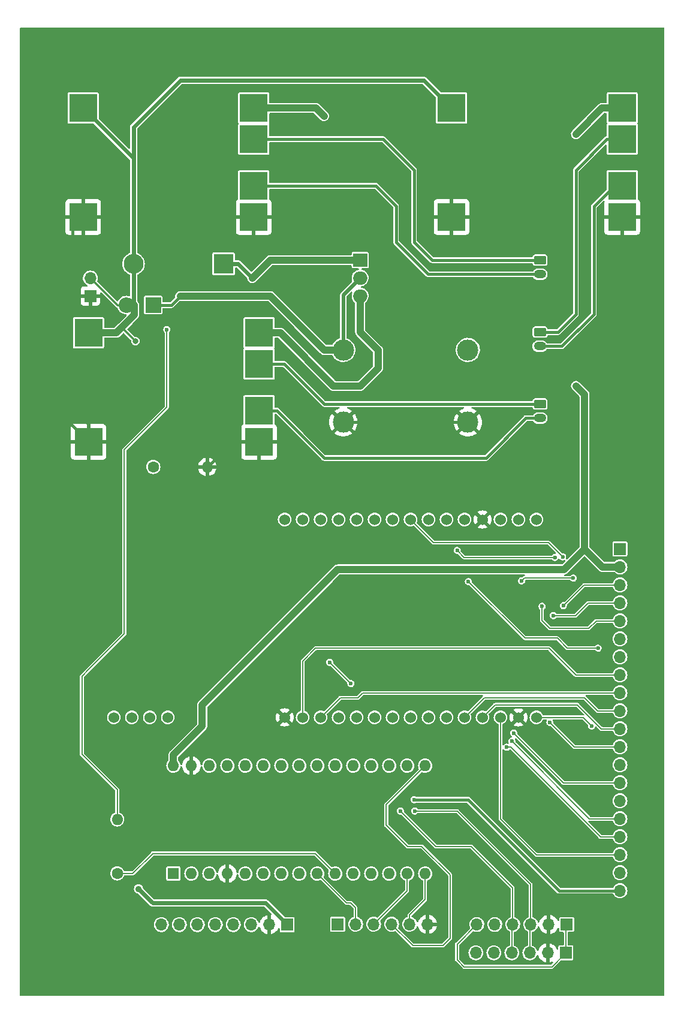
<source format=gtl>
G04 #@! TF.GenerationSoftware,KiCad,Pcbnew,(6.0.7)*
G04 #@! TF.CreationDate,2022-11-05T21:45:33+01:00*
G04 #@! TF.ProjectId,vogelhuisje_kicad,766f6765-6c68-4756-9973-6a655f6b6963,rev?*
G04 #@! TF.SameCoordinates,Original*
G04 #@! TF.FileFunction,Copper,L1,Top*
G04 #@! TF.FilePolarity,Positive*
%FSLAX46Y46*%
G04 Gerber Fmt 4.6, Leading zero omitted, Abs format (unit mm)*
G04 Created by KiCad (PCBNEW (6.0.7)) date 2022-11-05 21:45:33*
%MOMM*%
%LPD*%
G01*
G04 APERTURE LIST*
G04 Aperture macros list*
%AMRoundRect*
0 Rectangle with rounded corners*
0 $1 Rounding radius*
0 $2 $3 $4 $5 $6 $7 $8 $9 X,Y pos of 4 corners*
0 Add a 4 corners polygon primitive as box body*
4,1,4,$2,$3,$4,$5,$6,$7,$8,$9,$2,$3,0*
0 Add four circle primitives for the rounded corners*
1,1,$1+$1,$2,$3*
1,1,$1+$1,$4,$5*
1,1,$1+$1,$6,$7*
1,1,$1+$1,$8,$9*
0 Add four rect primitives between the rounded corners*
20,1,$1+$1,$2,$3,$4,$5,0*
20,1,$1+$1,$4,$5,$6,$7,0*
20,1,$1+$1,$6,$7,$8,$9,0*
20,1,$1+$1,$8,$9,$2,$3,0*%
G04 Aperture macros list end*
G04 #@! TA.AperFunction,SMDPad,CuDef*
%ADD10R,4.000000X4.000000*%
G04 #@! TD*
G04 #@! TA.AperFunction,ComponentPad*
%ADD11RoundRect,0.250000X-0.625000X0.350000X-0.625000X-0.350000X0.625000X-0.350000X0.625000X0.350000X0*%
G04 #@! TD*
G04 #@! TA.AperFunction,ComponentPad*
%ADD12O,1.750000X1.200000*%
G04 #@! TD*
G04 #@! TA.AperFunction,ComponentPad*
%ADD13R,1.700000X1.700000*%
G04 #@! TD*
G04 #@! TA.AperFunction,ComponentPad*
%ADD14O,1.700000X1.700000*%
G04 #@! TD*
G04 #@! TA.AperFunction,ComponentPad*
%ADD15R,2.200000X2.200000*%
G04 #@! TD*
G04 #@! TA.AperFunction,ComponentPad*
%ADD16O,2.200000X2.200000*%
G04 #@! TD*
G04 #@! TA.AperFunction,ComponentPad*
%ADD17C,3.000000*%
G04 #@! TD*
G04 #@! TA.AperFunction,ComponentPad*
%ADD18C,1.600000*%
G04 #@! TD*
G04 #@! TA.AperFunction,ComponentPad*
%ADD19O,1.600000X1.600000*%
G04 #@! TD*
G04 #@! TA.AperFunction,ComponentPad*
%ADD20R,2.000000X1.905000*%
G04 #@! TD*
G04 #@! TA.AperFunction,ComponentPad*
%ADD21O,2.000000X1.905000*%
G04 #@! TD*
G04 #@! TA.AperFunction,ComponentPad*
%ADD22R,2.800000X2.800000*%
G04 #@! TD*
G04 #@! TA.AperFunction,ComponentPad*
%ADD23O,2.800000X2.800000*%
G04 #@! TD*
G04 #@! TA.AperFunction,ComponentPad*
%ADD24R,1.600000X1.600000*%
G04 #@! TD*
G04 #@! TA.AperFunction,ComponentPad*
%ADD25C,1.524000*%
G04 #@! TD*
G04 #@! TA.AperFunction,ViaPad*
%ADD26C,0.600000*%
G04 #@! TD*
G04 #@! TA.AperFunction,ViaPad*
%ADD27C,0.800000*%
G04 #@! TD*
G04 #@! TA.AperFunction,ViaPad*
%ADD28C,0.900000*%
G04 #@! TD*
G04 #@! TA.AperFunction,Conductor*
%ADD29C,0.400000*%
G04 #@! TD*
G04 #@! TA.AperFunction,Conductor*
%ADD30C,1.000000*%
G04 #@! TD*
G04 #@! TA.AperFunction,Conductor*
%ADD31C,0.600000*%
G04 #@! TD*
G04 #@! TA.AperFunction,Conductor*
%ADD32C,0.250000*%
G04 #@! TD*
G04 #@! TA.AperFunction,Conductor*
%ADD33C,0.500000*%
G04 #@! TD*
G04 #@! TA.AperFunction,Conductor*
%ADD34C,0.150000*%
G04 #@! TD*
G04 #@! TA.AperFunction,Conductor*
%ADD35C,0.127000*%
G04 #@! TD*
G04 APERTURE END LIST*
D10*
X127220000Y-54720000D03*
X127220000Y-70120000D03*
X151320000Y-54720000D03*
X151320000Y-59120000D03*
X151320000Y-65720000D03*
X151320000Y-70120000D03*
X75180000Y-54720000D03*
X75180000Y-70120000D03*
X99280000Y-54720000D03*
X99280000Y-59120000D03*
X99280000Y-65720000D03*
X99280000Y-70120000D03*
X75930000Y-86470000D03*
X75930000Y-101870000D03*
X100030000Y-86470000D03*
X100030000Y-90870000D03*
X100030000Y-97470000D03*
X100030000Y-101870000D03*
D11*
X139700000Y-86360000D03*
D12*
X139700000Y-88360000D03*
D11*
X139700000Y-76200000D03*
D12*
X139700000Y-78200000D03*
D13*
X76200000Y-81280000D03*
D14*
X76200000Y-78740000D03*
D15*
X85090000Y-82550000D03*
D16*
X81280000Y-82550000D03*
D17*
X111920000Y-88885000D03*
X111920000Y-99085000D03*
X129520000Y-88885000D03*
X129520000Y-99085000D03*
D18*
X85090000Y-105410000D03*
D19*
X92710000Y-105410000D03*
D11*
X139700000Y-96520000D03*
D12*
X139700000Y-98520000D03*
D20*
X114300000Y-76200000D03*
D21*
X114300000Y-78740000D03*
X114300000Y-81280000D03*
D13*
X143350000Y-174025000D03*
D14*
X140810000Y-174025000D03*
X138270000Y-174025000D03*
X135730000Y-174025000D03*
X133190000Y-174025000D03*
X130650000Y-174025000D03*
D18*
X80000000Y-162810000D03*
D19*
X80000000Y-155190000D03*
D22*
X95000000Y-76730000D03*
D23*
X82300000Y-76730000D03*
D13*
X104000000Y-170050000D03*
D14*
X101460000Y-170050000D03*
X98920000Y-170050000D03*
X96380000Y-170050000D03*
X93840000Y-170050000D03*
X91300000Y-170050000D03*
X88760000Y-170050000D03*
X86220000Y-170050000D03*
D24*
X87925000Y-162835000D03*
D19*
X90465000Y-162835000D03*
X93005000Y-162835000D03*
X95545000Y-162835000D03*
X98085000Y-162835000D03*
X100625000Y-162835000D03*
X103165000Y-162835000D03*
X105705000Y-162835000D03*
X108245000Y-162835000D03*
X110785000Y-162835000D03*
X113325000Y-162835000D03*
X115865000Y-162835000D03*
X118405000Y-162835000D03*
X120945000Y-162835000D03*
X123485000Y-162835000D03*
X123485000Y-147595000D03*
X120945000Y-147595000D03*
X118405000Y-147595000D03*
X115865000Y-147595000D03*
X113325000Y-147595000D03*
X110785000Y-147595000D03*
X108245000Y-147595000D03*
X105705000Y-147595000D03*
X103165000Y-147595000D03*
X100625000Y-147595000D03*
X98085000Y-147595000D03*
X95545000Y-147595000D03*
X93005000Y-147595000D03*
X90465000Y-147595000D03*
X87925000Y-147595000D03*
D13*
X151000000Y-117000000D03*
D14*
X151000000Y-119540000D03*
X151000000Y-122080000D03*
X151000000Y-124620000D03*
X151000000Y-127160000D03*
X151000000Y-129700000D03*
X151000000Y-132240000D03*
X151000000Y-134780000D03*
X151000000Y-137320000D03*
X151000000Y-139860000D03*
X151000000Y-142400000D03*
X151000000Y-144940000D03*
X151000000Y-147480000D03*
X151000000Y-150020000D03*
X151000000Y-152560000D03*
X151000000Y-155100000D03*
X151000000Y-157640000D03*
X151000000Y-160180000D03*
X151000000Y-162720000D03*
X151000000Y-165260000D03*
D13*
X143475000Y-170025000D03*
D14*
X140935000Y-170025000D03*
X138395000Y-170025000D03*
X135855000Y-170025000D03*
X133315000Y-170025000D03*
X130775000Y-170025000D03*
D13*
X111125000Y-170000000D03*
D14*
X113665000Y-170000000D03*
X116205000Y-170000000D03*
X118745000Y-170000000D03*
X121285000Y-170000000D03*
X123825000Y-170000000D03*
D25*
X139200000Y-112840000D03*
X136660000Y-112840000D03*
X134120000Y-112840000D03*
X131580000Y-112840000D03*
X129040000Y-112840000D03*
X126500000Y-112840000D03*
X123960000Y-112840000D03*
X121420000Y-112840000D03*
X118880000Y-112840000D03*
X116340000Y-112840000D03*
X113800000Y-112840000D03*
X111260000Y-112840000D03*
X108720000Y-112840000D03*
X106180000Y-112840000D03*
X103640000Y-112840000D03*
X139200000Y-140780000D03*
X136660000Y-140780000D03*
X134120000Y-140780000D03*
X131580000Y-140780000D03*
X129040000Y-140780000D03*
X126500000Y-140780000D03*
X123960000Y-140780000D03*
X121420000Y-140780000D03*
X118880000Y-140780000D03*
X116340000Y-140780000D03*
X113800000Y-140780000D03*
X111260000Y-140780000D03*
X108720000Y-140780000D03*
X106180000Y-140780000D03*
X103640000Y-140780000D03*
X87140000Y-140780000D03*
X84600000Y-140780000D03*
X82060000Y-140780000D03*
X79520000Y-140780000D03*
D26*
X121920000Y-152400000D03*
X109220000Y-55880000D03*
X144780000Y-58420000D03*
X144780000Y-93980000D03*
D27*
X82550000Y-87630000D03*
D26*
X110000000Y-133000000D03*
X113000000Y-136000000D03*
X143000000Y-125000000D03*
X120000000Y-154000000D03*
X122000000Y-154000000D03*
D28*
X83000000Y-165000000D03*
D26*
X142900000Y-118100000D03*
X140000000Y-125100000D03*
X128000000Y-117200000D03*
X141800000Y-118200000D03*
X141600000Y-126400000D03*
X144400000Y-121100000D03*
X137100000Y-121500000D03*
X141100000Y-141500000D03*
X147900000Y-131000000D03*
X129600000Y-121600000D03*
X136000000Y-143000000D03*
X135730000Y-144140000D03*
X135000000Y-145000000D03*
X87000000Y-86000000D03*
D28*
X99060000Y-78740000D03*
D26*
X147000000Y-142000000D03*
D29*
X129540000Y-152400000D02*
X121920000Y-152400000D01*
X142400000Y-165260000D02*
X129540000Y-152400000D01*
X151000000Y-165260000D02*
X142400000Y-165260000D01*
X111920000Y-99085000D02*
X129520000Y-99085000D01*
X71120000Y-97060000D02*
X75930000Y-101870000D01*
X71120000Y-83820000D02*
X71120000Y-97060000D01*
X73660000Y-81280000D02*
X71120000Y-83820000D01*
X73660000Y-71640000D02*
X75180000Y-70120000D01*
X73660000Y-81280000D02*
X73660000Y-71640000D01*
X76200000Y-81280000D02*
X73660000Y-81280000D01*
X96250000Y-101870000D02*
X92710000Y-105410000D01*
X100030000Y-101870000D02*
X96250000Y-101870000D01*
D30*
X109220000Y-55880000D02*
X108060000Y-54720000D01*
X108060000Y-54720000D02*
X99280000Y-54720000D01*
X101600000Y-81280000D02*
X88900000Y-81280000D01*
D29*
X87630000Y-82550000D02*
X88900000Y-81280000D01*
X85090000Y-82550000D02*
X87630000Y-82550000D01*
D30*
X148480000Y-54720000D02*
X151320000Y-54720000D01*
X144780000Y-58420000D02*
X148480000Y-54720000D01*
D29*
X102550000Y-97470000D02*
X100030000Y-97470000D01*
X109220000Y-104140000D02*
X102550000Y-97470000D01*
X132080000Y-104140000D02*
X109220000Y-104140000D01*
X137700000Y-98520000D02*
X132080000Y-104140000D01*
X139700000Y-98520000D02*
X137700000Y-98520000D01*
X109220000Y-96520000D02*
X139700000Y-96520000D01*
X103570000Y-90870000D02*
X109220000Y-96520000D01*
X100030000Y-90870000D02*
X103570000Y-90870000D01*
D30*
X103030000Y-86470000D02*
X100030000Y-86470000D01*
X114300000Y-93980000D02*
X110540000Y-93980000D01*
X110540000Y-93980000D02*
X103030000Y-86470000D01*
X116840000Y-91440000D02*
X114300000Y-93980000D01*
X116840000Y-88900000D02*
X116840000Y-91440000D01*
X114300000Y-86360000D02*
X116840000Y-88900000D01*
X114300000Y-81280000D02*
X114300000Y-86360000D01*
X146000000Y-95200000D02*
X144780000Y-93980000D01*
X146000000Y-117000000D02*
X146000000Y-95200000D01*
D29*
X147320000Y-68580000D02*
X150180000Y-65720000D01*
X147320000Y-83820000D02*
X147320000Y-68580000D01*
X142780000Y-88360000D02*
X147320000Y-83820000D01*
X139700000Y-88360000D02*
X142780000Y-88360000D01*
X150180000Y-65720000D02*
X151320000Y-65720000D01*
X144780000Y-83820000D02*
X144780000Y-63500000D01*
X144780000Y-63500000D02*
X149160000Y-59120000D01*
X142240000Y-86360000D02*
X144780000Y-83820000D01*
X149160000Y-59120000D02*
X151320000Y-59120000D01*
X139700000Y-86360000D02*
X142240000Y-86360000D01*
D31*
X123300000Y-50800000D02*
X127220000Y-54720000D01*
X82300000Y-57400000D02*
X88900000Y-50800000D01*
X82300000Y-61840000D02*
X82300000Y-57400000D01*
X88900000Y-50800000D02*
X123300000Y-50800000D01*
X82300000Y-61840000D02*
X75180000Y-54720000D01*
X82300000Y-76730000D02*
X82300000Y-61840000D01*
D29*
X119380000Y-68580000D02*
X116520000Y-65720000D01*
X119380000Y-73660000D02*
X119380000Y-68580000D01*
X123920000Y-78200000D02*
X119380000Y-73660000D01*
X116520000Y-65720000D02*
X99280000Y-65720000D01*
X139700000Y-78200000D02*
X123920000Y-78200000D01*
X117540000Y-59120000D02*
X99280000Y-59120000D01*
X121920000Y-63500000D02*
X117540000Y-59120000D01*
X121920000Y-73660000D02*
X121920000Y-63500000D01*
X124460000Y-76200000D02*
X121920000Y-73660000D01*
X139700000Y-76200000D02*
X124460000Y-76200000D01*
D30*
X82390000Y-83950000D02*
X82390000Y-82550000D01*
D32*
X80630000Y-85710000D02*
X82550000Y-87630000D01*
D30*
X79870000Y-86470000D02*
X80630000Y-85710000D01*
X79870000Y-86470000D02*
X75930000Y-86470000D01*
D32*
X82390000Y-82550000D02*
X80010000Y-82550000D01*
D31*
X82300000Y-76730000D02*
X82300000Y-82460000D01*
D32*
X80010000Y-82550000D02*
X76200000Y-78740000D01*
D30*
X80630000Y-85710000D02*
X82390000Y-83950000D01*
X109205000Y-88885000D02*
X101600000Y-81280000D01*
X111920000Y-88885000D02*
X109205000Y-88885000D01*
D33*
X114300000Y-78740000D02*
X111920000Y-81120000D01*
X111920000Y-81120000D02*
X111920000Y-88885000D01*
D34*
X110000000Y-133000000D02*
X113000000Y-136000000D01*
D35*
X113665000Y-167665000D02*
X113000000Y-167000000D01*
X112410000Y-167000000D02*
X108245000Y-162835000D01*
X113000000Y-167000000D02*
X112410000Y-167000000D01*
X113665000Y-170000000D02*
X113665000Y-167665000D01*
D34*
X80000000Y-162810000D02*
X82190000Y-162810000D01*
X82190000Y-162810000D02*
X85000000Y-160000000D01*
X107950000Y-160000000D02*
X110785000Y-162835000D01*
X85000000Y-160000000D02*
X107950000Y-160000000D01*
D35*
X143000000Y-125000000D02*
X145920000Y-122080000D01*
X145920000Y-122080000D02*
X151000000Y-122080000D01*
X116205000Y-170000000D02*
X120945000Y-165260000D01*
X120945000Y-165260000D02*
X120945000Y-162835000D01*
X123485000Y-166515000D02*
X123485000Y-162835000D01*
X121285000Y-168715000D02*
X123485000Y-166515000D01*
X121285000Y-170000000D02*
X121285000Y-168715000D01*
X118745000Y-170000000D02*
X121745000Y-173000000D01*
X123000000Y-159000000D02*
X127000000Y-163000000D01*
X121000000Y-159000000D02*
X123000000Y-159000000D01*
X123485000Y-147595000D02*
X118000000Y-153080000D01*
X118000000Y-156000000D02*
X121000000Y-159000000D01*
X121745000Y-173000000D02*
X126000000Y-173000000D01*
X126000000Y-173000000D02*
X127000000Y-172000000D01*
X127000000Y-163000000D02*
X127000000Y-172000000D01*
X118000000Y-153080000D02*
X118000000Y-156000000D01*
X135855000Y-164855000D02*
X135855000Y-170025000D01*
D34*
X135730000Y-170150000D02*
X135855000Y-170025000D01*
D35*
X125000000Y-159000000D02*
X130000000Y-159000000D01*
D34*
X135730000Y-174025000D02*
X135730000Y-170150000D01*
D35*
X130000000Y-159000000D02*
X135855000Y-164855000D01*
X120000000Y-154000000D02*
X125000000Y-159000000D01*
D34*
X138270000Y-174025000D02*
X138270000Y-170150000D01*
D35*
X138395000Y-164395000D02*
X138395000Y-170025000D01*
X122000000Y-154000000D02*
X128000000Y-154000000D01*
D34*
X138270000Y-170150000D02*
X138395000Y-170025000D01*
D35*
X128000000Y-154000000D02*
X138395000Y-164395000D01*
D31*
X87000000Y-167000000D02*
X85000000Y-167000000D01*
X85000000Y-167000000D02*
X83000000Y-165000000D01*
X104000000Y-170050000D02*
X100950000Y-167000000D01*
X100950000Y-167000000D02*
X87000000Y-167000000D01*
D35*
X124680000Y-116100000D02*
X121420000Y-112840000D01*
X142900000Y-118100000D02*
X140900000Y-116100000D01*
X140900000Y-116100000D02*
X124680000Y-116100000D01*
X146600000Y-128200000D02*
X141100000Y-128200000D01*
X140000000Y-127100000D02*
X140000000Y-125100000D01*
X141100000Y-128200000D02*
X140000000Y-127100000D01*
X151000000Y-127160000D02*
X147640000Y-127160000D01*
X147640000Y-127160000D02*
X146600000Y-128200000D01*
X141800000Y-118200000D02*
X129000000Y-118200000D01*
X129000000Y-118200000D02*
X128000000Y-117200000D01*
X144700000Y-126400000D02*
X146480000Y-124620000D01*
X141600000Y-126400000D02*
X144700000Y-126400000D01*
X146480000Y-124620000D02*
X151000000Y-124620000D01*
X151000000Y-134780000D02*
X144780000Y-134780000D01*
X141000000Y-131000000D02*
X108000000Y-131000000D01*
X108000000Y-131000000D02*
X106180000Y-132820000D01*
X106180000Y-132820000D02*
X106180000Y-140780000D01*
X144780000Y-134780000D02*
X141000000Y-131000000D01*
X137500000Y-121100000D02*
X137100000Y-121500000D01*
X144400000Y-121100000D02*
X137500000Y-121100000D01*
X114680000Y-137320000D02*
X151000000Y-137320000D01*
X114000000Y-138000000D02*
X114680000Y-137320000D01*
X111500000Y-138000000D02*
X114000000Y-138000000D01*
X108720000Y-140780000D02*
X111500000Y-138000000D01*
X146000000Y-138000000D02*
X131820000Y-138000000D01*
X131820000Y-138000000D02*
X129040000Y-140780000D01*
X151000000Y-139860000D02*
X147860000Y-139860000D01*
X147860000Y-139860000D02*
X146000000Y-138000000D01*
X151000000Y-144940000D02*
X144540000Y-144940000D01*
X144540000Y-144940000D02*
X141100000Y-141500000D01*
X133360000Y-139000000D02*
X145000000Y-139000000D01*
X148400000Y-142400000D02*
X151000000Y-142400000D01*
X145000000Y-139000000D02*
X148400000Y-142400000D01*
X131580000Y-140780000D02*
X133360000Y-139000000D01*
X143540790Y-131000000D02*
X142140790Y-129600000D01*
X137600000Y-129600000D02*
X129600000Y-121600000D01*
X142140790Y-129600000D02*
X140200000Y-129600000D01*
X147900000Y-131000000D02*
X143540790Y-131000000D01*
X140200000Y-129600000D02*
X137600000Y-129600000D01*
X134120000Y-140780000D02*
X134120000Y-155120000D01*
X134120000Y-155120000D02*
X139180000Y-160180000D01*
X139180000Y-160180000D02*
X151000000Y-160180000D01*
X143020000Y-150020000D02*
X151000000Y-150020000D01*
X136000000Y-143000000D02*
X143020000Y-150020000D01*
X146690000Y-155100000D02*
X151000000Y-155100000D01*
X135730000Y-144140000D02*
X146690000Y-155100000D01*
X148250000Y-157640000D02*
X151000000Y-157640000D01*
X135000000Y-145000000D02*
X135610000Y-145000000D01*
X135610000Y-145000000D02*
X148250000Y-157640000D01*
D34*
X76000000Y-134000000D02*
X81000000Y-129000000D01*
X75000000Y-146000000D02*
X75000000Y-135000000D01*
X75000000Y-135000000D02*
X76000000Y-134000000D01*
D30*
X101600000Y-76200000D02*
X99060000Y-78740000D01*
D34*
X87000000Y-97000000D02*
X87000000Y-86000000D01*
X81000000Y-129000000D02*
X81000000Y-104000000D01*
X80000000Y-151000000D02*
X75000000Y-146000000D01*
X81000000Y-104000000D02*
X81000000Y-103000000D01*
X80000000Y-155190000D02*
X80000000Y-151000000D01*
D31*
X95000000Y-76730000D02*
X97050000Y-76730000D01*
X97050000Y-76730000D02*
X99060000Y-78740000D01*
D34*
X81000000Y-103000000D02*
X87000000Y-97000000D01*
D30*
X114300000Y-76200000D02*
X101600000Y-76200000D01*
D34*
X128000000Y-172800000D02*
X128000000Y-175000000D01*
X143350000Y-174025000D02*
X143350000Y-170150000D01*
X130775000Y-170025000D02*
X128000000Y-172800000D01*
X129000000Y-176000000D02*
X141375000Y-176000000D01*
D35*
X145780000Y-140780000D02*
X147000000Y-142000000D01*
X139200000Y-140780000D02*
X145780000Y-140780000D01*
D34*
X128000000Y-175000000D02*
X129000000Y-176000000D01*
X141375000Y-176000000D02*
X143350000Y-174025000D01*
X143350000Y-170150000D02*
X143475000Y-170025000D01*
D30*
X92000000Y-142000000D02*
X92000000Y-139000000D01*
X87925000Y-146075000D02*
X92000000Y-142000000D01*
X146000000Y-117000000D02*
X148540000Y-119540000D01*
X111115000Y-119885000D02*
X143115000Y-119885000D01*
X92000000Y-139000000D02*
X111115000Y-119885000D01*
X148540000Y-119540000D02*
X151000000Y-119540000D01*
X87925000Y-147595000D02*
X87925000Y-146075000D01*
X143115000Y-119885000D02*
X146000000Y-117000000D01*
G04 #@! TA.AperFunction,Conductor*
G36*
X157221621Y-43400502D02*
G01*
X157268114Y-43454158D01*
X157279500Y-43506500D01*
X157279500Y-180013500D01*
X157259498Y-180081621D01*
X157205842Y-180128114D01*
X157153500Y-180139500D01*
X66366500Y-180139500D01*
X66298379Y-180119498D01*
X66251886Y-180065842D01*
X66240500Y-180013500D01*
X66240500Y-175000000D01*
X127719103Y-175000000D01*
X127724500Y-175027132D01*
X127724500Y-175027133D01*
X127740485Y-175107495D01*
X127801376Y-175198624D01*
X127811692Y-175205517D01*
X127811693Y-175205518D01*
X127814064Y-175207102D01*
X127833156Y-175222772D01*
X128777228Y-176166844D01*
X128792898Y-176185936D01*
X128801376Y-176198624D01*
X128824377Y-176213993D01*
X128824378Y-176213994D01*
X128892506Y-176259516D01*
X129000000Y-176280897D01*
X129014962Y-176277921D01*
X129039542Y-176275500D01*
X141335457Y-176275500D01*
X141360039Y-176277921D01*
X141375000Y-176280897D01*
X141402132Y-176275500D01*
X141402133Y-176275500D01*
X141482495Y-176259515D01*
X141524465Y-176231471D01*
X141524465Y-176231472D01*
X141524468Y-176231469D01*
X141550622Y-176213994D01*
X141553189Y-176217835D01*
X141553190Y-176217834D01*
X141550623Y-176213993D01*
X141563311Y-176205515D01*
X141573624Y-176198624D01*
X141582102Y-176185936D01*
X141597772Y-176166844D01*
X142652211Y-175112405D01*
X142714523Y-175078379D01*
X142741306Y-175075500D01*
X144219748Y-175075500D01*
X144225816Y-175074293D01*
X144266061Y-175066288D01*
X144266062Y-175066288D01*
X144278231Y-175063867D01*
X144344552Y-175019552D01*
X144388867Y-174953231D01*
X144395670Y-174919033D01*
X144399293Y-174900816D01*
X144400500Y-174894748D01*
X144400500Y-173155252D01*
X144388867Y-173096769D01*
X144344552Y-173030448D01*
X144278231Y-172986133D01*
X144266062Y-172983712D01*
X144266061Y-172983712D01*
X144225816Y-172975707D01*
X144219748Y-172974500D01*
X143751500Y-172974500D01*
X143683379Y-172954498D01*
X143636886Y-172900842D01*
X143625500Y-172848500D01*
X143625500Y-171201500D01*
X143645502Y-171133379D01*
X143699158Y-171086886D01*
X143751500Y-171075500D01*
X144344748Y-171075500D01*
X144350816Y-171074293D01*
X144391061Y-171066288D01*
X144391062Y-171066288D01*
X144403231Y-171063867D01*
X144469552Y-171019552D01*
X144505294Y-170966061D01*
X144506974Y-170963547D01*
X144513867Y-170953231D01*
X144517156Y-170936699D01*
X144524293Y-170900816D01*
X144525500Y-170894748D01*
X144525500Y-169155252D01*
X144517837Y-169116726D01*
X144516288Y-169108939D01*
X144516288Y-169108938D01*
X144513867Y-169096769D01*
X144469552Y-169030448D01*
X144421825Y-168998557D01*
X144413547Y-168993026D01*
X144403231Y-168986133D01*
X144391062Y-168983712D01*
X144391061Y-168983712D01*
X144350816Y-168975707D01*
X144344748Y-168974500D01*
X142605252Y-168974500D01*
X142599184Y-168975707D01*
X142558939Y-168983712D01*
X142558938Y-168983712D01*
X142546769Y-168986133D01*
X142536453Y-168993026D01*
X142528175Y-168998557D01*
X142480448Y-169030448D01*
X142436133Y-169096769D01*
X142433712Y-169108938D01*
X142433712Y-169108939D01*
X142432163Y-169116726D01*
X142424500Y-169155252D01*
X142424500Y-169439016D01*
X142404498Y-169507137D01*
X142350842Y-169553630D01*
X142280568Y-169563734D01*
X142215988Y-169534240D01*
X142182950Y-169489258D01*
X142137972Y-169385814D01*
X142133105Y-169376739D01*
X142017426Y-169197926D01*
X142011136Y-169189757D01*
X141867806Y-169032240D01*
X141860273Y-169025215D01*
X141693139Y-168893222D01*
X141684552Y-168887517D01*
X141498117Y-168784599D01*
X141488705Y-168780369D01*
X141287959Y-168709280D01*
X141277988Y-168706646D01*
X141206837Y-168693972D01*
X141193540Y-168695432D01*
X141189000Y-168709989D01*
X141189000Y-171343517D01*
X141193064Y-171357359D01*
X141206478Y-171359393D01*
X141213184Y-171358534D01*
X141223262Y-171356392D01*
X141427255Y-171295191D01*
X141436842Y-171291433D01*
X141628095Y-171197739D01*
X141636945Y-171192464D01*
X141810328Y-171068792D01*
X141818200Y-171062139D01*
X141969052Y-170911812D01*
X141975730Y-170903965D01*
X142100003Y-170731020D01*
X142105313Y-170722183D01*
X142185543Y-170559851D01*
X142233657Y-170507644D01*
X142302358Y-170489737D01*
X142369834Y-170511816D01*
X142414663Y-170566870D01*
X142424500Y-170615678D01*
X142424500Y-170894748D01*
X142425707Y-170900816D01*
X142432845Y-170936699D01*
X142436133Y-170953231D01*
X142443026Y-170963547D01*
X142444706Y-170966061D01*
X142480448Y-171019552D01*
X142546769Y-171063867D01*
X142558938Y-171066288D01*
X142558939Y-171066288D01*
X142599184Y-171074293D01*
X142605252Y-171075500D01*
X142948500Y-171075500D01*
X143016621Y-171095502D01*
X143063114Y-171149158D01*
X143074500Y-171201500D01*
X143074500Y-172848500D01*
X143054498Y-172916621D01*
X143000842Y-172963114D01*
X142948500Y-172974500D01*
X142480252Y-172974500D01*
X142474184Y-172975707D01*
X142433939Y-172983712D01*
X142433938Y-172983712D01*
X142421769Y-172986133D01*
X142355448Y-173030448D01*
X142311133Y-173096769D01*
X142299500Y-173155252D01*
X142299500Y-173439016D01*
X142279498Y-173507137D01*
X142225842Y-173553630D01*
X142155568Y-173563734D01*
X142090988Y-173534240D01*
X142057950Y-173489258D01*
X142012972Y-173385814D01*
X142008105Y-173376739D01*
X141892426Y-173197926D01*
X141886136Y-173189757D01*
X141742806Y-173032240D01*
X141735273Y-173025215D01*
X141568139Y-172893222D01*
X141559552Y-172887517D01*
X141373117Y-172784599D01*
X141363705Y-172780369D01*
X141162959Y-172709280D01*
X141152988Y-172706646D01*
X141081837Y-172693972D01*
X141068540Y-172695432D01*
X141064000Y-172709989D01*
X141064000Y-175343517D01*
X141068064Y-175357359D01*
X141081478Y-175359393D01*
X141088184Y-175358534D01*
X141098262Y-175356392D01*
X141302255Y-175295191D01*
X141311842Y-175291433D01*
X141381112Y-175257498D01*
X141451086Y-175245491D01*
X141516443Y-175273221D01*
X141556433Y-175331884D01*
X141558360Y-175402854D01*
X141525640Y-175459744D01*
X141297789Y-175687595D01*
X141235477Y-175721621D01*
X141208694Y-175724500D01*
X129166306Y-175724500D01*
X129098185Y-175704498D01*
X129077211Y-175687595D01*
X128312405Y-174922789D01*
X128278379Y-174860477D01*
X128275500Y-174833694D01*
X128275500Y-174010262D01*
X129594520Y-174010262D01*
X129611759Y-174215553D01*
X129613458Y-174221478D01*
X129659395Y-174381678D01*
X129668544Y-174413586D01*
X129671359Y-174419063D01*
X129671360Y-174419066D01*
X129692247Y-174459707D01*
X129762712Y-174596818D01*
X129890677Y-174758270D01*
X129895370Y-174762264D01*
X129895371Y-174762265D01*
X129969541Y-174825388D01*
X130047564Y-174891791D01*
X130227398Y-174992297D01*
X130288564Y-175012171D01*
X130417471Y-175054056D01*
X130417475Y-175054057D01*
X130423329Y-175055959D01*
X130627894Y-175080351D01*
X130634029Y-175079879D01*
X130634031Y-175079879D01*
X130706625Y-175074293D01*
X130833300Y-175064546D01*
X130839230Y-175062890D01*
X130839232Y-175062890D01*
X130967299Y-175027133D01*
X131031725Y-175009145D01*
X131037214Y-175006372D01*
X131037220Y-175006370D01*
X131169952Y-174939322D01*
X131215610Y-174916258D01*
X131377951Y-174789424D01*
X131512564Y-174633472D01*
X131533387Y-174596818D01*
X131611276Y-174459707D01*
X131614323Y-174454344D01*
X131679351Y-174258863D01*
X131705171Y-174054474D01*
X131705583Y-174025000D01*
X131704138Y-174010262D01*
X132134520Y-174010262D01*
X132151759Y-174215553D01*
X132153458Y-174221478D01*
X132199395Y-174381678D01*
X132208544Y-174413586D01*
X132211359Y-174419063D01*
X132211360Y-174419066D01*
X132232247Y-174459707D01*
X132302712Y-174596818D01*
X132430677Y-174758270D01*
X132435370Y-174762264D01*
X132435371Y-174762265D01*
X132509541Y-174825388D01*
X132587564Y-174891791D01*
X132767398Y-174992297D01*
X132828564Y-175012171D01*
X132957471Y-175054056D01*
X132957475Y-175054057D01*
X132963329Y-175055959D01*
X133167894Y-175080351D01*
X133174029Y-175079879D01*
X133174031Y-175079879D01*
X133246625Y-175074293D01*
X133373300Y-175064546D01*
X133379230Y-175062890D01*
X133379232Y-175062890D01*
X133507299Y-175027133D01*
X133571725Y-175009145D01*
X133577214Y-175006372D01*
X133577220Y-175006370D01*
X133709952Y-174939322D01*
X133755610Y-174916258D01*
X133917951Y-174789424D01*
X134052564Y-174633472D01*
X134073387Y-174596818D01*
X134151276Y-174459707D01*
X134154323Y-174454344D01*
X134219351Y-174258863D01*
X134245171Y-174054474D01*
X134245583Y-174025000D01*
X134225480Y-173819970D01*
X134165935Y-173622749D01*
X134069218Y-173440849D01*
X133993206Y-173347649D01*
X133942906Y-173285975D01*
X133942903Y-173285972D01*
X133939011Y-173281200D01*
X133921786Y-173266950D01*
X133785025Y-173153811D01*
X133785021Y-173153809D01*
X133780275Y-173149882D01*
X133599055Y-173051897D01*
X133402254Y-172990977D01*
X133396129Y-172990333D01*
X133396128Y-172990333D01*
X133203498Y-172970087D01*
X133203496Y-172970087D01*
X133197369Y-172969443D01*
X133110529Y-172977346D01*
X132998342Y-172987555D01*
X132998339Y-172987556D01*
X132992203Y-172988114D01*
X132794572Y-173046280D01*
X132612002Y-173141726D01*
X132607201Y-173145586D01*
X132607198Y-173145588D01*
X132459923Y-173264000D01*
X132451447Y-173270815D01*
X132319024Y-173428630D01*
X132316056Y-173434028D01*
X132316053Y-173434033D01*
X132252420Y-173549783D01*
X132219776Y-173609162D01*
X132157484Y-173805532D01*
X132156798Y-173811649D01*
X132156797Y-173811653D01*
X132135207Y-174004137D01*
X132134520Y-174010262D01*
X131704138Y-174010262D01*
X131685480Y-173819970D01*
X131625935Y-173622749D01*
X131529218Y-173440849D01*
X131453206Y-173347649D01*
X131402906Y-173285975D01*
X131402903Y-173285972D01*
X131399011Y-173281200D01*
X131381786Y-173266950D01*
X131245025Y-173153811D01*
X131245021Y-173153809D01*
X131240275Y-173149882D01*
X131059055Y-173051897D01*
X130862254Y-172990977D01*
X130856129Y-172990333D01*
X130856128Y-172990333D01*
X130663498Y-172970087D01*
X130663496Y-172970087D01*
X130657369Y-172969443D01*
X130570529Y-172977346D01*
X130458342Y-172987555D01*
X130458339Y-172987556D01*
X130452203Y-172988114D01*
X130254572Y-173046280D01*
X130072002Y-173141726D01*
X130067201Y-173145586D01*
X130067198Y-173145588D01*
X129919923Y-173264000D01*
X129911447Y-173270815D01*
X129779024Y-173428630D01*
X129776056Y-173434028D01*
X129776053Y-173434033D01*
X129712420Y-173549783D01*
X129679776Y-173609162D01*
X129617484Y-173805532D01*
X129616798Y-173811649D01*
X129616797Y-173811653D01*
X129595207Y-174004137D01*
X129594520Y-174010262D01*
X128275500Y-174010262D01*
X128275500Y-172966306D01*
X128295502Y-172898185D01*
X128312405Y-172877211D01*
X130185535Y-171004081D01*
X130247847Y-170970055D01*
X130318662Y-170975120D01*
X130336097Y-170983187D01*
X130352398Y-170992297D01*
X130429340Y-171017297D01*
X130542471Y-171054056D01*
X130542475Y-171054057D01*
X130548329Y-171055959D01*
X130752894Y-171080351D01*
X130759029Y-171079879D01*
X130759031Y-171079879D01*
X130831625Y-171074293D01*
X130958300Y-171064546D01*
X130964230Y-171062890D01*
X130964232Y-171062890D01*
X131120708Y-171019201D01*
X131156725Y-171009145D01*
X131162214Y-171006372D01*
X131162220Y-171006370D01*
X131335116Y-170919033D01*
X131340610Y-170916258D01*
X131356345Y-170903965D01*
X131456919Y-170825388D01*
X131502951Y-170789424D01*
X131524531Y-170764424D01*
X131633540Y-170638134D01*
X131633540Y-170638133D01*
X131637564Y-170633472D01*
X131644185Y-170621818D01*
X131709044Y-170507644D01*
X131739323Y-170454344D01*
X131804351Y-170258863D01*
X131830171Y-170054474D01*
X131830440Y-170035262D01*
X131830534Y-170028522D01*
X131830534Y-170028518D01*
X131830583Y-170025000D01*
X131829138Y-170010262D01*
X132259520Y-170010262D01*
X132260036Y-170016406D01*
X132274660Y-170190553D01*
X132276759Y-170215553D01*
X132278458Y-170221478D01*
X132327947Y-170394066D01*
X132333544Y-170413586D01*
X132336359Y-170419063D01*
X132336360Y-170419066D01*
X132412049Y-170566341D01*
X132427712Y-170596818D01*
X132555677Y-170758270D01*
X132560370Y-170762264D01*
X132560371Y-170762265D01*
X132707486Y-170887469D01*
X132712564Y-170891791D01*
X132717942Y-170894797D01*
X132717944Y-170894798D01*
X132779079Y-170928965D01*
X132892398Y-170992297D01*
X132969340Y-171017297D01*
X133082471Y-171054056D01*
X133082475Y-171054057D01*
X133088329Y-171055959D01*
X133292894Y-171080351D01*
X133299029Y-171079879D01*
X133299031Y-171079879D01*
X133371625Y-171074293D01*
X133498300Y-171064546D01*
X133504230Y-171062890D01*
X133504232Y-171062890D01*
X133660708Y-171019201D01*
X133696725Y-171009145D01*
X133702214Y-171006372D01*
X133702220Y-171006370D01*
X133875116Y-170919033D01*
X133880610Y-170916258D01*
X133896345Y-170903965D01*
X133996919Y-170825388D01*
X134042951Y-170789424D01*
X134064531Y-170764424D01*
X134173540Y-170638134D01*
X134173540Y-170638133D01*
X134177564Y-170633472D01*
X134184185Y-170621818D01*
X134249044Y-170507644D01*
X134279323Y-170454344D01*
X134344351Y-170258863D01*
X134370171Y-170054474D01*
X134370440Y-170035262D01*
X134370534Y-170028522D01*
X134370534Y-170028518D01*
X134370583Y-170025000D01*
X134350480Y-169819970D01*
X134290935Y-169622749D01*
X134194218Y-169440849D01*
X134084401Y-169306200D01*
X134067906Y-169285975D01*
X134067903Y-169285972D01*
X134064011Y-169281200D01*
X134046786Y-169266950D01*
X133910025Y-169153811D01*
X133910021Y-169153809D01*
X133905275Y-169149882D01*
X133732331Y-169056372D01*
X133729474Y-169054827D01*
X133724055Y-169051897D01*
X133527254Y-168990977D01*
X133521129Y-168990333D01*
X133521128Y-168990333D01*
X133328498Y-168970087D01*
X133328496Y-168970087D01*
X133322369Y-168969443D01*
X133235529Y-168977346D01*
X133123342Y-168987555D01*
X133123339Y-168987556D01*
X133117203Y-168988114D01*
X132919572Y-169046280D01*
X132914107Y-169049137D01*
X132842729Y-169086453D01*
X132737002Y-169141726D01*
X132732201Y-169145586D01*
X132732198Y-169145588D01*
X132581254Y-169266950D01*
X132576447Y-169270815D01*
X132444024Y-169428630D01*
X132441056Y-169434028D01*
X132441053Y-169434033D01*
X132385838Y-169534470D01*
X132344776Y-169609162D01*
X132282484Y-169805532D01*
X132281798Y-169811649D01*
X132281797Y-169811653D01*
X132278993Y-169836653D01*
X132259520Y-170010262D01*
X131829138Y-170010262D01*
X131810480Y-169819970D01*
X131750935Y-169622749D01*
X131654218Y-169440849D01*
X131544401Y-169306200D01*
X131527906Y-169285975D01*
X131527903Y-169285972D01*
X131524011Y-169281200D01*
X131506786Y-169266950D01*
X131370025Y-169153811D01*
X131370021Y-169153809D01*
X131365275Y-169149882D01*
X131192331Y-169056372D01*
X131189474Y-169054827D01*
X131184055Y-169051897D01*
X130987254Y-168990977D01*
X130981129Y-168990333D01*
X130981128Y-168990333D01*
X130788498Y-168970087D01*
X130788496Y-168970087D01*
X130782369Y-168969443D01*
X130695529Y-168977346D01*
X130583342Y-168987555D01*
X130583339Y-168987556D01*
X130577203Y-168988114D01*
X130379572Y-169046280D01*
X130374107Y-169049137D01*
X130302729Y-169086453D01*
X130197002Y-169141726D01*
X130192201Y-169145586D01*
X130192198Y-169145588D01*
X130041254Y-169266950D01*
X130036447Y-169270815D01*
X129904024Y-169428630D01*
X129901056Y-169434028D01*
X129901053Y-169434033D01*
X129845838Y-169534470D01*
X129804776Y-169609162D01*
X129742484Y-169805532D01*
X129741798Y-169811649D01*
X129741797Y-169811653D01*
X129738993Y-169836653D01*
X129719520Y-170010262D01*
X129720036Y-170016406D01*
X129734660Y-170190553D01*
X129736759Y-170215553D01*
X129738458Y-170221478D01*
X129787947Y-170394066D01*
X129793544Y-170413586D01*
X129796359Y-170419063D01*
X129796360Y-170419066D01*
X129820544Y-170466123D01*
X129833891Y-170535854D01*
X129807420Y-170601731D01*
X129797572Y-170612812D01*
X127833156Y-172577228D01*
X127814064Y-172592898D01*
X127801376Y-172601376D01*
X127740485Y-172692505D01*
X127740485Y-172692506D01*
X127719103Y-172800000D01*
X127721524Y-172812171D01*
X127722079Y-172814961D01*
X127724500Y-172839543D01*
X127724500Y-174960457D01*
X127722079Y-174985039D01*
X127719103Y-175000000D01*
X66240500Y-175000000D01*
X66240500Y-170035262D01*
X85164520Y-170035262D01*
X85165036Y-170041406D01*
X85179660Y-170215553D01*
X85181759Y-170240553D01*
X85183458Y-170246478D01*
X85234216Y-170423491D01*
X85238544Y-170438586D01*
X85241359Y-170444063D01*
X85241360Y-170444066D01*
X85328249Y-170613134D01*
X85332712Y-170621818D01*
X85460677Y-170783270D01*
X85465370Y-170787264D01*
X85465371Y-170787265D01*
X85612486Y-170912469D01*
X85617564Y-170916791D01*
X85622942Y-170919797D01*
X85622944Y-170919798D01*
X85699279Y-170962460D01*
X85797398Y-171017297D01*
X85867326Y-171040018D01*
X85987471Y-171079056D01*
X85987475Y-171079057D01*
X85993329Y-171080959D01*
X86197894Y-171105351D01*
X86204029Y-171104879D01*
X86204031Y-171104879D01*
X86276625Y-171099293D01*
X86403300Y-171089546D01*
X86409230Y-171087890D01*
X86409232Y-171087890D01*
X86567173Y-171043792D01*
X86601725Y-171034145D01*
X86607214Y-171031372D01*
X86607220Y-171031370D01*
X86780116Y-170944033D01*
X86785610Y-170941258D01*
X86791446Y-170936699D01*
X86923280Y-170833699D01*
X86947951Y-170814424D01*
X86960067Y-170800388D01*
X87078540Y-170663134D01*
X87078540Y-170663133D01*
X87082564Y-170658472D01*
X87092673Y-170640678D01*
X87134902Y-170566341D01*
X87184323Y-170479344D01*
X87249351Y-170283863D01*
X87275171Y-170079474D01*
X87275390Y-170063806D01*
X87275534Y-170053522D01*
X87275534Y-170053518D01*
X87275583Y-170050000D01*
X87274138Y-170035262D01*
X87704520Y-170035262D01*
X87705036Y-170041406D01*
X87719660Y-170215553D01*
X87721759Y-170240553D01*
X87723458Y-170246478D01*
X87774216Y-170423491D01*
X87778544Y-170438586D01*
X87781359Y-170444063D01*
X87781360Y-170444066D01*
X87868249Y-170613134D01*
X87872712Y-170621818D01*
X88000677Y-170783270D01*
X88005370Y-170787264D01*
X88005371Y-170787265D01*
X88152486Y-170912469D01*
X88157564Y-170916791D01*
X88162942Y-170919797D01*
X88162944Y-170919798D01*
X88239279Y-170962460D01*
X88337398Y-171017297D01*
X88407326Y-171040018D01*
X88527471Y-171079056D01*
X88527475Y-171079057D01*
X88533329Y-171080959D01*
X88737894Y-171105351D01*
X88744029Y-171104879D01*
X88744031Y-171104879D01*
X88816625Y-171099293D01*
X88943300Y-171089546D01*
X88949230Y-171087890D01*
X88949232Y-171087890D01*
X89107173Y-171043792D01*
X89141725Y-171034145D01*
X89147214Y-171031372D01*
X89147220Y-171031370D01*
X89320116Y-170944033D01*
X89325610Y-170941258D01*
X89331446Y-170936699D01*
X89463280Y-170833699D01*
X89487951Y-170814424D01*
X89500067Y-170800388D01*
X89618540Y-170663134D01*
X89618540Y-170663133D01*
X89622564Y-170658472D01*
X89632673Y-170640678D01*
X89674902Y-170566341D01*
X89724323Y-170479344D01*
X89789351Y-170283863D01*
X89815171Y-170079474D01*
X89815390Y-170063806D01*
X89815534Y-170053522D01*
X89815534Y-170053518D01*
X89815583Y-170050000D01*
X89814138Y-170035262D01*
X90244520Y-170035262D01*
X90245036Y-170041406D01*
X90259660Y-170215553D01*
X90261759Y-170240553D01*
X90263458Y-170246478D01*
X90314216Y-170423491D01*
X90318544Y-170438586D01*
X90321359Y-170444063D01*
X90321360Y-170444066D01*
X90408249Y-170613134D01*
X90412712Y-170621818D01*
X90540677Y-170783270D01*
X90545370Y-170787264D01*
X90545371Y-170787265D01*
X90692486Y-170912469D01*
X90697564Y-170916791D01*
X90702942Y-170919797D01*
X90702944Y-170919798D01*
X90779279Y-170962460D01*
X90877398Y-171017297D01*
X90947326Y-171040018D01*
X91067471Y-171079056D01*
X91067475Y-171079057D01*
X91073329Y-171080959D01*
X91277894Y-171105351D01*
X91284029Y-171104879D01*
X91284031Y-171104879D01*
X91356625Y-171099293D01*
X91483300Y-171089546D01*
X91489230Y-171087890D01*
X91489232Y-171087890D01*
X91647173Y-171043792D01*
X91681725Y-171034145D01*
X91687214Y-171031372D01*
X91687220Y-171031370D01*
X91860116Y-170944033D01*
X91865610Y-170941258D01*
X91871446Y-170936699D01*
X92003280Y-170833699D01*
X92027951Y-170814424D01*
X92040067Y-170800388D01*
X92158540Y-170663134D01*
X92158540Y-170663133D01*
X92162564Y-170658472D01*
X92172673Y-170640678D01*
X92214902Y-170566341D01*
X92264323Y-170479344D01*
X92329351Y-170283863D01*
X92355171Y-170079474D01*
X92355390Y-170063806D01*
X92355534Y-170053522D01*
X92355534Y-170053518D01*
X92355583Y-170050000D01*
X92354138Y-170035262D01*
X92784520Y-170035262D01*
X92785036Y-170041406D01*
X92799660Y-170215553D01*
X92801759Y-170240553D01*
X92803458Y-170246478D01*
X92854216Y-170423491D01*
X92858544Y-170438586D01*
X92861359Y-170444063D01*
X92861360Y-170444066D01*
X92948249Y-170613134D01*
X92952712Y-170621818D01*
X93080677Y-170783270D01*
X93085370Y-170787264D01*
X93085371Y-170787265D01*
X93232486Y-170912469D01*
X93237564Y-170916791D01*
X93242942Y-170919797D01*
X93242944Y-170919798D01*
X93319279Y-170962460D01*
X93417398Y-171017297D01*
X93487326Y-171040018D01*
X93607471Y-171079056D01*
X93607475Y-171079057D01*
X93613329Y-171080959D01*
X93817894Y-171105351D01*
X93824029Y-171104879D01*
X93824031Y-171104879D01*
X93896625Y-171099293D01*
X94023300Y-171089546D01*
X94029230Y-171087890D01*
X94029232Y-171087890D01*
X94187173Y-171043792D01*
X94221725Y-171034145D01*
X94227214Y-171031372D01*
X94227220Y-171031370D01*
X94400116Y-170944033D01*
X94405610Y-170941258D01*
X94411446Y-170936699D01*
X94543280Y-170833699D01*
X94567951Y-170814424D01*
X94580067Y-170800388D01*
X94698540Y-170663134D01*
X94698540Y-170663133D01*
X94702564Y-170658472D01*
X94712673Y-170640678D01*
X94754902Y-170566341D01*
X94804323Y-170479344D01*
X94869351Y-170283863D01*
X94895171Y-170079474D01*
X94895390Y-170063806D01*
X94895534Y-170053522D01*
X94895534Y-170053518D01*
X94895583Y-170050000D01*
X94894138Y-170035262D01*
X95324520Y-170035262D01*
X95325036Y-170041406D01*
X95339660Y-170215553D01*
X95341759Y-170240553D01*
X95343458Y-170246478D01*
X95394216Y-170423491D01*
X95398544Y-170438586D01*
X95401359Y-170444063D01*
X95401360Y-170444066D01*
X95488249Y-170613134D01*
X95492712Y-170621818D01*
X95620677Y-170783270D01*
X95625370Y-170787264D01*
X95625371Y-170787265D01*
X95772486Y-170912469D01*
X95777564Y-170916791D01*
X95782942Y-170919797D01*
X95782944Y-170919798D01*
X95859279Y-170962460D01*
X95957398Y-171017297D01*
X96027326Y-171040018D01*
X96147471Y-171079056D01*
X96147475Y-171079057D01*
X96153329Y-171080959D01*
X96357894Y-171105351D01*
X96364029Y-171104879D01*
X96364031Y-171104879D01*
X96436625Y-171099293D01*
X96563300Y-171089546D01*
X96569230Y-171087890D01*
X96569232Y-171087890D01*
X96727173Y-171043792D01*
X96761725Y-171034145D01*
X96767214Y-171031372D01*
X96767220Y-171031370D01*
X96940116Y-170944033D01*
X96945610Y-170941258D01*
X96951446Y-170936699D01*
X97083280Y-170833699D01*
X97107951Y-170814424D01*
X97120067Y-170800388D01*
X97238540Y-170663134D01*
X97238540Y-170663133D01*
X97242564Y-170658472D01*
X97252673Y-170640678D01*
X97294902Y-170566341D01*
X97344323Y-170479344D01*
X97409351Y-170283863D01*
X97435171Y-170079474D01*
X97435390Y-170063806D01*
X97435534Y-170053522D01*
X97435534Y-170053518D01*
X97435583Y-170050000D01*
X97434138Y-170035262D01*
X97864520Y-170035262D01*
X97865036Y-170041406D01*
X97879660Y-170215553D01*
X97881759Y-170240553D01*
X97883458Y-170246478D01*
X97934216Y-170423491D01*
X97938544Y-170438586D01*
X97941359Y-170444063D01*
X97941360Y-170444066D01*
X98028249Y-170613134D01*
X98032712Y-170621818D01*
X98160677Y-170783270D01*
X98165370Y-170787264D01*
X98165371Y-170787265D01*
X98312486Y-170912469D01*
X98317564Y-170916791D01*
X98322942Y-170919797D01*
X98322944Y-170919798D01*
X98399279Y-170962460D01*
X98497398Y-171017297D01*
X98567326Y-171040018D01*
X98687471Y-171079056D01*
X98687475Y-171079057D01*
X98693329Y-171080959D01*
X98897894Y-171105351D01*
X98904029Y-171104879D01*
X98904031Y-171104879D01*
X98976625Y-171099293D01*
X99103300Y-171089546D01*
X99109230Y-171087890D01*
X99109232Y-171087890D01*
X99267173Y-171043792D01*
X99301725Y-171034145D01*
X99307214Y-171031372D01*
X99307220Y-171031370D01*
X99480116Y-170944033D01*
X99485610Y-170941258D01*
X99491446Y-170936699D01*
X99623280Y-170833699D01*
X99647951Y-170814424D01*
X99660067Y-170800388D01*
X99778540Y-170663134D01*
X99778540Y-170663133D01*
X99782564Y-170658472D01*
X99792673Y-170640678D01*
X99834902Y-170566341D01*
X99884323Y-170479344D01*
X99894586Y-170448491D01*
X99908496Y-170406678D01*
X99948978Y-170348354D01*
X100014566Y-170321175D01*
X100084437Y-170333770D01*
X100136406Y-170382141D01*
X100150971Y-170418751D01*
X100158564Y-170452444D01*
X100161645Y-170462275D01*
X100241770Y-170659603D01*
X100246413Y-170668794D01*
X100357694Y-170850388D01*
X100363777Y-170858699D01*
X100503213Y-171019667D01*
X100510580Y-171026883D01*
X100674434Y-171162916D01*
X100682881Y-171168831D01*
X100866756Y-171276279D01*
X100876042Y-171280729D01*
X101075001Y-171356703D01*
X101084899Y-171359579D01*
X101188250Y-171380606D01*
X101202299Y-171379410D01*
X101206000Y-171369065D01*
X101206000Y-168733102D01*
X101202082Y-168719758D01*
X101187806Y-168717771D01*
X101149324Y-168723660D01*
X101139288Y-168726051D01*
X100936868Y-168792212D01*
X100927359Y-168796209D01*
X100738463Y-168894542D01*
X100729738Y-168900036D01*
X100559433Y-169027905D01*
X100551726Y-169034748D01*
X100404590Y-169188717D01*
X100398104Y-169196727D01*
X100278098Y-169372649D01*
X100273000Y-169381623D01*
X100183338Y-169574783D01*
X100179775Y-169584470D01*
X100151012Y-169688185D01*
X100113533Y-169748483D01*
X100049405Y-169778946D01*
X99978986Y-169769903D01*
X99924636Y-169724224D01*
X99908973Y-169690933D01*
X99903928Y-169674224D01*
X99895935Y-169647749D01*
X99799218Y-169465849D01*
X99682427Y-169322649D01*
X99672906Y-169310975D01*
X99672903Y-169310972D01*
X99669011Y-169306200D01*
X99651786Y-169291950D01*
X99515025Y-169178811D01*
X99515021Y-169178809D01*
X99510275Y-169174882D01*
X99329055Y-169076897D01*
X99132254Y-169015977D01*
X99126129Y-169015333D01*
X99126128Y-169015333D01*
X98933498Y-168995087D01*
X98933496Y-168995087D01*
X98927369Y-168994443D01*
X98840529Y-169002346D01*
X98728342Y-169012555D01*
X98728339Y-169012556D01*
X98722203Y-169013114D01*
X98524572Y-169071280D01*
X98519107Y-169074137D01*
X98447729Y-169111453D01*
X98342002Y-169166726D01*
X98337201Y-169170586D01*
X98337198Y-169170588D01*
X98186254Y-169291950D01*
X98181447Y-169295815D01*
X98049024Y-169453630D01*
X98046056Y-169459028D01*
X98046053Y-169459033D01*
X97966487Y-169603765D01*
X97949776Y-169634162D01*
X97887484Y-169830532D01*
X97886798Y-169836649D01*
X97886797Y-169836653D01*
X97870815Y-169979137D01*
X97864520Y-170035262D01*
X97434138Y-170035262D01*
X97415480Y-169844970D01*
X97355935Y-169647749D01*
X97259218Y-169465849D01*
X97142427Y-169322649D01*
X97132906Y-169310975D01*
X97132903Y-169310972D01*
X97129011Y-169306200D01*
X97111786Y-169291950D01*
X96975025Y-169178811D01*
X96975021Y-169178809D01*
X96970275Y-169174882D01*
X96789055Y-169076897D01*
X96592254Y-169015977D01*
X96586129Y-169015333D01*
X96586128Y-169015333D01*
X96393498Y-168995087D01*
X96393496Y-168995087D01*
X96387369Y-168994443D01*
X96300529Y-169002346D01*
X96188342Y-169012555D01*
X96188339Y-169012556D01*
X96182203Y-169013114D01*
X95984572Y-169071280D01*
X95979107Y-169074137D01*
X95907729Y-169111453D01*
X95802002Y-169166726D01*
X95797201Y-169170586D01*
X95797198Y-169170588D01*
X95646254Y-169291950D01*
X95641447Y-169295815D01*
X95509024Y-169453630D01*
X95506056Y-169459028D01*
X95506053Y-169459033D01*
X95426487Y-169603765D01*
X95409776Y-169634162D01*
X95347484Y-169830532D01*
X95346798Y-169836649D01*
X95346797Y-169836653D01*
X95330815Y-169979137D01*
X95324520Y-170035262D01*
X94894138Y-170035262D01*
X94875480Y-169844970D01*
X94815935Y-169647749D01*
X94719218Y-169465849D01*
X94602427Y-169322649D01*
X94592906Y-169310975D01*
X94592903Y-169310972D01*
X94589011Y-169306200D01*
X94571786Y-169291950D01*
X94435025Y-169178811D01*
X94435021Y-169178809D01*
X94430275Y-169174882D01*
X94249055Y-169076897D01*
X94052254Y-169015977D01*
X94046129Y-169015333D01*
X94046128Y-169015333D01*
X93853498Y-168995087D01*
X93853496Y-168995087D01*
X93847369Y-168994443D01*
X93760529Y-169002346D01*
X93648342Y-169012555D01*
X93648339Y-169012556D01*
X93642203Y-169013114D01*
X93444572Y-169071280D01*
X93439107Y-169074137D01*
X93367729Y-169111453D01*
X93262002Y-169166726D01*
X93257201Y-169170586D01*
X93257198Y-169170588D01*
X93106254Y-169291950D01*
X93101447Y-169295815D01*
X92969024Y-169453630D01*
X92966056Y-169459028D01*
X92966053Y-169459033D01*
X92886487Y-169603765D01*
X92869776Y-169634162D01*
X92807484Y-169830532D01*
X92806798Y-169836649D01*
X92806797Y-169836653D01*
X92790815Y-169979137D01*
X92784520Y-170035262D01*
X92354138Y-170035262D01*
X92335480Y-169844970D01*
X92275935Y-169647749D01*
X92179218Y-169465849D01*
X92062427Y-169322649D01*
X92052906Y-169310975D01*
X92052903Y-169310972D01*
X92049011Y-169306200D01*
X92031786Y-169291950D01*
X91895025Y-169178811D01*
X91895021Y-169178809D01*
X91890275Y-169174882D01*
X91709055Y-169076897D01*
X91512254Y-169015977D01*
X91506129Y-169015333D01*
X91506128Y-169015333D01*
X91313498Y-168995087D01*
X91313496Y-168995087D01*
X91307369Y-168994443D01*
X91220529Y-169002346D01*
X91108342Y-169012555D01*
X91108339Y-169012556D01*
X91102203Y-169013114D01*
X90904572Y-169071280D01*
X90899107Y-169074137D01*
X90827729Y-169111453D01*
X90722002Y-169166726D01*
X90717201Y-169170586D01*
X90717198Y-169170588D01*
X90566254Y-169291950D01*
X90561447Y-169295815D01*
X90429024Y-169453630D01*
X90426056Y-169459028D01*
X90426053Y-169459033D01*
X90346487Y-169603765D01*
X90329776Y-169634162D01*
X90267484Y-169830532D01*
X90266798Y-169836649D01*
X90266797Y-169836653D01*
X90250815Y-169979137D01*
X90244520Y-170035262D01*
X89814138Y-170035262D01*
X89795480Y-169844970D01*
X89735935Y-169647749D01*
X89639218Y-169465849D01*
X89522427Y-169322649D01*
X89512906Y-169310975D01*
X89512903Y-169310972D01*
X89509011Y-169306200D01*
X89491786Y-169291950D01*
X89355025Y-169178811D01*
X89355021Y-169178809D01*
X89350275Y-169174882D01*
X89169055Y-169076897D01*
X88972254Y-169015977D01*
X88966129Y-169015333D01*
X88966128Y-169015333D01*
X88773498Y-168995087D01*
X88773496Y-168995087D01*
X88767369Y-168994443D01*
X88680529Y-169002346D01*
X88568342Y-169012555D01*
X88568339Y-169012556D01*
X88562203Y-169013114D01*
X88364572Y-169071280D01*
X88359107Y-169074137D01*
X88287729Y-169111453D01*
X88182002Y-169166726D01*
X88177201Y-169170586D01*
X88177198Y-169170588D01*
X88026254Y-169291950D01*
X88021447Y-169295815D01*
X87889024Y-169453630D01*
X87886056Y-169459028D01*
X87886053Y-169459033D01*
X87806487Y-169603765D01*
X87789776Y-169634162D01*
X87727484Y-169830532D01*
X87726798Y-169836649D01*
X87726797Y-169836653D01*
X87710815Y-169979137D01*
X87704520Y-170035262D01*
X87274138Y-170035262D01*
X87255480Y-169844970D01*
X87195935Y-169647749D01*
X87099218Y-169465849D01*
X86982427Y-169322649D01*
X86972906Y-169310975D01*
X86972903Y-169310972D01*
X86969011Y-169306200D01*
X86951786Y-169291950D01*
X86815025Y-169178811D01*
X86815021Y-169178809D01*
X86810275Y-169174882D01*
X86629055Y-169076897D01*
X86432254Y-169015977D01*
X86426129Y-169015333D01*
X86426128Y-169015333D01*
X86233498Y-168995087D01*
X86233496Y-168995087D01*
X86227369Y-168994443D01*
X86140529Y-169002346D01*
X86028342Y-169012555D01*
X86028339Y-169012556D01*
X86022203Y-169013114D01*
X85824572Y-169071280D01*
X85819107Y-169074137D01*
X85747729Y-169111453D01*
X85642002Y-169166726D01*
X85637201Y-169170586D01*
X85637198Y-169170588D01*
X85486254Y-169291950D01*
X85481447Y-169295815D01*
X85349024Y-169453630D01*
X85346056Y-169459028D01*
X85346053Y-169459033D01*
X85266487Y-169603765D01*
X85249776Y-169634162D01*
X85187484Y-169830532D01*
X85186798Y-169836649D01*
X85186797Y-169836653D01*
X85170815Y-169979137D01*
X85164520Y-170035262D01*
X66240500Y-170035262D01*
X66240500Y-164993138D01*
X82344758Y-164993138D01*
X82362035Y-165149633D01*
X82416143Y-165297490D01*
X82420380Y-165303796D01*
X82420382Y-165303799D01*
X82460169Y-165363008D01*
X82503958Y-165428172D01*
X82620410Y-165534135D01*
X82627085Y-165537759D01*
X82752099Y-165605637D01*
X82752101Y-165605638D01*
X82758776Y-165609262D01*
X82766125Y-165611190D01*
X82911069Y-165649215D01*
X82910705Y-165650603D01*
X82967915Y-165676271D01*
X82975133Y-165682947D01*
X84596466Y-167304280D01*
X84603932Y-167313624D01*
X84604322Y-167313292D01*
X84610140Y-167320128D01*
X84614930Y-167327720D01*
X84621658Y-167333662D01*
X84621659Y-167333663D01*
X84654600Y-167362755D01*
X84660288Y-167368102D01*
X84671506Y-167379320D01*
X84675094Y-167382009D01*
X84675095Y-167382010D01*
X84679684Y-167385450D01*
X84687523Y-167391832D01*
X84722388Y-167422623D01*
X84730511Y-167426437D01*
X84733664Y-167428508D01*
X84746676Y-167436327D01*
X84749994Y-167438143D01*
X84757176Y-167443526D01*
X84800741Y-167459858D01*
X84810050Y-167463780D01*
X84852163Y-167483553D01*
X84861036Y-167484935D01*
X84864658Y-167486042D01*
X84879328Y-167489891D01*
X84883017Y-167490702D01*
X84891419Y-167493852D01*
X84900364Y-167494517D01*
X84900374Y-167494519D01*
X84937828Y-167497302D01*
X84947855Y-167498452D01*
X84961009Y-167500500D01*
X84976203Y-167500500D01*
X84985541Y-167500846D01*
X85034391Y-167504476D01*
X85043167Y-167502603D01*
X85052124Y-167501992D01*
X85052124Y-167501998D01*
X85066317Y-167500500D01*
X100690496Y-167500500D01*
X100758617Y-167520502D01*
X100779591Y-167537405D01*
X101753495Y-168511309D01*
X101787521Y-168573621D01*
X101782456Y-168644436D01*
X101743678Y-168698338D01*
X101719269Y-168718097D01*
X101714000Y-168734989D01*
X101714000Y-171368517D01*
X101718064Y-171382359D01*
X101731478Y-171384393D01*
X101738184Y-171383534D01*
X101748262Y-171381392D01*
X101952255Y-171320191D01*
X101961842Y-171316433D01*
X102153095Y-171222739D01*
X102161945Y-171217464D01*
X102335328Y-171093792D01*
X102343200Y-171087139D01*
X102494052Y-170936812D01*
X102500730Y-170928965D01*
X102625003Y-170756020D01*
X102630313Y-170747183D01*
X102710543Y-170584851D01*
X102758657Y-170532644D01*
X102827358Y-170514737D01*
X102894834Y-170536816D01*
X102939663Y-170591870D01*
X102949500Y-170640678D01*
X102949500Y-170919748D01*
X102950707Y-170925816D01*
X102954331Y-170944033D01*
X102961133Y-170978231D01*
X102968026Y-170988547D01*
X102972115Y-170994667D01*
X103005448Y-171044552D01*
X103071769Y-171088867D01*
X103083938Y-171091288D01*
X103083939Y-171091288D01*
X103105125Y-171095502D01*
X103130252Y-171100500D01*
X104869748Y-171100500D01*
X104894875Y-171095502D01*
X104916061Y-171091288D01*
X104916062Y-171091288D01*
X104928231Y-171088867D01*
X104994552Y-171044552D01*
X105027885Y-170994667D01*
X105031974Y-170988547D01*
X105038867Y-170978231D01*
X105045670Y-170944033D01*
X105049293Y-170925816D01*
X105050500Y-170919748D01*
X105050500Y-170869748D01*
X110074500Y-170869748D01*
X110075707Y-170875816D01*
X110079331Y-170894033D01*
X110086133Y-170928231D01*
X110093026Y-170938547D01*
X110096692Y-170944033D01*
X110130448Y-170994552D01*
X110196769Y-171038867D01*
X110208938Y-171041288D01*
X110208939Y-171041288D01*
X110225349Y-171044552D01*
X110255252Y-171050500D01*
X111994748Y-171050500D01*
X112024651Y-171044552D01*
X112041061Y-171041288D01*
X112041062Y-171041288D01*
X112053231Y-171038867D01*
X112119552Y-170994552D01*
X112153308Y-170944033D01*
X112156974Y-170938547D01*
X112163867Y-170928231D01*
X112170670Y-170894033D01*
X112174293Y-170875816D01*
X112175500Y-170869748D01*
X112175500Y-169130252D01*
X112163867Y-169071769D01*
X112152962Y-169055448D01*
X112126443Y-169015761D01*
X112119552Y-169005448D01*
X112073236Y-168974500D01*
X112063547Y-168968026D01*
X112053231Y-168961133D01*
X112041062Y-168958712D01*
X112041061Y-168958712D01*
X112000816Y-168950707D01*
X111994748Y-168949500D01*
X110255252Y-168949500D01*
X110249184Y-168950707D01*
X110208939Y-168958712D01*
X110208938Y-168958712D01*
X110196769Y-168961133D01*
X110186453Y-168968026D01*
X110176764Y-168974500D01*
X110130448Y-169005448D01*
X110123557Y-169015761D01*
X110097039Y-169055448D01*
X110086133Y-169071769D01*
X110074500Y-169130252D01*
X110074500Y-170869748D01*
X105050500Y-170869748D01*
X105050500Y-169180252D01*
X105043876Y-169146951D01*
X105041288Y-169133939D01*
X105041288Y-169133938D01*
X105038867Y-169121769D01*
X104994552Y-169055448D01*
X104928231Y-169011133D01*
X104916062Y-169008712D01*
X104916061Y-169008712D01*
X104875816Y-169000707D01*
X104869748Y-168999500D01*
X103709503Y-168999500D01*
X103641382Y-168979498D01*
X103620408Y-168962595D01*
X101353534Y-166695720D01*
X101346068Y-166686376D01*
X101345678Y-166686708D01*
X101339860Y-166679872D01*
X101335070Y-166672280D01*
X101295398Y-166637243D01*
X101289711Y-166631897D01*
X101278494Y-166620680D01*
X101274905Y-166617990D01*
X101270316Y-166614550D01*
X101262477Y-166608168D01*
X101234339Y-166583318D01*
X101227612Y-166577377D01*
X101219489Y-166573563D01*
X101216336Y-166571492D01*
X101203324Y-166563673D01*
X101200005Y-166561856D01*
X101192824Y-166556474D01*
X101149261Y-166540143D01*
X101139947Y-166536217D01*
X101105966Y-166520263D01*
X101105963Y-166520262D01*
X101097837Y-166516447D01*
X101088963Y-166515065D01*
X101085350Y-166513961D01*
X101070693Y-166510115D01*
X101066990Y-166509301D01*
X101058580Y-166506148D01*
X101012157Y-166502698D01*
X101002144Y-166501548D01*
X100988991Y-166499500D01*
X100973796Y-166499500D01*
X100964459Y-166499154D01*
X100949036Y-166498008D01*
X100915608Y-166495524D01*
X100906832Y-166497397D01*
X100897875Y-166498008D01*
X100897875Y-166498002D01*
X100883682Y-166499500D01*
X85259504Y-166499500D01*
X85191383Y-166479498D01*
X85170409Y-166462595D01*
X83678810Y-164970996D01*
X83644784Y-164908684D01*
X83642821Y-164897059D01*
X83636363Y-164843694D01*
X83617661Y-164794201D01*
X83583394Y-164703514D01*
X83583393Y-164703511D01*
X83580710Y-164696412D01*
X83491531Y-164566657D01*
X83440259Y-164520975D01*
X83379648Y-164466972D01*
X83379645Y-164466970D01*
X83373976Y-164461919D01*
X83234831Y-164388245D01*
X83213265Y-164382828D01*
X83089498Y-164351740D01*
X83089496Y-164351740D01*
X83082128Y-164349889D01*
X83074530Y-164349849D01*
X83074528Y-164349849D01*
X83007319Y-164349497D01*
X82924684Y-164349065D01*
X82917305Y-164350837D01*
X82917301Y-164350837D01*
X82778967Y-164384048D01*
X82778963Y-164384049D01*
X82771588Y-164385820D01*
X82631679Y-164458032D01*
X82625957Y-164463024D01*
X82625955Y-164463025D01*
X82518759Y-164556538D01*
X82518756Y-164556541D01*
X82513034Y-164561533D01*
X82508667Y-164567747D01*
X82433300Y-164674983D01*
X82422501Y-164690348D01*
X82365309Y-164837039D01*
X82362352Y-164859500D01*
X82348548Y-164964352D01*
X82344758Y-164993138D01*
X66240500Y-164993138D01*
X66240500Y-162795963D01*
X78994757Y-162795963D01*
X79011175Y-162991483D01*
X79065258Y-163180091D01*
X79068076Y-163185574D01*
X79152123Y-163349113D01*
X79152126Y-163349117D01*
X79154944Y-163354601D01*
X79276818Y-163508369D01*
X79281511Y-163512363D01*
X79281512Y-163512364D01*
X79397713Y-163611258D01*
X79426238Y-163635535D01*
X79431616Y-163638541D01*
X79431618Y-163638542D01*
X79467932Y-163658837D01*
X79597513Y-163731257D01*
X79784118Y-163791889D01*
X79978946Y-163815121D01*
X79985081Y-163814649D01*
X79985083Y-163814649D01*
X80168434Y-163800541D01*
X80168438Y-163800540D01*
X80174576Y-163800068D01*
X80363556Y-163747303D01*
X80538689Y-163658837D01*
X80543923Y-163654748D01*
X86924500Y-163654748D01*
X86936133Y-163713231D01*
X86980448Y-163779552D01*
X86990761Y-163786443D01*
X87032974Y-163814649D01*
X87046769Y-163823867D01*
X87058938Y-163826288D01*
X87058939Y-163826288D01*
X87099184Y-163834293D01*
X87105252Y-163835500D01*
X88744748Y-163835500D01*
X88750816Y-163834293D01*
X88791061Y-163826288D01*
X88791062Y-163826288D01*
X88803231Y-163823867D01*
X88817027Y-163814649D01*
X88859239Y-163786443D01*
X88869552Y-163779552D01*
X88913867Y-163713231D01*
X88925500Y-163654748D01*
X88925500Y-162820963D01*
X89459757Y-162820963D01*
X89476175Y-163016483D01*
X89530258Y-163205091D01*
X89540116Y-163224272D01*
X89617123Y-163374113D01*
X89617126Y-163374117D01*
X89619944Y-163379601D01*
X89741818Y-163533369D01*
X89746511Y-163537363D01*
X89746512Y-163537364D01*
X89877169Y-163648561D01*
X89891238Y-163660535D01*
X89896616Y-163663541D01*
X89896618Y-163663542D01*
X89931211Y-163682875D01*
X90062513Y-163756257D01*
X90249118Y-163816889D01*
X90443946Y-163840121D01*
X90450081Y-163839649D01*
X90450083Y-163839649D01*
X90633434Y-163825541D01*
X90633438Y-163825540D01*
X90639576Y-163825068D01*
X90828556Y-163772303D01*
X91003689Y-163683837D01*
X91033515Y-163660535D01*
X91153453Y-163566829D01*
X91158303Y-163563040D01*
X91179883Y-163538040D01*
X91282485Y-163419173D01*
X91282485Y-163419172D01*
X91286509Y-163414511D01*
X91383425Y-163243909D01*
X91445358Y-163057732D01*
X91469949Y-162863071D01*
X91470341Y-162835000D01*
X91468965Y-162820963D01*
X91999757Y-162820963D01*
X92016175Y-163016483D01*
X92070258Y-163205091D01*
X92080116Y-163224272D01*
X92157123Y-163374113D01*
X92157126Y-163374117D01*
X92159944Y-163379601D01*
X92281818Y-163533369D01*
X92286511Y-163537363D01*
X92286512Y-163537364D01*
X92417169Y-163648561D01*
X92431238Y-163660535D01*
X92436616Y-163663541D01*
X92436618Y-163663542D01*
X92471211Y-163682875D01*
X92602513Y-163756257D01*
X92789118Y-163816889D01*
X92983946Y-163840121D01*
X92990081Y-163839649D01*
X92990083Y-163839649D01*
X93173434Y-163825541D01*
X93173438Y-163825540D01*
X93179576Y-163825068D01*
X93368556Y-163772303D01*
X93543689Y-163683837D01*
X93573515Y-163660535D01*
X93693453Y-163566829D01*
X93698303Y-163563040D01*
X93719883Y-163538040D01*
X93822485Y-163419173D01*
X93822485Y-163419172D01*
X93826509Y-163414511D01*
X93923425Y-163243909D01*
X93985358Y-163057732D01*
X93990905Y-163013826D01*
X93994827Y-162982779D01*
X94023209Y-162917702D01*
X94082269Y-162878301D01*
X94153255Y-162877084D01*
X94213630Y-162914439D01*
X94244225Y-162978505D01*
X94245354Y-162987590D01*
X94251472Y-163057520D01*
X94253375Y-163068312D01*
X94309764Y-163278761D01*
X94313510Y-163289053D01*
X94405586Y-163486511D01*
X94411069Y-163496007D01*
X94536028Y-163674467D01*
X94543084Y-163682875D01*
X94697125Y-163836916D01*
X94705533Y-163843972D01*
X94883993Y-163968931D01*
X94893489Y-163974414D01*
X95090947Y-164066490D01*
X95101239Y-164070236D01*
X95273503Y-164116394D01*
X95287599Y-164116058D01*
X95291000Y-164108116D01*
X95291000Y-164102967D01*
X95799000Y-164102967D01*
X95802973Y-164116498D01*
X95811522Y-164117727D01*
X95988761Y-164070236D01*
X95999053Y-164066490D01*
X96196511Y-163974414D01*
X96206007Y-163968931D01*
X96384467Y-163843972D01*
X96392875Y-163836916D01*
X96546916Y-163682875D01*
X96553972Y-163674467D01*
X96678931Y-163496007D01*
X96684414Y-163486511D01*
X96776490Y-163289053D01*
X96780236Y-163278761D01*
X96836625Y-163068312D01*
X96838530Y-163057509D01*
X96843658Y-162998902D01*
X96869521Y-162932784D01*
X96927025Y-162891144D01*
X96997912Y-162887204D01*
X97059676Y-162922214D01*
X97092708Y-162985058D01*
X97094736Y-162999344D01*
X97095659Y-163010343D01*
X97095660Y-163010347D01*
X97096175Y-163016483D01*
X97150258Y-163205091D01*
X97160116Y-163224272D01*
X97237123Y-163374113D01*
X97237126Y-163374117D01*
X97239944Y-163379601D01*
X97361818Y-163533369D01*
X97366511Y-163537363D01*
X97366512Y-163537364D01*
X97497169Y-163648561D01*
X97511238Y-163660535D01*
X97516616Y-163663541D01*
X97516618Y-163663542D01*
X97551211Y-163682875D01*
X97682513Y-163756257D01*
X97869118Y-163816889D01*
X98063946Y-163840121D01*
X98070081Y-163839649D01*
X98070083Y-163839649D01*
X98253434Y-163825541D01*
X98253438Y-163825540D01*
X98259576Y-163825068D01*
X98448556Y-163772303D01*
X98623689Y-163683837D01*
X98653515Y-163660535D01*
X98773453Y-163566829D01*
X98778303Y-163563040D01*
X98799883Y-163538040D01*
X98902485Y-163419173D01*
X98902485Y-163419172D01*
X98906509Y-163414511D01*
X99003425Y-163243909D01*
X99065358Y-163057732D01*
X99089949Y-162863071D01*
X99090341Y-162835000D01*
X99088965Y-162820963D01*
X99619757Y-162820963D01*
X99636175Y-163016483D01*
X99690258Y-163205091D01*
X99700116Y-163224272D01*
X99777123Y-163374113D01*
X99777126Y-163374117D01*
X99779944Y-163379601D01*
X99901818Y-163533369D01*
X99906511Y-163537363D01*
X99906512Y-163537364D01*
X100037169Y-163648561D01*
X100051238Y-163660535D01*
X100056616Y-163663541D01*
X100056618Y-163663542D01*
X100091211Y-163682875D01*
X100222513Y-163756257D01*
X100409118Y-163816889D01*
X100603946Y-163840121D01*
X100610081Y-163839649D01*
X100610083Y-163839649D01*
X100793434Y-163825541D01*
X100793438Y-163825540D01*
X100799576Y-163825068D01*
X100988556Y-163772303D01*
X101163689Y-163683837D01*
X101193515Y-163660535D01*
X101313453Y-163566829D01*
X101318303Y-163563040D01*
X101339883Y-163538040D01*
X101442485Y-163419173D01*
X101442485Y-163419172D01*
X101446509Y-163414511D01*
X101543425Y-163243909D01*
X101605358Y-163057732D01*
X101629949Y-162863071D01*
X101630341Y-162835000D01*
X101628965Y-162820963D01*
X102159757Y-162820963D01*
X102176175Y-163016483D01*
X102230258Y-163205091D01*
X102240116Y-163224272D01*
X102317123Y-163374113D01*
X102317126Y-163374117D01*
X102319944Y-163379601D01*
X102441818Y-163533369D01*
X102446511Y-163537363D01*
X102446512Y-163537364D01*
X102577169Y-163648561D01*
X102591238Y-163660535D01*
X102596616Y-163663541D01*
X102596618Y-163663542D01*
X102631211Y-163682875D01*
X102762513Y-163756257D01*
X102949118Y-163816889D01*
X103143946Y-163840121D01*
X103150081Y-163839649D01*
X103150083Y-163839649D01*
X103333434Y-163825541D01*
X103333438Y-163825540D01*
X103339576Y-163825068D01*
X103528556Y-163772303D01*
X103703689Y-163683837D01*
X103733515Y-163660535D01*
X103853453Y-163566829D01*
X103858303Y-163563040D01*
X103879883Y-163538040D01*
X103982485Y-163419173D01*
X103982485Y-163419172D01*
X103986509Y-163414511D01*
X104083425Y-163243909D01*
X104145358Y-163057732D01*
X104169949Y-162863071D01*
X104170341Y-162835000D01*
X104168965Y-162820963D01*
X104699757Y-162820963D01*
X104716175Y-163016483D01*
X104770258Y-163205091D01*
X104780116Y-163224272D01*
X104857123Y-163374113D01*
X104857126Y-163374117D01*
X104859944Y-163379601D01*
X104981818Y-163533369D01*
X104986511Y-163537363D01*
X104986512Y-163537364D01*
X105117169Y-163648561D01*
X105131238Y-163660535D01*
X105136616Y-163663541D01*
X105136618Y-163663542D01*
X105171211Y-163682875D01*
X105302513Y-163756257D01*
X105489118Y-163816889D01*
X105683946Y-163840121D01*
X105690081Y-163839649D01*
X105690083Y-163839649D01*
X105873434Y-163825541D01*
X105873438Y-163825540D01*
X105879576Y-163825068D01*
X106068556Y-163772303D01*
X106243689Y-163683837D01*
X106273515Y-163660535D01*
X106393453Y-163566829D01*
X106398303Y-163563040D01*
X106419883Y-163538040D01*
X106522485Y-163419173D01*
X106522485Y-163419172D01*
X106526509Y-163414511D01*
X106623425Y-163243909D01*
X106685358Y-163057732D01*
X106709949Y-162863071D01*
X106710341Y-162835000D01*
X106708965Y-162820963D01*
X107239757Y-162820963D01*
X107256175Y-163016483D01*
X107310258Y-163205091D01*
X107320116Y-163224272D01*
X107397123Y-163374113D01*
X107397126Y-163374117D01*
X107399944Y-163379601D01*
X107521818Y-163533369D01*
X107526511Y-163537363D01*
X107526512Y-163537364D01*
X107657169Y-163648561D01*
X107671238Y-163660535D01*
X107676616Y-163663541D01*
X107676618Y-163663542D01*
X107711211Y-163682875D01*
X107842513Y-163756257D01*
X108029118Y-163816889D01*
X108223946Y-163840121D01*
X108230081Y-163839649D01*
X108230083Y-163839649D01*
X108413434Y-163825541D01*
X108413438Y-163825540D01*
X108419576Y-163825068D01*
X108538408Y-163791889D01*
X108602612Y-163773963D01*
X108602615Y-163773962D01*
X108608556Y-163772303D01*
X108660288Y-163746171D01*
X108730107Y-163733312D01*
X108795798Y-163760241D01*
X108806191Y-163769543D01*
X112196162Y-167159514D01*
X112211828Y-167178601D01*
X112219667Y-167190333D01*
X112306992Y-167248683D01*
X112319161Y-167251103D01*
X112319162Y-167251104D01*
X112383991Y-167263999D01*
X112383996Y-167264000D01*
X112383999Y-167264000D01*
X112384007Y-167264001D01*
X112410000Y-167269171D01*
X112423826Y-167266421D01*
X112448406Y-167264000D01*
X112838458Y-167264000D01*
X112906579Y-167284002D01*
X112927553Y-167300905D01*
X113364095Y-167737447D01*
X113398121Y-167799759D01*
X113401000Y-167826542D01*
X113401000Y-168888338D01*
X113380998Y-168956459D01*
X113327342Y-169002952D01*
X113310575Y-169009211D01*
X113275493Y-169019536D01*
X113275481Y-169019541D01*
X113269572Y-169021280D01*
X113264107Y-169024137D01*
X113205403Y-169054827D01*
X113087002Y-169116726D01*
X113082201Y-169120586D01*
X113082198Y-169120588D01*
X113007991Y-169180252D01*
X112926447Y-169245815D01*
X112794024Y-169403630D01*
X112791056Y-169409028D01*
X112791053Y-169409033D01*
X112727420Y-169524783D01*
X112694776Y-169584162D01*
X112692913Y-169590035D01*
X112642651Y-169748483D01*
X112632484Y-169780532D01*
X112631798Y-169786649D01*
X112631797Y-169786653D01*
X112626189Y-169836653D01*
X112609520Y-169985262D01*
X112610036Y-169991406D01*
X112617726Y-170082978D01*
X112626759Y-170190553D01*
X112628458Y-170196478D01*
X112674395Y-170356678D01*
X112683544Y-170388586D01*
X112686359Y-170394063D01*
X112686360Y-170394066D01*
X112765390Y-170547842D01*
X112777712Y-170571818D01*
X112905677Y-170733270D01*
X112910370Y-170737264D01*
X112910371Y-170737265D01*
X113013916Y-170825388D01*
X113062564Y-170866791D01*
X113067942Y-170869797D01*
X113067944Y-170869798D01*
X113123444Y-170900816D01*
X113242398Y-170967297D01*
X113319340Y-170992297D01*
X113432471Y-171029056D01*
X113432475Y-171029057D01*
X113438329Y-171030959D01*
X113642894Y-171055351D01*
X113649029Y-171054879D01*
X113649031Y-171054879D01*
X113721625Y-171049293D01*
X113848300Y-171039546D01*
X113854230Y-171037890D01*
X113854232Y-171037890D01*
X114010708Y-170994201D01*
X114046725Y-170984145D01*
X114052214Y-170981372D01*
X114052220Y-170981370D01*
X114189920Y-170911812D01*
X114230610Y-170891258D01*
X114246345Y-170878965D01*
X114328954Y-170814424D01*
X114392951Y-170764424D01*
X114421785Y-170731020D01*
X114523540Y-170613134D01*
X114523540Y-170613133D01*
X114527564Y-170608472D01*
X114531394Y-170601731D01*
X114584842Y-170507644D01*
X114629323Y-170429344D01*
X114694351Y-170233863D01*
X114720171Y-170029474D01*
X114720583Y-170000000D01*
X114719138Y-169985262D01*
X115149520Y-169985262D01*
X115150036Y-169991406D01*
X115157726Y-170082978D01*
X115166759Y-170190553D01*
X115168458Y-170196478D01*
X115214395Y-170356678D01*
X115223544Y-170388586D01*
X115226359Y-170394063D01*
X115226360Y-170394066D01*
X115305390Y-170547842D01*
X115317712Y-170571818D01*
X115445677Y-170733270D01*
X115450370Y-170737264D01*
X115450371Y-170737265D01*
X115553916Y-170825388D01*
X115602564Y-170866791D01*
X115607942Y-170869797D01*
X115607944Y-170869798D01*
X115663444Y-170900816D01*
X115782398Y-170967297D01*
X115859340Y-170992297D01*
X115972471Y-171029056D01*
X115972475Y-171029057D01*
X115978329Y-171030959D01*
X116182894Y-171055351D01*
X116189029Y-171054879D01*
X116189031Y-171054879D01*
X116261625Y-171049293D01*
X116388300Y-171039546D01*
X116394230Y-171037890D01*
X116394232Y-171037890D01*
X116550708Y-170994201D01*
X116586725Y-170984145D01*
X116592214Y-170981372D01*
X116592220Y-170981370D01*
X116729920Y-170911812D01*
X116770610Y-170891258D01*
X116786345Y-170878965D01*
X116868954Y-170814424D01*
X116932951Y-170764424D01*
X116961785Y-170731020D01*
X117063540Y-170613134D01*
X117063540Y-170613133D01*
X117067564Y-170608472D01*
X117071394Y-170601731D01*
X117124842Y-170507644D01*
X117169323Y-170429344D01*
X117234351Y-170233863D01*
X117260171Y-170029474D01*
X117260583Y-170000000D01*
X117259138Y-169985262D01*
X117689520Y-169985262D01*
X117690036Y-169991406D01*
X117697726Y-170082978D01*
X117706759Y-170190553D01*
X117708458Y-170196478D01*
X117754395Y-170356678D01*
X117763544Y-170388586D01*
X117766359Y-170394063D01*
X117766360Y-170394066D01*
X117845390Y-170547842D01*
X117857712Y-170571818D01*
X117985677Y-170733270D01*
X117990370Y-170737264D01*
X117990371Y-170737265D01*
X118093916Y-170825388D01*
X118142564Y-170866791D01*
X118147942Y-170869797D01*
X118147944Y-170869798D01*
X118203444Y-170900816D01*
X118322398Y-170967297D01*
X118399340Y-170992297D01*
X118512471Y-171029056D01*
X118512475Y-171029057D01*
X118518329Y-171030959D01*
X118722894Y-171055351D01*
X118729029Y-171054879D01*
X118729031Y-171054879D01*
X118801625Y-171049293D01*
X118928300Y-171039546D01*
X118934230Y-171037890D01*
X118934232Y-171037890D01*
X119037185Y-171009145D01*
X119126725Y-170984145D01*
X119197507Y-170948390D01*
X119267326Y-170935531D01*
X119333017Y-170962460D01*
X119343410Y-170971762D01*
X121531164Y-173159517D01*
X121546830Y-173178604D01*
X121554667Y-173190333D01*
X121576707Y-173205060D01*
X121576710Y-173205063D01*
X121641992Y-173248683D01*
X121745000Y-173269172D01*
X121757171Y-173266751D01*
X121757173Y-173266751D01*
X121758832Y-173266421D01*
X121783412Y-173264000D01*
X125961588Y-173264000D01*
X125986168Y-173266421D01*
X125987827Y-173266751D01*
X125987829Y-173266751D01*
X126000000Y-173269172D01*
X126012171Y-173266751D01*
X126013831Y-173266421D01*
X126026002Y-173264000D01*
X126090838Y-173251104D01*
X126090839Y-173251103D01*
X126103008Y-173248683D01*
X126168290Y-173205062D01*
X126190333Y-173190333D01*
X126198170Y-173178604D01*
X126213836Y-173159516D01*
X127159520Y-172213833D01*
X127178607Y-172198168D01*
X127190333Y-172190333D01*
X127205060Y-172168293D01*
X127205063Y-172168290D01*
X127231315Y-172129000D01*
X127248683Y-172103008D01*
X127251104Y-172090836D01*
X127251105Y-172090834D01*
X127264000Y-172026002D01*
X127266751Y-172012171D01*
X127269172Y-172000000D01*
X127266421Y-171986168D01*
X127264000Y-171961588D01*
X127264000Y-163038406D01*
X127266421Y-163013826D01*
X127266750Y-163012172D01*
X127269171Y-163000000D01*
X127264000Y-162974002D01*
X127264000Y-162973998D01*
X127253700Y-162922214D01*
X127251104Y-162909162D01*
X127251103Y-162909161D01*
X127248683Y-162896992D01*
X127190333Y-162809667D01*
X127178601Y-162801828D01*
X127159514Y-162786162D01*
X123213838Y-158840486D01*
X123198172Y-158821399D01*
X123190333Y-158809667D01*
X123103008Y-158751317D01*
X123090839Y-158748897D01*
X123090838Y-158748896D01*
X123026002Y-158736000D01*
X123000000Y-158730828D01*
X122987829Y-158733249D01*
X122987827Y-158733249D01*
X122986168Y-158733579D01*
X122961588Y-158736000D01*
X121161543Y-158736000D01*
X121093422Y-158715998D01*
X121072448Y-158699095D01*
X118300905Y-155927553D01*
X118266879Y-155865241D01*
X118264000Y-155838458D01*
X118264000Y-153993823D01*
X119494391Y-153993823D01*
X119495555Y-154002725D01*
X119495555Y-154002728D01*
X119501846Y-154050832D01*
X119512980Y-154135979D01*
X119570720Y-154267203D01*
X119576497Y-154274076D01*
X119576498Y-154274077D01*
X119649543Y-154360975D01*
X119662970Y-154376948D01*
X119782313Y-154456390D01*
X119919157Y-154499142D01*
X119928129Y-154499306D01*
X119928132Y-154499307D01*
X119988397Y-154500411D01*
X120062499Y-154501770D01*
X120063040Y-154501623D01*
X120128931Y-154512371D01*
X120163528Y-154536880D01*
X124786164Y-159159517D01*
X124801830Y-159178604D01*
X124809667Y-159190333D01*
X124831707Y-159205060D01*
X124831710Y-159205063D01*
X124896992Y-159248683D01*
X125000000Y-159269172D01*
X125012171Y-159266751D01*
X125012173Y-159266751D01*
X125013832Y-159266421D01*
X125038412Y-159264000D01*
X129838458Y-159264000D01*
X129906579Y-159284002D01*
X129927553Y-159300905D01*
X135554095Y-164927447D01*
X135588121Y-164989759D01*
X135591000Y-165016542D01*
X135591000Y-168913338D01*
X135570998Y-168981459D01*
X135517342Y-169027952D01*
X135500575Y-169034211D01*
X135465493Y-169044536D01*
X135465481Y-169044541D01*
X135459572Y-169046280D01*
X135454107Y-169049137D01*
X135382729Y-169086453D01*
X135277002Y-169141726D01*
X135272201Y-169145586D01*
X135272198Y-169145588D01*
X135121254Y-169266950D01*
X135116447Y-169270815D01*
X134984024Y-169428630D01*
X134981056Y-169434028D01*
X134981053Y-169434033D01*
X134925838Y-169534470D01*
X134884776Y-169609162D01*
X134822484Y-169805532D01*
X134821798Y-169811649D01*
X134821797Y-169811653D01*
X134818993Y-169836653D01*
X134799520Y-170010262D01*
X134800036Y-170016406D01*
X134814660Y-170190553D01*
X134816759Y-170215553D01*
X134818458Y-170221478D01*
X134867947Y-170394066D01*
X134873544Y-170413586D01*
X134876359Y-170419063D01*
X134876360Y-170419066D01*
X134952049Y-170566341D01*
X134967712Y-170596818D01*
X135095677Y-170758270D01*
X135100370Y-170762264D01*
X135100371Y-170762265D01*
X135247486Y-170887469D01*
X135252564Y-170891791D01*
X135389972Y-170968586D01*
X135439676Y-171019279D01*
X135454500Y-171078573D01*
X135454500Y-172916724D01*
X135434498Y-172984845D01*
X135380842Y-173031338D01*
X135364086Y-173037593D01*
X135334572Y-173046280D01*
X135152002Y-173141726D01*
X135147201Y-173145586D01*
X135147198Y-173145588D01*
X134999923Y-173264000D01*
X134991447Y-173270815D01*
X134859024Y-173428630D01*
X134856056Y-173434028D01*
X134856053Y-173434033D01*
X134792420Y-173549783D01*
X134759776Y-173609162D01*
X134697484Y-173805532D01*
X134696798Y-173811649D01*
X134696797Y-173811653D01*
X134675207Y-174004137D01*
X134674520Y-174010262D01*
X134691759Y-174215553D01*
X134693458Y-174221478D01*
X134739395Y-174381678D01*
X134748544Y-174413586D01*
X134751359Y-174419063D01*
X134751360Y-174419066D01*
X134772247Y-174459707D01*
X134842712Y-174596818D01*
X134970677Y-174758270D01*
X134975370Y-174762264D01*
X134975371Y-174762265D01*
X135049541Y-174825388D01*
X135127564Y-174891791D01*
X135307398Y-174992297D01*
X135368564Y-175012171D01*
X135497471Y-175054056D01*
X135497475Y-175054057D01*
X135503329Y-175055959D01*
X135707894Y-175080351D01*
X135714029Y-175079879D01*
X135714031Y-175079879D01*
X135786625Y-175074293D01*
X135913300Y-175064546D01*
X135919230Y-175062890D01*
X135919232Y-175062890D01*
X136047299Y-175027133D01*
X136111725Y-175009145D01*
X136117214Y-175006372D01*
X136117220Y-175006370D01*
X136249952Y-174939322D01*
X136295610Y-174916258D01*
X136457951Y-174789424D01*
X136592564Y-174633472D01*
X136613387Y-174596818D01*
X136691276Y-174459707D01*
X136694323Y-174454344D01*
X136759351Y-174258863D01*
X136785171Y-174054474D01*
X136785583Y-174025000D01*
X136765480Y-173819970D01*
X136705935Y-173622749D01*
X136609218Y-173440849D01*
X136533206Y-173347649D01*
X136482906Y-173285975D01*
X136482903Y-173285972D01*
X136479011Y-173281200D01*
X136461786Y-173266950D01*
X136325025Y-173153811D01*
X136325021Y-173153809D01*
X136320275Y-173149882D01*
X136139055Y-173051897D01*
X136094240Y-173038025D01*
X136035082Y-172998774D01*
X136006534Y-172933770D01*
X136005500Y-172917660D01*
X136005500Y-171169344D01*
X136025502Y-171101223D01*
X136079158Y-171054730D01*
X136097616Y-171047986D01*
X136230788Y-171010804D01*
X136230801Y-171010799D01*
X136236725Y-171009145D01*
X136242214Y-171006372D01*
X136242220Y-171006370D01*
X136415116Y-170919033D01*
X136420610Y-170916258D01*
X136436345Y-170903965D01*
X136536919Y-170825388D01*
X136582951Y-170789424D01*
X136604531Y-170764424D01*
X136713540Y-170638134D01*
X136713540Y-170638133D01*
X136717564Y-170633472D01*
X136724185Y-170621818D01*
X136789044Y-170507644D01*
X136819323Y-170454344D01*
X136884351Y-170258863D01*
X136910171Y-170054474D01*
X136910440Y-170035262D01*
X136910534Y-170028522D01*
X136910534Y-170028518D01*
X136910583Y-170025000D01*
X136890480Y-169819970D01*
X136830935Y-169622749D01*
X136734218Y-169440849D01*
X136624401Y-169306200D01*
X136607906Y-169285975D01*
X136607903Y-169285972D01*
X136604011Y-169281200D01*
X136586786Y-169266950D01*
X136450025Y-169153811D01*
X136450021Y-169153809D01*
X136445275Y-169149882D01*
X136272331Y-169056372D01*
X136269474Y-169054827D01*
X136264055Y-169051897D01*
X136207741Y-169034465D01*
X136148581Y-168995214D01*
X136120034Y-168930209D01*
X136119000Y-168914100D01*
X136119000Y-164893406D01*
X136121421Y-164868826D01*
X136121750Y-164867172D01*
X136124171Y-164855000D01*
X136119000Y-164829002D01*
X136119000Y-164828998D01*
X136103683Y-164751992D01*
X136045333Y-164664667D01*
X136033601Y-164656828D01*
X136014514Y-164641162D01*
X130213838Y-158840486D01*
X130198172Y-158821399D01*
X130190333Y-158809667D01*
X130103008Y-158751317D01*
X130090839Y-158748897D01*
X130090838Y-158748896D01*
X130026002Y-158736000D01*
X130000000Y-158730828D01*
X129987829Y-158733249D01*
X129987827Y-158733249D01*
X129986168Y-158733579D01*
X129961588Y-158736000D01*
X125161543Y-158736000D01*
X125093422Y-158715998D01*
X125072448Y-158699095D01*
X120534182Y-154160830D01*
X120500156Y-154098518D01*
X120499023Y-154050832D01*
X120504689Y-154017152D01*
X120504689Y-154017149D01*
X120505496Y-154012354D01*
X120505647Y-154000000D01*
X120504762Y-153993823D01*
X121494391Y-153993823D01*
X121495555Y-154002725D01*
X121495555Y-154002728D01*
X121501846Y-154050832D01*
X121512980Y-154135979D01*
X121570720Y-154267203D01*
X121576497Y-154274076D01*
X121576498Y-154274077D01*
X121649543Y-154360975D01*
X121662970Y-154376948D01*
X121782313Y-154456390D01*
X121919157Y-154499142D01*
X121928129Y-154499306D01*
X121928132Y-154499307D01*
X121993463Y-154500504D01*
X122062499Y-154501770D01*
X122071533Y-154499307D01*
X122192158Y-154466421D01*
X122192160Y-154466420D01*
X122200817Y-154464060D01*
X122322991Y-154389045D01*
X122348399Y-154360975D01*
X122357841Y-154350543D01*
X122398662Y-154305445D01*
X122459204Y-154268364D01*
X122492077Y-154264000D01*
X127838458Y-154264000D01*
X127906579Y-154284002D01*
X127927553Y-154300905D01*
X138094095Y-164467447D01*
X138128121Y-164529759D01*
X138131000Y-164556542D01*
X138131000Y-168913338D01*
X138110998Y-168981459D01*
X138057342Y-169027952D01*
X138040575Y-169034211D01*
X138005493Y-169044536D01*
X138005481Y-169044541D01*
X137999572Y-169046280D01*
X137994107Y-169049137D01*
X137922729Y-169086453D01*
X137817002Y-169141726D01*
X137812201Y-169145586D01*
X137812198Y-169145588D01*
X137661254Y-169266950D01*
X137656447Y-169270815D01*
X137524024Y-169428630D01*
X137521056Y-169434028D01*
X137521053Y-169434033D01*
X137465838Y-169534470D01*
X137424776Y-169609162D01*
X137362484Y-169805532D01*
X137361798Y-169811649D01*
X137361797Y-169811653D01*
X137358993Y-169836653D01*
X137339520Y-170010262D01*
X137340036Y-170016406D01*
X137354660Y-170190553D01*
X137356759Y-170215553D01*
X137358458Y-170221478D01*
X137407947Y-170394066D01*
X137413544Y-170413586D01*
X137416359Y-170419063D01*
X137416360Y-170419066D01*
X137492049Y-170566341D01*
X137507712Y-170596818D01*
X137635677Y-170758270D01*
X137640370Y-170762264D01*
X137640371Y-170762265D01*
X137787486Y-170887469D01*
X137792564Y-170891791D01*
X137929972Y-170968586D01*
X137979676Y-171019279D01*
X137994500Y-171078573D01*
X137994500Y-172916724D01*
X137974498Y-172984845D01*
X137920842Y-173031338D01*
X137904086Y-173037593D01*
X137874572Y-173046280D01*
X137692002Y-173141726D01*
X137687201Y-173145586D01*
X137687198Y-173145588D01*
X137539923Y-173264000D01*
X137531447Y-173270815D01*
X137399024Y-173428630D01*
X137396056Y-173434028D01*
X137396053Y-173434033D01*
X137332420Y-173549783D01*
X137299776Y-173609162D01*
X137237484Y-173805532D01*
X137236798Y-173811649D01*
X137236797Y-173811653D01*
X137215207Y-174004137D01*
X137214520Y-174010262D01*
X137231759Y-174215553D01*
X137233458Y-174221478D01*
X137279395Y-174381678D01*
X137288544Y-174413586D01*
X137291359Y-174419063D01*
X137291360Y-174419066D01*
X137312247Y-174459707D01*
X137382712Y-174596818D01*
X137510677Y-174758270D01*
X137515370Y-174762264D01*
X137515371Y-174762265D01*
X137589541Y-174825388D01*
X137667564Y-174891791D01*
X137847398Y-174992297D01*
X137908564Y-175012171D01*
X138037471Y-175054056D01*
X138037475Y-175054057D01*
X138043329Y-175055959D01*
X138247894Y-175080351D01*
X138254029Y-175079879D01*
X138254031Y-175079879D01*
X138326625Y-175074293D01*
X138453300Y-175064546D01*
X138459230Y-175062890D01*
X138459232Y-175062890D01*
X138587299Y-175027133D01*
X138651725Y-175009145D01*
X138657214Y-175006372D01*
X138657220Y-175006370D01*
X138789952Y-174939322D01*
X138835610Y-174916258D01*
X138997951Y-174789424D01*
X139132564Y-174633472D01*
X139153387Y-174596818D01*
X139231276Y-174459707D01*
X139234323Y-174454344D01*
X139243271Y-174427444D01*
X139258496Y-174381678D01*
X139298978Y-174323354D01*
X139364566Y-174296175D01*
X139434437Y-174308770D01*
X139486406Y-174357141D01*
X139500971Y-174393751D01*
X139508564Y-174427444D01*
X139511645Y-174437275D01*
X139591770Y-174634603D01*
X139596413Y-174643794D01*
X139707694Y-174825388D01*
X139713777Y-174833699D01*
X139853213Y-174994667D01*
X139860580Y-175001883D01*
X140024434Y-175137916D01*
X140032881Y-175143831D01*
X140216756Y-175251279D01*
X140226042Y-175255729D01*
X140425001Y-175331703D01*
X140434899Y-175334579D01*
X140538250Y-175355606D01*
X140552299Y-175354410D01*
X140556000Y-175344065D01*
X140556000Y-172708102D01*
X140552082Y-172694758D01*
X140537806Y-172692771D01*
X140499324Y-172698660D01*
X140489288Y-172701051D01*
X140286868Y-172767212D01*
X140277359Y-172771209D01*
X140088463Y-172869542D01*
X140079738Y-172875036D01*
X139909433Y-173002905D01*
X139901726Y-173009748D01*
X139754590Y-173163717D01*
X139748104Y-173171727D01*
X139628098Y-173347649D01*
X139623000Y-173356623D01*
X139533338Y-173549783D01*
X139529775Y-173559470D01*
X139501012Y-173663185D01*
X139463533Y-173723483D01*
X139399405Y-173753946D01*
X139328986Y-173744903D01*
X139274636Y-173699224D01*
X139258973Y-173665933D01*
X139258143Y-173663185D01*
X139245935Y-173622749D01*
X139149218Y-173440849D01*
X139073206Y-173347649D01*
X139022906Y-173285975D01*
X139022903Y-173285972D01*
X139019011Y-173281200D01*
X139001786Y-173266950D01*
X138865025Y-173153811D01*
X138865021Y-173153809D01*
X138860275Y-173149882D01*
X138679055Y-173051897D01*
X138634240Y-173038025D01*
X138575082Y-172998774D01*
X138546534Y-172933770D01*
X138545500Y-172917660D01*
X138545500Y-171169344D01*
X138565502Y-171101223D01*
X138619158Y-171054730D01*
X138637616Y-171047986D01*
X138770788Y-171010804D01*
X138770801Y-171010799D01*
X138776725Y-171009145D01*
X138782214Y-171006372D01*
X138782220Y-171006370D01*
X138955116Y-170919033D01*
X138960610Y-170916258D01*
X138976345Y-170903965D01*
X139076919Y-170825388D01*
X139122951Y-170789424D01*
X139144531Y-170764424D01*
X139253540Y-170638134D01*
X139253540Y-170638133D01*
X139257564Y-170633472D01*
X139264185Y-170621818D01*
X139329044Y-170507644D01*
X139359323Y-170454344D01*
X139369586Y-170423491D01*
X139383496Y-170381678D01*
X139423978Y-170323354D01*
X139489566Y-170296175D01*
X139559437Y-170308770D01*
X139611406Y-170357141D01*
X139625971Y-170393751D01*
X139633564Y-170427444D01*
X139636645Y-170437275D01*
X139716770Y-170634603D01*
X139721413Y-170643794D01*
X139832694Y-170825388D01*
X139838777Y-170833699D01*
X139978213Y-170994667D01*
X139985580Y-171001883D01*
X140149434Y-171137916D01*
X140157881Y-171143831D01*
X140341756Y-171251279D01*
X140351042Y-171255729D01*
X140550001Y-171331703D01*
X140559899Y-171334579D01*
X140663250Y-171355606D01*
X140677299Y-171354410D01*
X140681000Y-171344065D01*
X140681000Y-168708102D01*
X140677082Y-168694758D01*
X140662806Y-168692771D01*
X140624324Y-168698660D01*
X140614288Y-168701051D01*
X140411868Y-168767212D01*
X140402359Y-168771209D01*
X140213463Y-168869542D01*
X140204738Y-168875036D01*
X140034433Y-169002905D01*
X140026726Y-169009748D01*
X139879590Y-169163717D01*
X139873104Y-169171727D01*
X139753098Y-169347649D01*
X139748000Y-169356623D01*
X139658338Y-169549783D01*
X139654775Y-169559470D01*
X139626012Y-169663185D01*
X139588533Y-169723483D01*
X139524405Y-169753946D01*
X139453986Y-169744903D01*
X139399636Y-169699224D01*
X139383973Y-169665933D01*
X139380263Y-169653645D01*
X139370935Y-169622749D01*
X139274218Y-169440849D01*
X139164401Y-169306200D01*
X139147906Y-169285975D01*
X139147903Y-169285972D01*
X139144011Y-169281200D01*
X139126786Y-169266950D01*
X138990025Y-169153811D01*
X138990021Y-169153809D01*
X138985275Y-169149882D01*
X138812331Y-169056372D01*
X138809474Y-169054827D01*
X138804055Y-169051897D01*
X138747741Y-169034465D01*
X138688581Y-168995214D01*
X138660034Y-168930209D01*
X138659000Y-168914100D01*
X138659000Y-164433412D01*
X138661421Y-164408832D01*
X138661751Y-164407173D01*
X138661751Y-164407171D01*
X138664172Y-164395000D01*
X138661751Y-164382828D01*
X138646104Y-164304162D01*
X138646103Y-164304161D01*
X138643683Y-164291992D01*
X138600062Y-164226710D01*
X138585333Y-164204667D01*
X138573601Y-164196828D01*
X138554514Y-164181162D01*
X128213838Y-153840486D01*
X128198172Y-153821399D01*
X128190333Y-153809667D01*
X128103008Y-153751317D01*
X128090839Y-153748897D01*
X128090838Y-153748896D01*
X128026002Y-153736000D01*
X128024725Y-153735746D01*
X128000000Y-153730828D01*
X127987829Y-153733249D01*
X127987827Y-153733249D01*
X127986168Y-153733579D01*
X127961588Y-153736000D01*
X122491000Y-153736000D01*
X122422879Y-153715998D01*
X122395547Y-153692248D01*
X122338260Y-153625763D01*
X122338257Y-153625760D01*
X122332400Y-153618963D01*
X122212095Y-153540985D01*
X122074739Y-153499907D01*
X122065763Y-153499852D01*
X122065762Y-153499852D01*
X122005555Y-153499484D01*
X121931376Y-153499031D01*
X121793529Y-153538428D01*
X121672280Y-153614930D01*
X121577377Y-153722388D01*
X121516447Y-153852163D01*
X121494391Y-153993823D01*
X120504762Y-153993823D01*
X120485323Y-153858082D01*
X120473333Y-153831710D01*
X120435679Y-153748896D01*
X120425984Y-153727572D01*
X120395547Y-153692248D01*
X120338260Y-153625763D01*
X120338257Y-153625760D01*
X120332400Y-153618963D01*
X120212095Y-153540985D01*
X120074739Y-153499907D01*
X120065763Y-153499852D01*
X120065762Y-153499852D01*
X120005555Y-153499484D01*
X119931376Y-153499031D01*
X119793529Y-153538428D01*
X119672280Y-153614930D01*
X119577377Y-153722388D01*
X119516447Y-153852163D01*
X119494391Y-153993823D01*
X118264000Y-153993823D01*
X118264000Y-153241542D01*
X118284002Y-153173421D01*
X118300905Y-153152447D01*
X119059529Y-152393823D01*
X121414391Y-152393823D01*
X121432980Y-152535979D01*
X121490720Y-152667203D01*
X121582970Y-152776948D01*
X121702313Y-152856390D01*
X121839157Y-152899142D01*
X121848129Y-152899306D01*
X121848132Y-152899307D01*
X121913463Y-152900504D01*
X121982499Y-152901770D01*
X121991533Y-152899307D01*
X122112155Y-152866422D01*
X122112158Y-152866421D01*
X122120817Y-152864060D01*
X122128467Y-152859363D01*
X122128469Y-152859362D01*
X122194001Y-152819125D01*
X122259929Y-152800500D01*
X129321917Y-152800500D01*
X129390038Y-152820502D01*
X129411012Y-152837405D01*
X135741901Y-159168293D01*
X142161658Y-165588050D01*
X142170492Y-165592551D01*
X142170493Y-165592552D01*
X142181259Y-165598038D01*
X142198116Y-165608368D01*
X142215910Y-165621296D01*
X142236832Y-165628094D01*
X142255093Y-165635658D01*
X142265861Y-165641145D01*
X142265865Y-165641146D01*
X142274696Y-165645646D01*
X142284485Y-165647197D01*
X142284493Y-165647199D01*
X142296427Y-165649089D01*
X142315647Y-165653703D01*
X142327133Y-165657435D01*
X142327140Y-165657436D01*
X142336567Y-165660499D01*
X142368477Y-165660499D01*
X142368481Y-165660500D01*
X149947756Y-165660500D01*
X150015877Y-165680502D01*
X150059822Y-165728905D01*
X150112712Y-165831818D01*
X150240677Y-165993270D01*
X150397564Y-166126791D01*
X150577398Y-166227297D01*
X150672238Y-166258113D01*
X150767471Y-166289056D01*
X150767475Y-166289057D01*
X150773329Y-166290959D01*
X150977894Y-166315351D01*
X150984029Y-166314879D01*
X150984031Y-166314879D01*
X151040039Y-166310569D01*
X151183300Y-166299546D01*
X151189230Y-166297890D01*
X151189232Y-166297890D01*
X151375797Y-166245800D01*
X151375796Y-166245800D01*
X151381725Y-166244145D01*
X151387214Y-166241372D01*
X151387220Y-166241370D01*
X151560116Y-166154033D01*
X151565610Y-166151258D01*
X151727951Y-166024424D01*
X151862564Y-165868472D01*
X151883387Y-165831818D01*
X151901056Y-165800714D01*
X151964323Y-165689344D01*
X152029351Y-165493863D01*
X152055171Y-165289474D01*
X152055583Y-165260000D01*
X152035480Y-165054970D01*
X151975935Y-164857749D01*
X151879218Y-164675849D01*
X151805859Y-164585902D01*
X151752906Y-164520975D01*
X151752903Y-164520972D01*
X151749011Y-164516200D01*
X151736458Y-164505815D01*
X151595025Y-164388811D01*
X151595021Y-164388809D01*
X151590275Y-164384882D01*
X151409055Y-164286897D01*
X151212254Y-164225977D01*
X151206129Y-164225333D01*
X151206128Y-164225333D01*
X151013498Y-164205087D01*
X151013496Y-164205087D01*
X151007369Y-164204443D01*
X150920529Y-164212346D01*
X150808342Y-164222555D01*
X150808339Y-164222556D01*
X150802203Y-164223114D01*
X150604572Y-164281280D01*
X150422002Y-164376726D01*
X150417201Y-164380586D01*
X150417198Y-164380588D01*
X150325209Y-164454549D01*
X150261447Y-164505815D01*
X150129024Y-164663630D01*
X150126054Y-164669033D01*
X150126053Y-164669034D01*
X150057242Y-164794201D01*
X150006896Y-164844260D01*
X149946827Y-164859500D01*
X142618082Y-164859500D01*
X142549961Y-164839498D01*
X142528987Y-164822595D01*
X140411654Y-162705262D01*
X149944520Y-162705262D01*
X149945036Y-162711406D01*
X149959051Y-162878301D01*
X149961759Y-162910553D01*
X149963458Y-162916478D01*
X150013472Y-163090897D01*
X150018544Y-163108586D01*
X150021359Y-163114063D01*
X150021360Y-163114066D01*
X150109897Y-163286341D01*
X150112712Y-163291818D01*
X150240677Y-163453270D01*
X150245370Y-163457264D01*
X150245371Y-163457265D01*
X150374109Y-163566829D01*
X150397564Y-163586791D01*
X150577398Y-163687297D01*
X150672238Y-163718113D01*
X150767471Y-163749056D01*
X150767475Y-163749057D01*
X150773329Y-163750959D01*
X150977894Y-163775351D01*
X150984029Y-163774879D01*
X150984031Y-163774879D01*
X151053636Y-163769523D01*
X151183300Y-163759546D01*
X151189230Y-163757890D01*
X151189232Y-163757890D01*
X151375797Y-163705800D01*
X151375796Y-163705800D01*
X151381725Y-163704145D01*
X151387214Y-163701372D01*
X151387220Y-163701370D01*
X151519952Y-163634322D01*
X151565610Y-163611258D01*
X151727951Y-163484424D01*
X151862564Y-163328472D01*
X151883387Y-163291818D01*
X151907556Y-163249272D01*
X151964323Y-163149344D01*
X152029351Y-162953863D01*
X152055171Y-162749474D01*
X152055583Y-162720000D01*
X152035480Y-162514970D01*
X151975935Y-162317749D01*
X151879218Y-162135849D01*
X151780861Y-162015252D01*
X151752906Y-161980975D01*
X151752903Y-161980972D01*
X151749011Y-161976200D01*
X151725523Y-161956769D01*
X151595025Y-161848811D01*
X151595021Y-161848809D01*
X151590275Y-161844882D01*
X151409055Y-161746897D01*
X151212254Y-161685977D01*
X151206129Y-161685333D01*
X151206128Y-161685333D01*
X151013498Y-161665087D01*
X151013496Y-161665087D01*
X151007369Y-161664443D01*
X150920529Y-161672346D01*
X150808342Y-161682555D01*
X150808339Y-161682556D01*
X150802203Y-161683114D01*
X150604572Y-161741280D01*
X150422002Y-161836726D01*
X150417201Y-161840586D01*
X150417198Y-161840588D01*
X150272698Y-161956769D01*
X150261447Y-161965815D01*
X150129024Y-162123630D01*
X150126056Y-162129028D01*
X150126053Y-162129033D01*
X150040803Y-162284104D01*
X150029776Y-162304162D01*
X149967484Y-162500532D01*
X149966798Y-162506649D01*
X149966797Y-162506653D01*
X149946980Y-162683331D01*
X149944520Y-162705262D01*
X140411654Y-162705262D01*
X129800917Y-152094524D01*
X129800909Y-152094516D01*
X129800905Y-152094513D01*
X129778342Y-152071950D01*
X129758746Y-152061965D01*
X129741893Y-152051639D01*
X129724090Y-152038704D01*
X129703166Y-152031905D01*
X129684906Y-152024341D01*
X129674141Y-152018856D01*
X129674137Y-152018855D01*
X129665304Y-152014354D01*
X129655513Y-152012803D01*
X129655512Y-152012803D01*
X129643578Y-152010913D01*
X129624353Y-152006297D01*
X129612868Y-152002565D01*
X129612864Y-152002564D01*
X129603433Y-151999500D01*
X122259636Y-151999500D01*
X122191104Y-151979232D01*
X122139629Y-151945868D01*
X122139627Y-151945867D01*
X122132095Y-151940985D01*
X122123498Y-151938414D01*
X122123496Y-151938413D01*
X122041194Y-151913800D01*
X121994739Y-151899907D01*
X121985763Y-151899852D01*
X121985762Y-151899852D01*
X121925555Y-151899484D01*
X121851376Y-151899031D01*
X121713529Y-151938428D01*
X121592280Y-152014930D01*
X121586338Y-152021658D01*
X121586337Y-152021659D01*
X121573989Y-152035641D01*
X121497377Y-152122388D01*
X121436447Y-152252163D01*
X121435066Y-152261035D01*
X121423603Y-152334659D01*
X121414391Y-152393823D01*
X119059529Y-152393823D01*
X122921846Y-148531506D01*
X122984158Y-148497480D01*
X123054973Y-148502545D01*
X123072405Y-148510609D01*
X123077135Y-148513252D01*
X123077140Y-148513254D01*
X123082513Y-148516257D01*
X123269118Y-148576889D01*
X123463946Y-148600121D01*
X123470081Y-148599649D01*
X123470083Y-148599649D01*
X123653434Y-148585541D01*
X123653438Y-148585540D01*
X123659576Y-148585068D01*
X123848556Y-148532303D01*
X124023689Y-148443837D01*
X124053515Y-148420535D01*
X124173453Y-148326829D01*
X124178303Y-148323040D01*
X124208084Y-148288539D01*
X124302485Y-148179173D01*
X124302485Y-148179172D01*
X124306509Y-148174511D01*
X124403425Y-148003909D01*
X124465358Y-147817732D01*
X124489949Y-147623071D01*
X124490341Y-147595000D01*
X124471194Y-147399728D01*
X124469413Y-147393829D01*
X124469412Y-147393824D01*
X124416265Y-147217793D01*
X124414484Y-147211894D01*
X124322370Y-147038653D01*
X124198361Y-146886602D01*
X124047180Y-146761535D01*
X123874585Y-146668213D01*
X123780868Y-146639203D01*
X123693039Y-146612015D01*
X123693036Y-146612014D01*
X123687152Y-146610193D01*
X123681027Y-146609549D01*
X123681026Y-146609549D01*
X123498147Y-146590327D01*
X123498146Y-146590327D01*
X123492019Y-146589683D01*
X123372194Y-146600588D01*
X123302759Y-146606907D01*
X123302758Y-146606907D01*
X123296618Y-146607466D01*
X123290704Y-146609207D01*
X123290702Y-146609207D01*
X123161734Y-146647165D01*
X123108393Y-146662864D01*
X123102928Y-146665721D01*
X122939972Y-146750912D01*
X122939968Y-146750915D01*
X122934512Y-146753767D01*
X122929712Y-146757627D01*
X122929711Y-146757627D01*
X122895326Y-146785273D01*
X122781600Y-146876711D01*
X122655480Y-147027016D01*
X122652516Y-147032408D01*
X122652513Y-147032412D01*
X122592846Y-147140947D01*
X122560956Y-147198954D01*
X122501628Y-147385978D01*
X122479757Y-147580963D01*
X122496175Y-147776483D01*
X122550258Y-147965091D01*
X122567200Y-147998056D01*
X122573200Y-148009731D01*
X122586547Y-148079462D01*
X122560076Y-148145339D01*
X122550228Y-148156420D01*
X117840486Y-152866162D01*
X117821399Y-152881828D01*
X117809667Y-152889667D01*
X117794938Y-152911710D01*
X117751317Y-152976992D01*
X117730828Y-153080000D01*
X117733249Y-153092171D01*
X117733249Y-153092173D01*
X117733579Y-153093832D01*
X117736000Y-153118412D01*
X117736000Y-155961588D01*
X117733579Y-155986168D01*
X117733321Y-155987469D01*
X117730828Y-156000000D01*
X117733249Y-156012171D01*
X117736000Y-156026002D01*
X117744593Y-156069201D01*
X117751317Y-156103008D01*
X117809667Y-156190333D01*
X117821399Y-156198172D01*
X117840486Y-156213838D01*
X120786164Y-159159517D01*
X120801830Y-159178604D01*
X120809667Y-159190333D01*
X120831707Y-159205060D01*
X120831710Y-159205063D01*
X120896992Y-159248683D01*
X121000000Y-159269172D01*
X121012171Y-159266751D01*
X121012173Y-159266751D01*
X121013832Y-159266421D01*
X121038412Y-159264000D01*
X122838458Y-159264000D01*
X122906579Y-159284002D01*
X122927553Y-159300905D01*
X126699095Y-163072447D01*
X126733121Y-163134759D01*
X126736000Y-163161542D01*
X126736000Y-171838456D01*
X126715998Y-171906577D01*
X126699096Y-171927551D01*
X125927553Y-172699095D01*
X125865240Y-172733120D01*
X125838457Y-172736000D01*
X121906543Y-172736000D01*
X121838422Y-172715998D01*
X121817448Y-172699095D01*
X119718642Y-170600290D01*
X119684617Y-170537978D01*
X119689681Y-170467163D01*
X119698180Y-170448960D01*
X119706276Y-170434709D01*
X119706279Y-170434703D01*
X119709323Y-170429344D01*
X119774351Y-170233863D01*
X119800171Y-170029474D01*
X119800583Y-170000000D01*
X119799138Y-169985262D01*
X120229520Y-169985262D01*
X120230036Y-169991406D01*
X120237726Y-170082978D01*
X120246759Y-170190553D01*
X120248458Y-170196478D01*
X120294395Y-170356678D01*
X120303544Y-170388586D01*
X120306359Y-170394063D01*
X120306360Y-170394066D01*
X120385390Y-170547842D01*
X120397712Y-170571818D01*
X120525677Y-170733270D01*
X120530370Y-170737264D01*
X120530371Y-170737265D01*
X120633916Y-170825388D01*
X120682564Y-170866791D01*
X120687942Y-170869797D01*
X120687944Y-170869798D01*
X120743444Y-170900816D01*
X120862398Y-170967297D01*
X120939340Y-170992297D01*
X121052471Y-171029056D01*
X121052475Y-171029057D01*
X121058329Y-171030959D01*
X121262894Y-171055351D01*
X121269029Y-171054879D01*
X121269031Y-171054879D01*
X121341625Y-171049293D01*
X121468300Y-171039546D01*
X121474230Y-171037890D01*
X121474232Y-171037890D01*
X121630708Y-170994201D01*
X121666725Y-170984145D01*
X121672214Y-170981372D01*
X121672220Y-170981370D01*
X121809920Y-170911812D01*
X121850610Y-170891258D01*
X121866345Y-170878965D01*
X121948954Y-170814424D01*
X122012951Y-170764424D01*
X122041785Y-170731020D01*
X122143540Y-170613134D01*
X122143540Y-170613133D01*
X122147564Y-170608472D01*
X122151394Y-170601731D01*
X122204842Y-170507644D01*
X122249323Y-170429344D01*
X122258271Y-170402444D01*
X122273496Y-170356678D01*
X122313978Y-170298354D01*
X122379566Y-170271175D01*
X122449437Y-170283770D01*
X122501406Y-170332141D01*
X122515971Y-170368751D01*
X122523564Y-170402444D01*
X122526645Y-170412275D01*
X122606770Y-170609603D01*
X122611413Y-170618794D01*
X122722694Y-170800388D01*
X122728777Y-170808699D01*
X122868213Y-170969667D01*
X122875580Y-170976883D01*
X123039434Y-171112916D01*
X123047881Y-171118831D01*
X123231756Y-171226279D01*
X123241042Y-171230729D01*
X123440001Y-171306703D01*
X123449899Y-171309579D01*
X123553250Y-171330606D01*
X123567299Y-171329410D01*
X123571000Y-171319065D01*
X123571000Y-171318517D01*
X124079000Y-171318517D01*
X124083064Y-171332359D01*
X124096478Y-171334393D01*
X124103184Y-171333534D01*
X124113262Y-171331392D01*
X124317255Y-171270191D01*
X124326842Y-171266433D01*
X124518095Y-171172739D01*
X124526945Y-171167464D01*
X124700328Y-171043792D01*
X124708200Y-171037139D01*
X124859052Y-170886812D01*
X124865730Y-170878965D01*
X124990003Y-170706020D01*
X124995313Y-170697183D01*
X125089670Y-170506267D01*
X125093469Y-170496672D01*
X125155377Y-170292910D01*
X125157555Y-170282837D01*
X125158986Y-170271962D01*
X125156775Y-170257778D01*
X125143617Y-170254000D01*
X124097115Y-170254000D01*
X124081876Y-170258475D01*
X124080671Y-170259865D01*
X124079000Y-170267548D01*
X124079000Y-171318517D01*
X123571000Y-171318517D01*
X123571000Y-169727885D01*
X124079000Y-169727885D01*
X124083475Y-169743124D01*
X124084865Y-169744329D01*
X124092548Y-169746000D01*
X125143344Y-169746000D01*
X125156875Y-169742027D01*
X125158180Y-169732947D01*
X125116214Y-169565875D01*
X125112894Y-169556124D01*
X125027972Y-169360814D01*
X125023105Y-169351739D01*
X124907426Y-169172926D01*
X124901136Y-169164757D01*
X124757806Y-169007240D01*
X124750273Y-169000215D01*
X124583139Y-168868222D01*
X124574552Y-168862517D01*
X124388117Y-168759599D01*
X124378705Y-168755369D01*
X124177959Y-168684280D01*
X124167988Y-168681646D01*
X124096837Y-168668972D01*
X124083540Y-168670432D01*
X124079000Y-168684989D01*
X124079000Y-169727885D01*
X123571000Y-169727885D01*
X123571000Y-168683102D01*
X123567082Y-168669758D01*
X123552806Y-168667771D01*
X123514324Y-168673660D01*
X123504288Y-168676051D01*
X123301868Y-168742212D01*
X123292359Y-168746209D01*
X123103463Y-168844542D01*
X123094738Y-168850036D01*
X122924433Y-168977905D01*
X122916726Y-168984748D01*
X122769590Y-169138717D01*
X122763104Y-169146727D01*
X122643098Y-169322649D01*
X122638000Y-169331623D01*
X122548338Y-169524783D01*
X122544775Y-169534470D01*
X122516012Y-169638185D01*
X122478533Y-169698483D01*
X122414405Y-169728946D01*
X122343986Y-169719903D01*
X122289636Y-169674224D01*
X122273973Y-169640933D01*
X122270263Y-169628645D01*
X122260935Y-169597749D01*
X122164218Y-169415849D01*
X122071586Y-169302271D01*
X122037906Y-169260975D01*
X122037903Y-169260972D01*
X122034011Y-169256200D01*
X121962121Y-169196727D01*
X121880025Y-169128811D01*
X121880021Y-169128809D01*
X121875275Y-169124882D01*
X121703937Y-169032240D01*
X121699474Y-169029827D01*
X121694055Y-169026897D01*
X121637741Y-169009465D01*
X121578581Y-168970214D01*
X121550034Y-168905209D01*
X121549000Y-168889100D01*
X121549000Y-168876542D01*
X121569002Y-168808421D01*
X121585905Y-168787447D01*
X123644514Y-166728838D01*
X123663601Y-166713172D01*
X123675333Y-166705333D01*
X123733683Y-166618008D01*
X123749000Y-166541002D01*
X123754172Y-166515000D01*
X123751421Y-166501168D01*
X123749000Y-166476588D01*
X123749000Y-163895738D01*
X123769002Y-163827617D01*
X123822658Y-163781124D01*
X123841106Y-163774383D01*
X123848556Y-163772303D01*
X124023689Y-163683837D01*
X124053515Y-163660535D01*
X124173453Y-163566829D01*
X124178303Y-163563040D01*
X124199883Y-163538040D01*
X124302485Y-163419173D01*
X124302485Y-163419172D01*
X124306509Y-163414511D01*
X124403425Y-163243909D01*
X124465358Y-163057732D01*
X124489949Y-162863071D01*
X124490341Y-162835000D01*
X124471194Y-162639728D01*
X124469413Y-162633829D01*
X124469412Y-162633824D01*
X124416265Y-162457793D01*
X124414484Y-162451894D01*
X124322370Y-162278653D01*
X124198361Y-162126602D01*
X124047180Y-162001535D01*
X123874585Y-161908213D01*
X123770915Y-161876122D01*
X123693039Y-161852015D01*
X123693036Y-161852014D01*
X123687152Y-161850193D01*
X123681027Y-161849549D01*
X123681026Y-161849549D01*
X123498147Y-161830327D01*
X123498146Y-161830327D01*
X123492019Y-161829683D01*
X123372194Y-161840588D01*
X123302759Y-161846907D01*
X123302758Y-161846907D01*
X123296618Y-161847466D01*
X123290704Y-161849207D01*
X123290702Y-161849207D01*
X123175161Y-161883213D01*
X123108393Y-161902864D01*
X123102928Y-161905721D01*
X122939972Y-161990912D01*
X122939968Y-161990915D01*
X122934512Y-161993767D01*
X122929712Y-161997627D01*
X122929711Y-161997627D01*
X122915337Y-162009184D01*
X122781600Y-162116711D01*
X122655480Y-162267016D01*
X122652516Y-162272408D01*
X122652513Y-162272412D01*
X122612565Y-162345078D01*
X122560956Y-162438954D01*
X122559095Y-162444821D01*
X122559094Y-162444823D01*
X122543285Y-162494659D01*
X122501628Y-162625978D01*
X122479757Y-162820963D01*
X122496175Y-163016483D01*
X122550258Y-163205091D01*
X122560116Y-163224272D01*
X122637123Y-163374113D01*
X122637126Y-163374117D01*
X122639944Y-163379601D01*
X122761818Y-163533369D01*
X122766511Y-163537363D01*
X122766512Y-163537364D01*
X122897169Y-163648561D01*
X122911238Y-163660535D01*
X122916616Y-163663541D01*
X122916618Y-163663542D01*
X122951211Y-163682875D01*
X123082513Y-163756257D01*
X123088376Y-163758162D01*
X123133935Y-163772965D01*
X123192541Y-163813038D01*
X123220179Y-163878434D01*
X123221000Y-163892798D01*
X123221000Y-166353458D01*
X123200998Y-166421579D01*
X123184095Y-166442553D01*
X121125486Y-168501162D01*
X121106399Y-168516828D01*
X121094667Y-168524667D01*
X121079938Y-168546710D01*
X121036317Y-168611992D01*
X121033897Y-168624161D01*
X121033896Y-168624162D01*
X121018249Y-168702828D01*
X121015828Y-168715000D01*
X121018249Y-168727171D01*
X121018249Y-168727173D01*
X121018579Y-168728832D01*
X121021000Y-168753412D01*
X121021000Y-168888338D01*
X121000998Y-168956459D01*
X120947342Y-169002952D01*
X120930575Y-169009211D01*
X120895493Y-169019536D01*
X120895481Y-169019541D01*
X120889572Y-169021280D01*
X120884107Y-169024137D01*
X120825403Y-169054827D01*
X120707002Y-169116726D01*
X120702201Y-169120586D01*
X120702198Y-169120588D01*
X120627991Y-169180252D01*
X120546447Y-169245815D01*
X120414024Y-169403630D01*
X120411056Y-169409028D01*
X120411053Y-169409033D01*
X120347420Y-169524783D01*
X120314776Y-169584162D01*
X120312913Y-169590035D01*
X120262651Y-169748483D01*
X120252484Y-169780532D01*
X120251798Y-169786649D01*
X120251797Y-169786653D01*
X120246189Y-169836653D01*
X120229520Y-169985262D01*
X119799138Y-169985262D01*
X119780480Y-169794970D01*
X119720935Y-169597749D01*
X119624218Y-169415849D01*
X119531586Y-169302271D01*
X119497906Y-169260975D01*
X119497903Y-169260972D01*
X119494011Y-169256200D01*
X119422121Y-169196727D01*
X119340025Y-169128811D01*
X119340021Y-169128809D01*
X119335275Y-169124882D01*
X119163937Y-169032240D01*
X119159474Y-169029827D01*
X119154055Y-169026897D01*
X118957254Y-168965977D01*
X118951129Y-168965333D01*
X118951128Y-168965333D01*
X118758498Y-168945087D01*
X118758496Y-168945087D01*
X118752369Y-168944443D01*
X118665529Y-168952346D01*
X118553342Y-168962555D01*
X118553339Y-168962556D01*
X118547203Y-168963114D01*
X118349572Y-169021280D01*
X118344107Y-169024137D01*
X118285403Y-169054827D01*
X118167002Y-169116726D01*
X118162201Y-169120586D01*
X118162198Y-169120588D01*
X118087991Y-169180252D01*
X118006447Y-169245815D01*
X117874024Y-169403630D01*
X117871056Y-169409028D01*
X117871053Y-169409033D01*
X117807420Y-169524783D01*
X117774776Y-169584162D01*
X117772913Y-169590035D01*
X117722651Y-169748483D01*
X117712484Y-169780532D01*
X117711798Y-169786649D01*
X117711797Y-169786653D01*
X117706189Y-169836653D01*
X117689520Y-169985262D01*
X117259138Y-169985262D01*
X117240480Y-169794970D01*
X117180935Y-169597749D01*
X117155163Y-169549278D01*
X117140844Y-169479742D01*
X117166392Y-169413502D01*
X117177320Y-169401032D01*
X121104514Y-165473838D01*
X121123601Y-165458172D01*
X121135333Y-165450333D01*
X121193683Y-165363008D01*
X121209000Y-165286002D01*
X121209000Y-165285998D01*
X121214171Y-165260000D01*
X121211421Y-165246174D01*
X121209000Y-165221594D01*
X121209000Y-163895738D01*
X121229002Y-163827617D01*
X121282658Y-163781124D01*
X121301106Y-163774383D01*
X121308556Y-163772303D01*
X121483689Y-163683837D01*
X121513515Y-163660535D01*
X121633453Y-163566829D01*
X121638303Y-163563040D01*
X121659883Y-163538040D01*
X121762485Y-163419173D01*
X121762485Y-163419172D01*
X121766509Y-163414511D01*
X121863425Y-163243909D01*
X121925358Y-163057732D01*
X121949949Y-162863071D01*
X121950341Y-162835000D01*
X121931194Y-162639728D01*
X121929413Y-162633829D01*
X121929412Y-162633824D01*
X121876265Y-162457793D01*
X121874484Y-162451894D01*
X121782370Y-162278653D01*
X121658361Y-162126602D01*
X121507180Y-162001535D01*
X121334585Y-161908213D01*
X121230915Y-161876122D01*
X121153039Y-161852015D01*
X121153036Y-161852014D01*
X121147152Y-161850193D01*
X121141027Y-161849549D01*
X121141026Y-161849549D01*
X120958147Y-161830327D01*
X120958146Y-161830327D01*
X120952019Y-161829683D01*
X120832194Y-161840588D01*
X120762759Y-161846907D01*
X120762758Y-161846907D01*
X120756618Y-161847466D01*
X120750704Y-161849207D01*
X120750702Y-161849207D01*
X120635161Y-161883213D01*
X120568393Y-161902864D01*
X120562928Y-161905721D01*
X120399972Y-161990912D01*
X120399968Y-161990915D01*
X120394512Y-161993767D01*
X120389712Y-161997627D01*
X120389711Y-161997627D01*
X120375337Y-162009184D01*
X120241600Y-162116711D01*
X120115480Y-162267016D01*
X120112516Y-162272408D01*
X120112513Y-162272412D01*
X120072565Y-162345078D01*
X120020956Y-162438954D01*
X120019095Y-162444821D01*
X120019094Y-162444823D01*
X120003285Y-162494659D01*
X119961628Y-162625978D01*
X119939757Y-162820963D01*
X119956175Y-163016483D01*
X120010258Y-163205091D01*
X120020116Y-163224272D01*
X120097123Y-163374113D01*
X120097126Y-163374117D01*
X120099944Y-163379601D01*
X120221818Y-163533369D01*
X120226511Y-163537363D01*
X120226512Y-163537364D01*
X120357169Y-163648561D01*
X120371238Y-163660535D01*
X120376616Y-163663541D01*
X120376618Y-163663542D01*
X120411211Y-163682875D01*
X120542513Y-163756257D01*
X120548376Y-163758162D01*
X120593935Y-163772965D01*
X120652541Y-163813038D01*
X120680179Y-163878434D01*
X120681000Y-163892798D01*
X120681000Y-165098458D01*
X120660998Y-165166579D01*
X120644095Y-165187553D01*
X116804237Y-169027411D01*
X116741925Y-169061437D01*
X116671110Y-169056372D01*
X116655221Y-169049155D01*
X116614055Y-169026897D01*
X116417254Y-168965977D01*
X116411129Y-168965333D01*
X116411128Y-168965333D01*
X116218498Y-168945087D01*
X116218496Y-168945087D01*
X116212369Y-168944443D01*
X116125529Y-168952346D01*
X116013342Y-168962555D01*
X116013339Y-168962556D01*
X116007203Y-168963114D01*
X115809572Y-169021280D01*
X115804107Y-169024137D01*
X115745403Y-169054827D01*
X115627002Y-169116726D01*
X115622201Y-169120586D01*
X115622198Y-169120588D01*
X115547991Y-169180252D01*
X115466447Y-169245815D01*
X115334024Y-169403630D01*
X115331056Y-169409028D01*
X115331053Y-169409033D01*
X115267420Y-169524783D01*
X115234776Y-169584162D01*
X115232913Y-169590035D01*
X115182651Y-169748483D01*
X115172484Y-169780532D01*
X115171798Y-169786649D01*
X115171797Y-169786653D01*
X115166189Y-169836653D01*
X115149520Y-169985262D01*
X114719138Y-169985262D01*
X114700480Y-169794970D01*
X114640935Y-169597749D01*
X114544218Y-169415849D01*
X114451586Y-169302271D01*
X114417906Y-169260975D01*
X114417903Y-169260972D01*
X114414011Y-169256200D01*
X114342121Y-169196727D01*
X114260025Y-169128811D01*
X114260021Y-169128809D01*
X114255275Y-169124882D01*
X114083937Y-169032240D01*
X114079474Y-169029827D01*
X114074055Y-169026897D01*
X114017741Y-169009465D01*
X113958581Y-168970214D01*
X113930034Y-168905209D01*
X113929000Y-168889100D01*
X113929000Y-167703406D01*
X113931421Y-167678826D01*
X113931750Y-167677172D01*
X113934171Y-167665000D01*
X113929000Y-167639002D01*
X113929000Y-167638998D01*
X113913683Y-167561992D01*
X113855333Y-167474667D01*
X113843601Y-167466828D01*
X113824514Y-167451162D01*
X113213838Y-166840486D01*
X113198172Y-166821399D01*
X113190333Y-166809667D01*
X113103008Y-166751317D01*
X113090839Y-166748897D01*
X113090838Y-166748896D01*
X113026002Y-166736000D01*
X113000000Y-166730828D01*
X112987829Y-166733249D01*
X112987827Y-166733249D01*
X112986168Y-166733579D01*
X112961588Y-166736000D01*
X112571542Y-166736000D01*
X112503421Y-166715998D01*
X112482447Y-166699095D01*
X109181968Y-163398616D01*
X109147942Y-163336304D01*
X109153007Y-163265489D01*
X109157940Y-163254926D01*
X109157874Y-163254897D01*
X109160378Y-163249272D01*
X109163425Y-163243909D01*
X109225358Y-163057732D01*
X109249949Y-162863071D01*
X109250341Y-162835000D01*
X109231194Y-162639728D01*
X109229413Y-162633829D01*
X109229412Y-162633824D01*
X109176265Y-162457793D01*
X109174484Y-162451894D01*
X109082370Y-162278653D01*
X108958361Y-162126602D01*
X108807180Y-162001535D01*
X108634585Y-161908213D01*
X108530915Y-161876122D01*
X108453039Y-161852015D01*
X108453036Y-161852014D01*
X108447152Y-161850193D01*
X108441027Y-161849549D01*
X108441026Y-161849549D01*
X108258147Y-161830327D01*
X108258146Y-161830327D01*
X108252019Y-161829683D01*
X108132194Y-161840588D01*
X108062759Y-161846907D01*
X108062758Y-161846907D01*
X108056618Y-161847466D01*
X108050704Y-161849207D01*
X108050702Y-161849207D01*
X107935161Y-161883213D01*
X107868393Y-161902864D01*
X107862928Y-161905721D01*
X107699972Y-161990912D01*
X107699968Y-161990915D01*
X107694512Y-161993767D01*
X107689712Y-161997627D01*
X107689711Y-161997627D01*
X107675337Y-162009184D01*
X107541600Y-162116711D01*
X107415480Y-162267016D01*
X107412516Y-162272408D01*
X107412513Y-162272412D01*
X107372565Y-162345078D01*
X107320956Y-162438954D01*
X107319095Y-162444821D01*
X107319094Y-162444823D01*
X107303285Y-162494659D01*
X107261628Y-162625978D01*
X107239757Y-162820963D01*
X106708965Y-162820963D01*
X106691194Y-162639728D01*
X106689413Y-162633829D01*
X106689412Y-162633824D01*
X106636265Y-162457793D01*
X106634484Y-162451894D01*
X106542370Y-162278653D01*
X106418361Y-162126602D01*
X106267180Y-162001535D01*
X106094585Y-161908213D01*
X105990915Y-161876122D01*
X105913039Y-161852015D01*
X105913036Y-161852014D01*
X105907152Y-161850193D01*
X105901027Y-161849549D01*
X105901026Y-161849549D01*
X105718147Y-161830327D01*
X105718146Y-161830327D01*
X105712019Y-161829683D01*
X105592194Y-161840588D01*
X105522759Y-161846907D01*
X105522758Y-161846907D01*
X105516618Y-161847466D01*
X105510704Y-161849207D01*
X105510702Y-161849207D01*
X105395161Y-161883213D01*
X105328393Y-161902864D01*
X105322928Y-161905721D01*
X105159972Y-161990912D01*
X105159968Y-161990915D01*
X105154512Y-161993767D01*
X105149712Y-161997627D01*
X105149711Y-161997627D01*
X105135337Y-162009184D01*
X105001600Y-162116711D01*
X104875480Y-162267016D01*
X104872516Y-162272408D01*
X104872513Y-162272412D01*
X104832565Y-162345078D01*
X104780956Y-162438954D01*
X104779095Y-162444821D01*
X104779094Y-162444823D01*
X104763285Y-162494659D01*
X104721628Y-162625978D01*
X104699757Y-162820963D01*
X104168965Y-162820963D01*
X104151194Y-162639728D01*
X104149413Y-162633829D01*
X104149412Y-162633824D01*
X104096265Y-162457793D01*
X104094484Y-162451894D01*
X104002370Y-162278653D01*
X103878361Y-162126602D01*
X103727180Y-162001535D01*
X103554585Y-161908213D01*
X103450915Y-161876122D01*
X103373039Y-161852015D01*
X103373036Y-161852014D01*
X103367152Y-161850193D01*
X103361027Y-161849549D01*
X103361026Y-161849549D01*
X103178147Y-161830327D01*
X103178146Y-161830327D01*
X103172019Y-161829683D01*
X103052194Y-161840588D01*
X102982759Y-161846907D01*
X102982758Y-161846907D01*
X102976618Y-161847466D01*
X102970704Y-161849207D01*
X102970702Y-161849207D01*
X102855161Y-161883213D01*
X102788393Y-161902864D01*
X102782928Y-161905721D01*
X102619972Y-161990912D01*
X102619968Y-161990915D01*
X102614512Y-161993767D01*
X102609712Y-161997627D01*
X102609711Y-161997627D01*
X102595337Y-162009184D01*
X102461600Y-162116711D01*
X102335480Y-162267016D01*
X102332516Y-162272408D01*
X102332513Y-162272412D01*
X102292565Y-162345078D01*
X102240956Y-162438954D01*
X102239095Y-162444821D01*
X102239094Y-162444823D01*
X102223285Y-162494659D01*
X102181628Y-162625978D01*
X102159757Y-162820963D01*
X101628965Y-162820963D01*
X101611194Y-162639728D01*
X101609413Y-162633829D01*
X101609412Y-162633824D01*
X101556265Y-162457793D01*
X101554484Y-162451894D01*
X101462370Y-162278653D01*
X101338361Y-162126602D01*
X101187180Y-162001535D01*
X101014585Y-161908213D01*
X100910915Y-161876122D01*
X100833039Y-161852015D01*
X100833036Y-161852014D01*
X100827152Y-161850193D01*
X100821027Y-161849549D01*
X100821026Y-161849549D01*
X100638147Y-161830327D01*
X100638146Y-161830327D01*
X100632019Y-161829683D01*
X100512194Y-161840588D01*
X100442759Y-161846907D01*
X100442758Y-161846907D01*
X100436618Y-161847466D01*
X100430704Y-161849207D01*
X100430702Y-161849207D01*
X100315161Y-161883213D01*
X100248393Y-161902864D01*
X100242928Y-161905721D01*
X100079972Y-161990912D01*
X100079968Y-161990915D01*
X100074512Y-161993767D01*
X100069712Y-161997627D01*
X100069711Y-161997627D01*
X100055337Y-162009184D01*
X99921600Y-162116711D01*
X99795480Y-162267016D01*
X99792516Y-162272408D01*
X99792513Y-162272412D01*
X99752565Y-162345078D01*
X99700956Y-162438954D01*
X99699095Y-162444821D01*
X99699094Y-162444823D01*
X99683285Y-162494659D01*
X99641628Y-162625978D01*
X99619757Y-162820963D01*
X99088965Y-162820963D01*
X99071194Y-162639728D01*
X99069413Y-162633829D01*
X99069412Y-162633824D01*
X99016265Y-162457793D01*
X99014484Y-162451894D01*
X98922370Y-162278653D01*
X98798361Y-162126602D01*
X98647180Y-162001535D01*
X98474585Y-161908213D01*
X98370915Y-161876122D01*
X98293039Y-161852015D01*
X98293036Y-161852014D01*
X98287152Y-161850193D01*
X98281027Y-161849549D01*
X98281026Y-161849549D01*
X98098147Y-161830327D01*
X98098146Y-161830327D01*
X98092019Y-161829683D01*
X97972194Y-161840588D01*
X97902759Y-161846907D01*
X97902758Y-161846907D01*
X97896618Y-161847466D01*
X97890704Y-161849207D01*
X97890702Y-161849207D01*
X97775161Y-161883213D01*
X97708393Y-161902864D01*
X97702928Y-161905721D01*
X97539972Y-161990912D01*
X97539968Y-161990915D01*
X97534512Y-161993767D01*
X97529712Y-161997627D01*
X97529711Y-161997627D01*
X97515337Y-162009184D01*
X97381600Y-162116711D01*
X97255480Y-162267016D01*
X97252516Y-162272408D01*
X97252513Y-162272412D01*
X97212565Y-162345078D01*
X97160956Y-162438954D01*
X97159095Y-162444821D01*
X97159094Y-162444823D01*
X97143285Y-162494659D01*
X97101628Y-162625978D01*
X97095195Y-162683331D01*
X97067724Y-162748797D01*
X97009221Y-162789020D01*
X96938258Y-162791228D01*
X96877367Y-162754720D01*
X96845880Y-162691087D01*
X96844459Y-162680268D01*
X96838528Y-162612480D01*
X96836625Y-162601688D01*
X96780236Y-162391239D01*
X96776490Y-162380947D01*
X96684414Y-162183489D01*
X96678931Y-162173993D01*
X96553972Y-161995533D01*
X96546916Y-161987125D01*
X96392875Y-161833084D01*
X96384467Y-161826028D01*
X96206007Y-161701069D01*
X96196511Y-161695586D01*
X95999053Y-161603510D01*
X95988761Y-161599764D01*
X95816497Y-161553606D01*
X95802401Y-161553942D01*
X95799000Y-161561884D01*
X95799000Y-164102967D01*
X95291000Y-164102967D01*
X95291000Y-161567033D01*
X95287027Y-161553502D01*
X95278478Y-161552273D01*
X95101239Y-161599764D01*
X95090947Y-161603510D01*
X94893489Y-161695586D01*
X94883993Y-161701069D01*
X94705533Y-161826028D01*
X94697125Y-161833084D01*
X94543084Y-161987125D01*
X94536028Y-161995533D01*
X94411069Y-162173993D01*
X94405586Y-162183489D01*
X94313510Y-162380947D01*
X94309764Y-162391239D01*
X94253375Y-162601688D01*
X94251472Y-162612480D01*
X94245860Y-162676621D01*
X94219996Y-162742739D01*
X94162493Y-162784378D01*
X94091605Y-162788319D01*
X94029841Y-162753309D01*
X93996809Y-162690465D01*
X93994940Y-162677934D01*
X93991796Y-162645862D01*
X93991795Y-162645857D01*
X93991194Y-162639728D01*
X93989413Y-162633829D01*
X93989412Y-162633824D01*
X93936265Y-162457793D01*
X93934484Y-162451894D01*
X93842370Y-162278653D01*
X93718361Y-162126602D01*
X93567180Y-162001535D01*
X93394585Y-161908213D01*
X93290915Y-161876122D01*
X93213039Y-161852015D01*
X93213036Y-161852014D01*
X93207152Y-161850193D01*
X93201027Y-161849549D01*
X93201026Y-161849549D01*
X93018147Y-161830327D01*
X93018146Y-161830327D01*
X93012019Y-161829683D01*
X92892194Y-161840588D01*
X92822759Y-161846907D01*
X92822758Y-161846907D01*
X92816618Y-161847466D01*
X92810704Y-161849207D01*
X92810702Y-161849207D01*
X92695161Y-161883213D01*
X92628393Y-161902864D01*
X92622928Y-161905721D01*
X92459972Y-161990912D01*
X92459968Y-161990915D01*
X92454512Y-161993767D01*
X92449712Y-161997627D01*
X92449711Y-161997627D01*
X92435337Y-162009184D01*
X92301600Y-162116711D01*
X92175480Y-162267016D01*
X92172516Y-162272408D01*
X92172513Y-162272412D01*
X92132565Y-162345078D01*
X92080956Y-162438954D01*
X92079095Y-162444821D01*
X92079094Y-162444823D01*
X92063285Y-162494659D01*
X92021628Y-162625978D01*
X91999757Y-162820963D01*
X91468965Y-162820963D01*
X91451194Y-162639728D01*
X91449413Y-162633829D01*
X91449412Y-162633824D01*
X91396265Y-162457793D01*
X91394484Y-162451894D01*
X91302370Y-162278653D01*
X91178361Y-162126602D01*
X91027180Y-162001535D01*
X90854585Y-161908213D01*
X90750915Y-161876122D01*
X90673039Y-161852015D01*
X90673036Y-161852014D01*
X90667152Y-161850193D01*
X90661027Y-161849549D01*
X90661026Y-161849549D01*
X90478147Y-161830327D01*
X90478146Y-161830327D01*
X90472019Y-161829683D01*
X90352194Y-161840588D01*
X90282759Y-161846907D01*
X90282758Y-161846907D01*
X90276618Y-161847466D01*
X90270704Y-161849207D01*
X90270702Y-161849207D01*
X90155161Y-161883213D01*
X90088393Y-161902864D01*
X90082928Y-161905721D01*
X89919972Y-161990912D01*
X89919968Y-161990915D01*
X89914512Y-161993767D01*
X89909712Y-161997627D01*
X89909711Y-161997627D01*
X89895337Y-162009184D01*
X89761600Y-162116711D01*
X89635480Y-162267016D01*
X89632516Y-162272408D01*
X89632513Y-162272412D01*
X89592565Y-162345078D01*
X89540956Y-162438954D01*
X89539095Y-162444821D01*
X89539094Y-162444823D01*
X89523285Y-162494659D01*
X89481628Y-162625978D01*
X89459757Y-162820963D01*
X88925500Y-162820963D01*
X88925500Y-162015252D01*
X88921226Y-161993767D01*
X88916288Y-161968939D01*
X88916288Y-161968938D01*
X88913867Y-161956769D01*
X88869552Y-161890448D01*
X88803231Y-161846133D01*
X88791062Y-161843712D01*
X88791061Y-161843712D01*
X88750816Y-161835707D01*
X88744748Y-161834500D01*
X87105252Y-161834500D01*
X87099184Y-161835707D01*
X87058939Y-161843712D01*
X87058938Y-161843712D01*
X87046769Y-161846133D01*
X86980448Y-161890448D01*
X86936133Y-161956769D01*
X86933712Y-161968938D01*
X86933712Y-161968939D01*
X86928774Y-161993767D01*
X86924500Y-162015252D01*
X86924500Y-163654748D01*
X80543923Y-163654748D01*
X80568515Y-163635535D01*
X80636015Y-163582798D01*
X80693303Y-163538040D01*
X80723084Y-163503539D01*
X80817485Y-163394173D01*
X80817485Y-163394172D01*
X80821509Y-163389511D01*
X80830257Y-163374113D01*
X80884424Y-163278761D01*
X80918425Y-163218909D01*
X80934120Y-163171728D01*
X80974601Y-163113404D01*
X81040189Y-163086224D01*
X81053678Y-163085500D01*
X82150457Y-163085500D01*
X82175039Y-163087921D01*
X82190000Y-163090897D01*
X82217132Y-163085500D01*
X82217133Y-163085500D01*
X82297495Y-163069515D01*
X82352544Y-163032732D01*
X82365622Y-163023994D01*
X82367092Y-163026194D01*
X82367094Y-163026194D01*
X82365623Y-163023993D01*
X82378311Y-163015515D01*
X82388624Y-163008624D01*
X82397102Y-162995936D01*
X82412772Y-162976844D01*
X85077211Y-160312405D01*
X85139523Y-160278379D01*
X85166306Y-160275500D01*
X107783694Y-160275500D01*
X107851815Y-160295502D01*
X107872789Y-160312405D01*
X109843150Y-162282766D01*
X109877176Y-162345078D01*
X109872111Y-162415893D01*
X109864470Y-162432562D01*
X109860956Y-162438954D01*
X109859095Y-162444821D01*
X109859094Y-162444823D01*
X109843285Y-162494659D01*
X109801628Y-162625978D01*
X109779757Y-162820963D01*
X109796175Y-163016483D01*
X109850258Y-163205091D01*
X109860116Y-163224272D01*
X109937123Y-163374113D01*
X109937126Y-163374117D01*
X109939944Y-163379601D01*
X110061818Y-163533369D01*
X110066511Y-163537363D01*
X110066512Y-163537364D01*
X110197169Y-163648561D01*
X110211238Y-163660535D01*
X110216616Y-163663541D01*
X110216618Y-163663542D01*
X110251211Y-163682875D01*
X110382513Y-163756257D01*
X110569118Y-163816889D01*
X110763946Y-163840121D01*
X110770081Y-163839649D01*
X110770083Y-163839649D01*
X110953434Y-163825541D01*
X110953438Y-163825540D01*
X110959576Y-163825068D01*
X111148556Y-163772303D01*
X111323689Y-163683837D01*
X111353515Y-163660535D01*
X111473453Y-163566829D01*
X111478303Y-163563040D01*
X111499883Y-163538040D01*
X111602485Y-163419173D01*
X111602485Y-163419172D01*
X111606509Y-163414511D01*
X111703425Y-163243909D01*
X111765358Y-163057732D01*
X111789949Y-162863071D01*
X111790341Y-162835000D01*
X111788965Y-162820963D01*
X112319757Y-162820963D01*
X112336175Y-163016483D01*
X112390258Y-163205091D01*
X112400116Y-163224272D01*
X112477123Y-163374113D01*
X112477126Y-163374117D01*
X112479944Y-163379601D01*
X112601818Y-163533369D01*
X112606511Y-163537363D01*
X112606512Y-163537364D01*
X112737169Y-163648561D01*
X112751238Y-163660535D01*
X112756616Y-163663541D01*
X112756618Y-163663542D01*
X112791211Y-163682875D01*
X112922513Y-163756257D01*
X113109118Y-163816889D01*
X113303946Y-163840121D01*
X113310081Y-163839649D01*
X113310083Y-163839649D01*
X113493434Y-163825541D01*
X113493438Y-163825540D01*
X113499576Y-163825068D01*
X113688556Y-163772303D01*
X113863689Y-163683837D01*
X113893515Y-163660535D01*
X114013453Y-163566829D01*
X114018303Y-163563040D01*
X114039883Y-163538040D01*
X114142485Y-163419173D01*
X114142485Y-163419172D01*
X114146509Y-163414511D01*
X114243425Y-163243909D01*
X114305358Y-163057732D01*
X114329949Y-162863071D01*
X114330341Y-162835000D01*
X114328965Y-162820963D01*
X114859757Y-162820963D01*
X114876175Y-163016483D01*
X114930258Y-163205091D01*
X114940116Y-163224272D01*
X115017123Y-163374113D01*
X115017126Y-163374117D01*
X115019944Y-163379601D01*
X115141818Y-163533369D01*
X115146511Y-163537363D01*
X115146512Y-163537364D01*
X115277169Y-163648561D01*
X115291238Y-163660535D01*
X115296616Y-163663541D01*
X115296618Y-163663542D01*
X115331211Y-163682875D01*
X115462513Y-163756257D01*
X115649118Y-163816889D01*
X115843946Y-163840121D01*
X115850081Y-163839649D01*
X115850083Y-163839649D01*
X116033434Y-163825541D01*
X116033438Y-163825540D01*
X116039576Y-163825068D01*
X116228556Y-163772303D01*
X116403689Y-163683837D01*
X116433515Y-163660535D01*
X116553453Y-163566829D01*
X116558303Y-163563040D01*
X116579883Y-163538040D01*
X116682485Y-163419173D01*
X116682485Y-163419172D01*
X116686509Y-163414511D01*
X116783425Y-163243909D01*
X116845358Y-163057732D01*
X116869949Y-162863071D01*
X116870341Y-162835000D01*
X116868965Y-162820963D01*
X117399757Y-162820963D01*
X117416175Y-163016483D01*
X117470258Y-163205091D01*
X117480116Y-163224272D01*
X117557123Y-163374113D01*
X117557126Y-163374117D01*
X117559944Y-163379601D01*
X117681818Y-163533369D01*
X117686511Y-163537363D01*
X117686512Y-163537364D01*
X117817169Y-163648561D01*
X117831238Y-163660535D01*
X117836616Y-163663541D01*
X117836618Y-163663542D01*
X117871211Y-163682875D01*
X118002513Y-163756257D01*
X118189118Y-163816889D01*
X118383946Y-163840121D01*
X118390081Y-163839649D01*
X118390083Y-163839649D01*
X118573434Y-163825541D01*
X118573438Y-163825540D01*
X118579576Y-163825068D01*
X118768556Y-163772303D01*
X118943689Y-163683837D01*
X118973515Y-163660535D01*
X119093453Y-163566829D01*
X119098303Y-163563040D01*
X119119883Y-163538040D01*
X119222485Y-163419173D01*
X119222485Y-163419172D01*
X119226509Y-163414511D01*
X119323425Y-163243909D01*
X119385358Y-163057732D01*
X119409949Y-162863071D01*
X119410341Y-162835000D01*
X119391194Y-162639728D01*
X119389413Y-162633829D01*
X119389412Y-162633824D01*
X119336265Y-162457793D01*
X119334484Y-162451894D01*
X119242370Y-162278653D01*
X119118361Y-162126602D01*
X118967180Y-162001535D01*
X118794585Y-161908213D01*
X118690915Y-161876122D01*
X118613039Y-161852015D01*
X118613036Y-161852014D01*
X118607152Y-161850193D01*
X118601027Y-161849549D01*
X118601026Y-161849549D01*
X118418147Y-161830327D01*
X118418146Y-161830327D01*
X118412019Y-161829683D01*
X118292194Y-161840588D01*
X118222759Y-161846907D01*
X118222758Y-161846907D01*
X118216618Y-161847466D01*
X118210704Y-161849207D01*
X118210702Y-161849207D01*
X118095161Y-161883213D01*
X118028393Y-161902864D01*
X118022928Y-161905721D01*
X117859972Y-161990912D01*
X117859968Y-161990915D01*
X117854512Y-161993767D01*
X117849712Y-161997627D01*
X117849711Y-161997627D01*
X117835337Y-162009184D01*
X117701600Y-162116711D01*
X117575480Y-162267016D01*
X117572516Y-162272408D01*
X117572513Y-162272412D01*
X117532565Y-162345078D01*
X117480956Y-162438954D01*
X117479095Y-162444821D01*
X117479094Y-162444823D01*
X117463285Y-162494659D01*
X117421628Y-162625978D01*
X117399757Y-162820963D01*
X116868965Y-162820963D01*
X116851194Y-162639728D01*
X116849413Y-162633829D01*
X116849412Y-162633824D01*
X116796265Y-162457793D01*
X116794484Y-162451894D01*
X116702370Y-162278653D01*
X116578361Y-162126602D01*
X116427180Y-162001535D01*
X116254585Y-161908213D01*
X116150915Y-161876122D01*
X116073039Y-161852015D01*
X116073036Y-161852014D01*
X116067152Y-161850193D01*
X116061027Y-161849549D01*
X116061026Y-161849549D01*
X115878147Y-161830327D01*
X115878146Y-161830327D01*
X115872019Y-161829683D01*
X115752194Y-161840588D01*
X115682759Y-161846907D01*
X115682758Y-161846907D01*
X115676618Y-161847466D01*
X115670704Y-161849207D01*
X115670702Y-161849207D01*
X115555161Y-161883213D01*
X115488393Y-161902864D01*
X115482928Y-161905721D01*
X115319972Y-161990912D01*
X115319968Y-161990915D01*
X115314512Y-161993767D01*
X115309712Y-161997627D01*
X115309711Y-161997627D01*
X115295337Y-162009184D01*
X115161600Y-162116711D01*
X115035480Y-162267016D01*
X115032516Y-162272408D01*
X115032513Y-162272412D01*
X114992565Y-162345078D01*
X114940956Y-162438954D01*
X114939095Y-162444821D01*
X114939094Y-162444823D01*
X114923285Y-162494659D01*
X114881628Y-162625978D01*
X114859757Y-162820963D01*
X114328965Y-162820963D01*
X114311194Y-162639728D01*
X114309413Y-162633829D01*
X114309412Y-162633824D01*
X114256265Y-162457793D01*
X114254484Y-162451894D01*
X114162370Y-162278653D01*
X114038361Y-162126602D01*
X113887180Y-162001535D01*
X113714585Y-161908213D01*
X113610915Y-161876122D01*
X113533039Y-161852015D01*
X113533036Y-161852014D01*
X113527152Y-161850193D01*
X113521027Y-161849549D01*
X113521026Y-161849549D01*
X113338147Y-161830327D01*
X113338146Y-161830327D01*
X113332019Y-161829683D01*
X113212194Y-161840588D01*
X113142759Y-161846907D01*
X113142758Y-161846907D01*
X113136618Y-161847466D01*
X113130704Y-161849207D01*
X113130702Y-161849207D01*
X113015161Y-161883213D01*
X112948393Y-161902864D01*
X112942928Y-161905721D01*
X112779972Y-161990912D01*
X112779968Y-161990915D01*
X112774512Y-161993767D01*
X112769712Y-161997627D01*
X112769711Y-161997627D01*
X112755337Y-162009184D01*
X112621600Y-162116711D01*
X112495480Y-162267016D01*
X112492516Y-162272408D01*
X112492513Y-162272412D01*
X112452565Y-162345078D01*
X112400956Y-162438954D01*
X112399095Y-162444821D01*
X112399094Y-162444823D01*
X112383285Y-162494659D01*
X112341628Y-162625978D01*
X112319757Y-162820963D01*
X111788965Y-162820963D01*
X111771194Y-162639728D01*
X111769413Y-162633829D01*
X111769412Y-162633824D01*
X111716265Y-162457793D01*
X111714484Y-162451894D01*
X111622370Y-162278653D01*
X111498361Y-162126602D01*
X111347180Y-162001535D01*
X111174585Y-161908213D01*
X111070915Y-161876122D01*
X110993039Y-161852015D01*
X110993036Y-161852014D01*
X110987152Y-161850193D01*
X110981027Y-161849549D01*
X110981026Y-161849549D01*
X110798147Y-161830327D01*
X110798146Y-161830327D01*
X110792019Y-161829683D01*
X110672194Y-161840588D01*
X110602759Y-161846907D01*
X110602758Y-161846907D01*
X110596618Y-161847466D01*
X110590704Y-161849207D01*
X110590702Y-161849207D01*
X110514848Y-161871532D01*
X110408393Y-161902864D01*
X110381464Y-161916942D01*
X110311831Y-161930778D01*
X110245769Y-161904770D01*
X110233993Y-161894377D01*
X108172772Y-159833156D01*
X108157102Y-159814064D01*
X108155515Y-159811689D01*
X108148624Y-159801376D01*
X108125623Y-159786007D01*
X108125622Y-159786006D01*
X108092930Y-159764162D01*
X108057495Y-159740485D01*
X107977133Y-159724500D01*
X107962172Y-159721524D01*
X107962171Y-159721524D01*
X107950000Y-159719103D01*
X107937829Y-159721524D01*
X107935039Y-159722079D01*
X107910457Y-159724500D01*
X85039543Y-159724500D01*
X85014961Y-159722079D01*
X85012171Y-159721524D01*
X85000000Y-159719103D01*
X84972868Y-159724500D01*
X84972867Y-159724500D01*
X84892505Y-159740485D01*
X84857070Y-159764162D01*
X84824378Y-159786006D01*
X84824377Y-159786007D01*
X84801376Y-159801376D01*
X84794485Y-159811689D01*
X84792898Y-159814064D01*
X84777228Y-159833156D01*
X82112789Y-162497595D01*
X82050477Y-162531621D01*
X82023694Y-162534500D01*
X81055548Y-162534500D01*
X80987427Y-162514498D01*
X80940934Y-162460842D01*
X80934926Y-162444919D01*
X80931264Y-162432791D01*
X80929484Y-162426894D01*
X80837370Y-162253653D01*
X80713361Y-162101602D01*
X80562180Y-161976535D01*
X80389585Y-161883213D01*
X80272299Y-161846907D01*
X80208039Y-161827015D01*
X80208036Y-161827014D01*
X80202152Y-161825193D01*
X80196027Y-161824549D01*
X80196026Y-161824549D01*
X80013147Y-161805327D01*
X80013146Y-161805327D01*
X80007019Y-161804683D01*
X79884383Y-161815844D01*
X79817759Y-161821907D01*
X79817758Y-161821907D01*
X79811618Y-161822466D01*
X79805704Y-161824207D01*
X79805702Y-161824207D01*
X79735455Y-161844882D01*
X79623393Y-161877864D01*
X79617928Y-161880721D01*
X79454972Y-161965912D01*
X79454968Y-161965915D01*
X79449512Y-161968767D01*
X79444712Y-161972627D01*
X79444711Y-161972627D01*
X79434328Y-161980975D01*
X79296600Y-162091711D01*
X79170480Y-162242016D01*
X79167516Y-162247408D01*
X79167513Y-162247412D01*
X79139282Y-162298765D01*
X79075956Y-162413954D01*
X79074095Y-162419821D01*
X79074094Y-162419823D01*
X79062049Y-162457793D01*
X79016628Y-162600978D01*
X78994757Y-162795963D01*
X66240500Y-162795963D01*
X66240500Y-146000000D01*
X74719103Y-146000000D01*
X74724500Y-146027132D01*
X74724500Y-146027133D01*
X74740485Y-146107495D01*
X74801376Y-146198624D01*
X74811692Y-146205517D01*
X74811693Y-146205518D01*
X74814064Y-146207102D01*
X74833156Y-146222772D01*
X79687595Y-151077211D01*
X79721621Y-151139523D01*
X79724500Y-151166306D01*
X79724500Y-154133847D01*
X79704498Y-154201968D01*
X79650842Y-154248461D01*
X79634078Y-154254719D01*
X79623393Y-154257864D01*
X79575783Y-154282754D01*
X79454972Y-154345912D01*
X79454968Y-154345915D01*
X79449512Y-154348767D01*
X79444712Y-154352627D01*
X79444711Y-154352627D01*
X79434328Y-154360975D01*
X79296600Y-154471711D01*
X79170480Y-154622016D01*
X79167516Y-154627408D01*
X79167513Y-154627412D01*
X79136315Y-154684162D01*
X79075956Y-154793954D01*
X79074095Y-154799821D01*
X79074094Y-154799823D01*
X79062618Y-154836000D01*
X79016628Y-154980978D01*
X78994757Y-155175963D01*
X79011175Y-155371483D01*
X79065258Y-155560091D01*
X79068076Y-155565574D01*
X79152123Y-155729113D01*
X79152126Y-155729117D01*
X79154944Y-155734601D01*
X79276818Y-155888369D01*
X79281511Y-155892363D01*
X79281512Y-155892364D01*
X79397713Y-155991258D01*
X79426238Y-156015535D01*
X79431616Y-156018541D01*
X79431618Y-156018542D01*
X79467932Y-156038837D01*
X79597513Y-156111257D01*
X79784118Y-156171889D01*
X79978946Y-156195121D01*
X79985081Y-156194649D01*
X79985083Y-156194649D01*
X80168434Y-156180541D01*
X80168438Y-156180540D01*
X80174576Y-156180068D01*
X80363556Y-156127303D01*
X80538689Y-156038837D01*
X80568515Y-156015535D01*
X80688453Y-155921829D01*
X80693303Y-155918040D01*
X80723084Y-155883539D01*
X80817485Y-155774173D01*
X80817485Y-155774172D01*
X80821509Y-155769511D01*
X80918425Y-155598909D01*
X80980358Y-155412732D01*
X81004949Y-155218071D01*
X81005341Y-155190000D01*
X80986194Y-154994728D01*
X80984413Y-154988829D01*
X80984412Y-154988824D01*
X80931265Y-154812793D01*
X80929484Y-154806894D01*
X80837370Y-154633653D01*
X80713361Y-154481602D01*
X80562180Y-154356535D01*
X80389585Y-154263213D01*
X80383696Y-154261390D01*
X80364242Y-154255368D01*
X80305082Y-154216118D01*
X80276534Y-154151114D01*
X80275500Y-154135003D01*
X80275500Y-151039543D01*
X80277921Y-151014963D01*
X80278476Y-151012173D01*
X80278476Y-151012171D01*
X80280897Y-151000000D01*
X80259515Y-150892506D01*
X80259515Y-150892505D01*
X80198624Y-150801376D01*
X80185936Y-150792898D01*
X80166844Y-150777228D01*
X76970579Y-147580963D01*
X86919757Y-147580963D01*
X86936175Y-147776483D01*
X86990258Y-147965091D01*
X86993076Y-147970574D01*
X87077123Y-148134113D01*
X87077126Y-148134117D01*
X87079944Y-148139601D01*
X87201818Y-148293369D01*
X87206511Y-148297363D01*
X87206512Y-148297364D01*
X87293338Y-148371258D01*
X87351238Y-148420535D01*
X87356616Y-148423541D01*
X87356618Y-148423542D01*
X87391211Y-148442875D01*
X87522513Y-148516257D01*
X87709118Y-148576889D01*
X87903946Y-148600121D01*
X87910081Y-148599649D01*
X87910083Y-148599649D01*
X88093434Y-148585541D01*
X88093438Y-148585540D01*
X88099576Y-148585068D01*
X88288556Y-148532303D01*
X88463689Y-148443837D01*
X88493515Y-148420535D01*
X88613453Y-148326829D01*
X88618303Y-148323040D01*
X88648084Y-148288539D01*
X88742485Y-148179173D01*
X88742485Y-148179172D01*
X88746509Y-148174511D01*
X88843425Y-148003909D01*
X88905358Y-147817732D01*
X88910569Y-147776483D01*
X88914827Y-147742779D01*
X88943209Y-147677702D01*
X89002269Y-147638301D01*
X89073255Y-147637084D01*
X89133630Y-147674439D01*
X89164225Y-147738505D01*
X89165354Y-147747590D01*
X89171472Y-147817520D01*
X89173375Y-147828312D01*
X89229764Y-148038761D01*
X89233510Y-148049053D01*
X89325586Y-148246511D01*
X89331069Y-148256007D01*
X89456028Y-148434467D01*
X89463084Y-148442875D01*
X89617125Y-148596916D01*
X89625533Y-148603972D01*
X89803993Y-148728931D01*
X89813489Y-148734414D01*
X90010947Y-148826490D01*
X90021239Y-148830236D01*
X90193503Y-148876394D01*
X90207599Y-148876058D01*
X90211000Y-148868116D01*
X90211000Y-148862967D01*
X90719000Y-148862967D01*
X90722973Y-148876498D01*
X90731522Y-148877727D01*
X90908761Y-148830236D01*
X90919053Y-148826490D01*
X91116511Y-148734414D01*
X91126007Y-148728931D01*
X91304467Y-148603972D01*
X91312875Y-148596916D01*
X91466916Y-148442875D01*
X91473972Y-148434467D01*
X91598931Y-148256007D01*
X91604414Y-148246511D01*
X91696490Y-148049053D01*
X91700236Y-148038761D01*
X91756625Y-147828312D01*
X91758530Y-147817509D01*
X91763658Y-147758902D01*
X91789521Y-147692784D01*
X91847025Y-147651144D01*
X91917912Y-147647204D01*
X91979676Y-147682214D01*
X92012708Y-147745058D01*
X92014736Y-147759344D01*
X92015659Y-147770343D01*
X92015660Y-147770347D01*
X92016175Y-147776483D01*
X92070258Y-147965091D01*
X92073076Y-147970574D01*
X92157123Y-148134113D01*
X92157126Y-148134117D01*
X92159944Y-148139601D01*
X92281818Y-148293369D01*
X92286511Y-148297363D01*
X92286512Y-148297364D01*
X92373338Y-148371258D01*
X92431238Y-148420535D01*
X92436616Y-148423541D01*
X92436618Y-148423542D01*
X92471211Y-148442875D01*
X92602513Y-148516257D01*
X92789118Y-148576889D01*
X92983946Y-148600121D01*
X92990081Y-148599649D01*
X92990083Y-148599649D01*
X93173434Y-148585541D01*
X93173438Y-148585540D01*
X93179576Y-148585068D01*
X93368556Y-148532303D01*
X93543689Y-148443837D01*
X93573515Y-148420535D01*
X93693453Y-148326829D01*
X93698303Y-148323040D01*
X93728084Y-148288539D01*
X93822485Y-148179173D01*
X93822485Y-148179172D01*
X93826509Y-148174511D01*
X93923425Y-148003909D01*
X93985358Y-147817732D01*
X94009949Y-147623071D01*
X94010341Y-147595000D01*
X94008965Y-147580963D01*
X94539757Y-147580963D01*
X94556175Y-147776483D01*
X94610258Y-147965091D01*
X94613076Y-147970574D01*
X94697123Y-148134113D01*
X94697126Y-148134117D01*
X94699944Y-148139601D01*
X94821818Y-148293369D01*
X94826511Y-148297363D01*
X94826512Y-148297364D01*
X94913338Y-148371258D01*
X94971238Y-148420535D01*
X94976616Y-148423541D01*
X94976618Y-148423542D01*
X95011211Y-148442875D01*
X95142513Y-148516257D01*
X95329118Y-148576889D01*
X95523946Y-148600121D01*
X95530081Y-148599649D01*
X95530083Y-148599649D01*
X95713434Y-148585541D01*
X95713438Y-148585540D01*
X95719576Y-148585068D01*
X95908556Y-148532303D01*
X96083689Y-148443837D01*
X96113515Y-148420535D01*
X96233453Y-148326829D01*
X96238303Y-148323040D01*
X96268084Y-148288539D01*
X96362485Y-148179173D01*
X96362485Y-148179172D01*
X96366509Y-148174511D01*
X96463425Y-148003909D01*
X96525358Y-147817732D01*
X96549949Y-147623071D01*
X96550341Y-147595000D01*
X96548965Y-147580963D01*
X97079757Y-147580963D01*
X97096175Y-147776483D01*
X97150258Y-147965091D01*
X97153076Y-147970574D01*
X97237123Y-148134113D01*
X97237126Y-148134117D01*
X97239944Y-148139601D01*
X97361818Y-148293369D01*
X97366511Y-148297363D01*
X97366512Y-148297364D01*
X97453338Y-148371258D01*
X97511238Y-148420535D01*
X97516616Y-148423541D01*
X97516618Y-148423542D01*
X97551211Y-148442875D01*
X97682513Y-148516257D01*
X97869118Y-148576889D01*
X98063946Y-148600121D01*
X98070081Y-148599649D01*
X98070083Y-148599649D01*
X98253434Y-148585541D01*
X98253438Y-148585540D01*
X98259576Y-148585068D01*
X98448556Y-148532303D01*
X98623689Y-148443837D01*
X98653515Y-148420535D01*
X98773453Y-148326829D01*
X98778303Y-148323040D01*
X98808084Y-148288539D01*
X98902485Y-148179173D01*
X98902485Y-148179172D01*
X98906509Y-148174511D01*
X99003425Y-148003909D01*
X99065358Y-147817732D01*
X99089949Y-147623071D01*
X99090341Y-147595000D01*
X99088965Y-147580963D01*
X99619757Y-147580963D01*
X99636175Y-147776483D01*
X99690258Y-147965091D01*
X99693076Y-147970574D01*
X99777123Y-148134113D01*
X99777126Y-148134117D01*
X99779944Y-148139601D01*
X99901818Y-148293369D01*
X99906511Y-148297363D01*
X99906512Y-148297364D01*
X99993338Y-148371258D01*
X100051238Y-148420535D01*
X100056616Y-148423541D01*
X100056618Y-148423542D01*
X100091211Y-148442875D01*
X100222513Y-148516257D01*
X100409118Y-148576889D01*
X100603946Y-148600121D01*
X100610081Y-148599649D01*
X100610083Y-148599649D01*
X100793434Y-148585541D01*
X100793438Y-148585540D01*
X100799576Y-148585068D01*
X100988556Y-148532303D01*
X101163689Y-148443837D01*
X101193515Y-148420535D01*
X101313453Y-148326829D01*
X101318303Y-148323040D01*
X101348084Y-148288539D01*
X101442485Y-148179173D01*
X101442485Y-148179172D01*
X101446509Y-148174511D01*
X101543425Y-148003909D01*
X101605358Y-147817732D01*
X101629949Y-147623071D01*
X101630341Y-147595000D01*
X101628965Y-147580963D01*
X102159757Y-147580963D01*
X102176175Y-147776483D01*
X102230258Y-147965091D01*
X102233076Y-147970574D01*
X102317123Y-148134113D01*
X102317126Y-148134117D01*
X102319944Y-148139601D01*
X102441818Y-148293369D01*
X102446511Y-148297363D01*
X102446512Y-148297364D01*
X102533338Y-148371258D01*
X102591238Y-148420535D01*
X102596616Y-148423541D01*
X102596618Y-148423542D01*
X102631211Y-148442875D01*
X102762513Y-148516257D01*
X102949118Y-148576889D01*
X103143946Y-148600121D01*
X103150081Y-148599649D01*
X103150083Y-148599649D01*
X103333434Y-148585541D01*
X103333438Y-148585540D01*
X103339576Y-148585068D01*
X103528556Y-148532303D01*
X103703689Y-148443837D01*
X103733515Y-148420535D01*
X103853453Y-148326829D01*
X103858303Y-148323040D01*
X103888084Y-148288539D01*
X103982485Y-148179173D01*
X103982485Y-148179172D01*
X103986509Y-148174511D01*
X104083425Y-148003909D01*
X104145358Y-147817732D01*
X104169949Y-147623071D01*
X104170341Y-147595000D01*
X104168965Y-147580963D01*
X104699757Y-147580963D01*
X104716175Y-147776483D01*
X104770258Y-147965091D01*
X104773076Y-147970574D01*
X104857123Y-148134113D01*
X104857126Y-148134117D01*
X104859944Y-148139601D01*
X104981818Y-148293369D01*
X104986511Y-148297363D01*
X104986512Y-148297364D01*
X105073338Y-148371258D01*
X105131238Y-148420535D01*
X105136616Y-148423541D01*
X105136618Y-148423542D01*
X105171211Y-148442875D01*
X105302513Y-148516257D01*
X105489118Y-148576889D01*
X105683946Y-148600121D01*
X105690081Y-148599649D01*
X105690083Y-148599649D01*
X105873434Y-148585541D01*
X105873438Y-148585540D01*
X105879576Y-148585068D01*
X106068556Y-148532303D01*
X106243689Y-148443837D01*
X106273515Y-148420535D01*
X106393453Y-148326829D01*
X106398303Y-148323040D01*
X106428084Y-148288539D01*
X106522485Y-148179173D01*
X106522485Y-148179172D01*
X106526509Y-148174511D01*
X106623425Y-148003909D01*
X106685358Y-147817732D01*
X106709949Y-147623071D01*
X106710341Y-147595000D01*
X106708965Y-147580963D01*
X107239757Y-147580963D01*
X107256175Y-147776483D01*
X107310258Y-147965091D01*
X107313076Y-147970574D01*
X107397123Y-148134113D01*
X107397126Y-148134117D01*
X107399944Y-148139601D01*
X107521818Y-148293369D01*
X107526511Y-148297363D01*
X107526512Y-148297364D01*
X107613338Y-148371258D01*
X107671238Y-148420535D01*
X107676616Y-148423541D01*
X107676618Y-148423542D01*
X107711211Y-148442875D01*
X107842513Y-148516257D01*
X108029118Y-148576889D01*
X108223946Y-148600121D01*
X108230081Y-148599649D01*
X108230083Y-148599649D01*
X108413434Y-148585541D01*
X108413438Y-148585540D01*
X108419576Y-148585068D01*
X108608556Y-148532303D01*
X108783689Y-148443837D01*
X108813515Y-148420535D01*
X108933453Y-148326829D01*
X108938303Y-148323040D01*
X108968084Y-148288539D01*
X109062485Y-148179173D01*
X109062485Y-148179172D01*
X109066509Y-148174511D01*
X109163425Y-148003909D01*
X109225358Y-147817732D01*
X109249949Y-147623071D01*
X109250341Y-147595000D01*
X109248965Y-147580963D01*
X109779757Y-147580963D01*
X109796175Y-147776483D01*
X109850258Y-147965091D01*
X109853076Y-147970574D01*
X109937123Y-148134113D01*
X109937126Y-148134117D01*
X109939944Y-148139601D01*
X110061818Y-148293369D01*
X110066511Y-148297363D01*
X110066512Y-148297364D01*
X110153338Y-148371258D01*
X110211238Y-148420535D01*
X110216616Y-148423541D01*
X110216618Y-148423542D01*
X110251211Y-148442875D01*
X110382513Y-148516257D01*
X110569118Y-148576889D01*
X110763946Y-148600121D01*
X110770081Y-148599649D01*
X110770083Y-148599649D01*
X110953434Y-148585541D01*
X110953438Y-148585540D01*
X110959576Y-148585068D01*
X111148556Y-148532303D01*
X111323689Y-148443837D01*
X111353515Y-148420535D01*
X111473453Y-148326829D01*
X111478303Y-148323040D01*
X111508084Y-148288539D01*
X111602485Y-148179173D01*
X111602485Y-148179172D01*
X111606509Y-148174511D01*
X111703425Y-148003909D01*
X111765358Y-147817732D01*
X111789949Y-147623071D01*
X111790341Y-147595000D01*
X111788965Y-147580963D01*
X112319757Y-147580963D01*
X112336175Y-147776483D01*
X112390258Y-147965091D01*
X112393076Y-147970574D01*
X112477123Y-148134113D01*
X112477126Y-148134117D01*
X112479944Y-148139601D01*
X112601818Y-148293369D01*
X112606511Y-148297363D01*
X112606512Y-148297364D01*
X112693338Y-148371258D01*
X112751238Y-148420535D01*
X112756616Y-148423541D01*
X112756618Y-148423542D01*
X112791211Y-148442875D01*
X112922513Y-148516257D01*
X113109118Y-148576889D01*
X113303946Y-148600121D01*
X113310081Y-148599649D01*
X113310083Y-148599649D01*
X113493434Y-148585541D01*
X113493438Y-148585540D01*
X113499576Y-148585068D01*
X113688556Y-148532303D01*
X113863689Y-148443837D01*
X113893515Y-148420535D01*
X114013453Y-148326829D01*
X114018303Y-148323040D01*
X114048084Y-148288539D01*
X114142485Y-148179173D01*
X114142485Y-148179172D01*
X114146509Y-148174511D01*
X114243425Y-148003909D01*
X114305358Y-147817732D01*
X114329949Y-147623071D01*
X114330341Y-147595000D01*
X114328965Y-147580963D01*
X114859757Y-147580963D01*
X114876175Y-147776483D01*
X114930258Y-147965091D01*
X114933076Y-147970574D01*
X115017123Y-148134113D01*
X115017126Y-148134117D01*
X115019944Y-148139601D01*
X115141818Y-148293369D01*
X115146511Y-148297363D01*
X115146512Y-148297364D01*
X115233338Y-148371258D01*
X115291238Y-148420535D01*
X115296616Y-148423541D01*
X115296618Y-148423542D01*
X115331211Y-148442875D01*
X115462513Y-148516257D01*
X115649118Y-148576889D01*
X115843946Y-148600121D01*
X115850081Y-148599649D01*
X115850083Y-148599649D01*
X116033434Y-148585541D01*
X116033438Y-148585540D01*
X116039576Y-148585068D01*
X116228556Y-148532303D01*
X116403689Y-148443837D01*
X116433515Y-148420535D01*
X116553453Y-148326829D01*
X116558303Y-148323040D01*
X116588084Y-148288539D01*
X116682485Y-148179173D01*
X116682485Y-148179172D01*
X116686509Y-148174511D01*
X116783425Y-148003909D01*
X116845358Y-147817732D01*
X116869949Y-147623071D01*
X116870341Y-147595000D01*
X116868965Y-147580963D01*
X117399757Y-147580963D01*
X117416175Y-147776483D01*
X117470258Y-147965091D01*
X117473076Y-147970574D01*
X117557123Y-148134113D01*
X117557126Y-148134117D01*
X117559944Y-148139601D01*
X117681818Y-148293369D01*
X117686511Y-148297363D01*
X117686512Y-148297364D01*
X117773338Y-148371258D01*
X117831238Y-148420535D01*
X117836616Y-148423541D01*
X117836618Y-148423542D01*
X117871211Y-148442875D01*
X118002513Y-148516257D01*
X118189118Y-148576889D01*
X118383946Y-148600121D01*
X118390081Y-148599649D01*
X118390083Y-148599649D01*
X118573434Y-148585541D01*
X118573438Y-148585540D01*
X118579576Y-148585068D01*
X118768556Y-148532303D01*
X118943689Y-148443837D01*
X118973515Y-148420535D01*
X119093453Y-148326829D01*
X119098303Y-148323040D01*
X119128084Y-148288539D01*
X119222485Y-148179173D01*
X119222485Y-148179172D01*
X119226509Y-148174511D01*
X119323425Y-148003909D01*
X119385358Y-147817732D01*
X119409949Y-147623071D01*
X119410341Y-147595000D01*
X119408965Y-147580963D01*
X119939757Y-147580963D01*
X119956175Y-147776483D01*
X120010258Y-147965091D01*
X120013076Y-147970574D01*
X120097123Y-148134113D01*
X120097126Y-148134117D01*
X120099944Y-148139601D01*
X120221818Y-148293369D01*
X120226511Y-148297363D01*
X120226512Y-148297364D01*
X120313338Y-148371258D01*
X120371238Y-148420535D01*
X120376616Y-148423541D01*
X120376618Y-148423542D01*
X120411211Y-148442875D01*
X120542513Y-148516257D01*
X120729118Y-148576889D01*
X120923946Y-148600121D01*
X120930081Y-148599649D01*
X120930083Y-148599649D01*
X121113434Y-148585541D01*
X121113438Y-148585540D01*
X121119576Y-148585068D01*
X121308556Y-148532303D01*
X121483689Y-148443837D01*
X121513515Y-148420535D01*
X121633453Y-148326829D01*
X121638303Y-148323040D01*
X121668084Y-148288539D01*
X121762485Y-148179173D01*
X121762485Y-148179172D01*
X121766509Y-148174511D01*
X121863425Y-148003909D01*
X121925358Y-147817732D01*
X121949949Y-147623071D01*
X121950341Y-147595000D01*
X121931194Y-147399728D01*
X121929413Y-147393829D01*
X121929412Y-147393824D01*
X121876265Y-147217793D01*
X121874484Y-147211894D01*
X121782370Y-147038653D01*
X121658361Y-146886602D01*
X121507180Y-146761535D01*
X121334585Y-146668213D01*
X121240868Y-146639203D01*
X121153039Y-146612015D01*
X121153036Y-146612014D01*
X121147152Y-146610193D01*
X121141027Y-146609549D01*
X121141026Y-146609549D01*
X120958147Y-146590327D01*
X120958146Y-146590327D01*
X120952019Y-146589683D01*
X120832194Y-146600588D01*
X120762759Y-146606907D01*
X120762758Y-146606907D01*
X120756618Y-146607466D01*
X120750704Y-146609207D01*
X120750702Y-146609207D01*
X120621734Y-146647165D01*
X120568393Y-146662864D01*
X120562928Y-146665721D01*
X120399972Y-146750912D01*
X120399968Y-146750915D01*
X120394512Y-146753767D01*
X120389712Y-146757627D01*
X120389711Y-146757627D01*
X120355326Y-146785273D01*
X120241600Y-146876711D01*
X120115480Y-147027016D01*
X120112516Y-147032408D01*
X120112513Y-147032412D01*
X120052846Y-147140947D01*
X120020956Y-147198954D01*
X119961628Y-147385978D01*
X119939757Y-147580963D01*
X119408965Y-147580963D01*
X119391194Y-147399728D01*
X119389413Y-147393829D01*
X119389412Y-147393824D01*
X119336265Y-147217793D01*
X119334484Y-147211894D01*
X119242370Y-147038653D01*
X119118361Y-146886602D01*
X118967180Y-146761535D01*
X118794585Y-146668213D01*
X118700868Y-146639203D01*
X118613039Y-146612015D01*
X118613036Y-146612014D01*
X118607152Y-146610193D01*
X118601027Y-146609549D01*
X118601026Y-146609549D01*
X118418147Y-146590327D01*
X118418146Y-146590327D01*
X118412019Y-146589683D01*
X118292194Y-146600588D01*
X118222759Y-146606907D01*
X118222758Y-146606907D01*
X118216618Y-146607466D01*
X118210704Y-146609207D01*
X118210702Y-146609207D01*
X118081734Y-146647165D01*
X118028393Y-146662864D01*
X118022928Y-146665721D01*
X117859972Y-146750912D01*
X117859968Y-146750915D01*
X117854512Y-146753767D01*
X117849712Y-146757627D01*
X117849711Y-146757627D01*
X117815326Y-146785273D01*
X117701600Y-146876711D01*
X117575480Y-147027016D01*
X117572516Y-147032408D01*
X117572513Y-147032412D01*
X117512846Y-147140947D01*
X117480956Y-147198954D01*
X117421628Y-147385978D01*
X117399757Y-147580963D01*
X116868965Y-147580963D01*
X116851194Y-147399728D01*
X116849413Y-147393829D01*
X116849412Y-147393824D01*
X116796265Y-147217793D01*
X116794484Y-147211894D01*
X116702370Y-147038653D01*
X116578361Y-146886602D01*
X116427180Y-146761535D01*
X116254585Y-146668213D01*
X116160868Y-146639203D01*
X116073039Y-146612015D01*
X116073036Y-146612014D01*
X116067152Y-146610193D01*
X116061027Y-146609549D01*
X116061026Y-146609549D01*
X115878147Y-146590327D01*
X115878146Y-146590327D01*
X115872019Y-146589683D01*
X115752194Y-146600588D01*
X115682759Y-146606907D01*
X115682758Y-146606907D01*
X115676618Y-146607466D01*
X115670704Y-146609207D01*
X115670702Y-146609207D01*
X115541734Y-146647165D01*
X115488393Y-146662864D01*
X115482928Y-146665721D01*
X115319972Y-146750912D01*
X115319968Y-146750915D01*
X115314512Y-146753767D01*
X115309712Y-146757627D01*
X115309711Y-146757627D01*
X115275326Y-146785273D01*
X115161600Y-146876711D01*
X115035480Y-147027016D01*
X115032516Y-147032408D01*
X115032513Y-147032412D01*
X114972846Y-147140947D01*
X114940956Y-147198954D01*
X114881628Y-147385978D01*
X114859757Y-147580963D01*
X114328965Y-147580963D01*
X114311194Y-147399728D01*
X114309413Y-147393829D01*
X114309412Y-147393824D01*
X114256265Y-147217793D01*
X114254484Y-147211894D01*
X114162370Y-147038653D01*
X114038361Y-146886602D01*
X113887180Y-146761535D01*
X113714585Y-146668213D01*
X113620868Y-146639203D01*
X113533039Y-146612015D01*
X113533036Y-146612014D01*
X113527152Y-146610193D01*
X113521027Y-146609549D01*
X113521026Y-146609549D01*
X113338147Y-146590327D01*
X113338146Y-146590327D01*
X113332019Y-146589683D01*
X113212194Y-146600588D01*
X113142759Y-146606907D01*
X113142758Y-146606907D01*
X113136618Y-146607466D01*
X113130704Y-146609207D01*
X113130702Y-146609207D01*
X113001734Y-146647165D01*
X112948393Y-146662864D01*
X112942928Y-146665721D01*
X112779972Y-146750912D01*
X112779968Y-146750915D01*
X112774512Y-146753767D01*
X112769712Y-146757627D01*
X112769711Y-146757627D01*
X112735326Y-146785273D01*
X112621600Y-146876711D01*
X112495480Y-147027016D01*
X112492516Y-147032408D01*
X112492513Y-147032412D01*
X112432846Y-147140947D01*
X112400956Y-147198954D01*
X112341628Y-147385978D01*
X112319757Y-147580963D01*
X111788965Y-147580963D01*
X111771194Y-147399728D01*
X111769413Y-147393829D01*
X111769412Y-147393824D01*
X111716265Y-147217793D01*
X111714484Y-147211894D01*
X111622370Y-147038653D01*
X111498361Y-146886602D01*
X111347180Y-146761535D01*
X111174585Y-146668213D01*
X111080868Y-146639203D01*
X110993039Y-146612015D01*
X110993036Y-146612014D01*
X110987152Y-146610193D01*
X110981027Y-146609549D01*
X110981026Y-146609549D01*
X110798147Y-146590327D01*
X110798146Y-146590327D01*
X110792019Y-146589683D01*
X110672194Y-146600588D01*
X110602759Y-146606907D01*
X110602758Y-146606907D01*
X110596618Y-146607466D01*
X110590704Y-146609207D01*
X110590702Y-146609207D01*
X110461734Y-146647165D01*
X110408393Y-146662864D01*
X110402928Y-146665721D01*
X110239972Y-146750912D01*
X110239968Y-146750915D01*
X110234512Y-146753767D01*
X110229712Y-146757627D01*
X110229711Y-146757627D01*
X110195326Y-146785273D01*
X110081600Y-146876711D01*
X109955480Y-147027016D01*
X109952516Y-147032408D01*
X109952513Y-147032412D01*
X109892846Y-147140947D01*
X109860956Y-147198954D01*
X109801628Y-147385978D01*
X109779757Y-147580963D01*
X109248965Y-147580963D01*
X109231194Y-147399728D01*
X109229413Y-147393829D01*
X109229412Y-147393824D01*
X109176265Y-147217793D01*
X109174484Y-147211894D01*
X109082370Y-147038653D01*
X108958361Y-146886602D01*
X108807180Y-146761535D01*
X108634585Y-146668213D01*
X108540868Y-146639203D01*
X108453039Y-146612015D01*
X108453036Y-146612014D01*
X108447152Y-146610193D01*
X108441027Y-146609549D01*
X108441026Y-146609549D01*
X108258147Y-146590327D01*
X108258146Y-146590327D01*
X108252019Y-146589683D01*
X108132194Y-146600588D01*
X108062759Y-146606907D01*
X108062758Y-146606907D01*
X108056618Y-146607466D01*
X108050704Y-146609207D01*
X108050702Y-146609207D01*
X107921734Y-146647165D01*
X107868393Y-146662864D01*
X107862928Y-146665721D01*
X107699972Y-146750912D01*
X107699968Y-146750915D01*
X107694512Y-146753767D01*
X107689712Y-146757627D01*
X107689711Y-146757627D01*
X107655326Y-146785273D01*
X107541600Y-146876711D01*
X107415480Y-147027016D01*
X107412516Y-147032408D01*
X107412513Y-147032412D01*
X107352846Y-147140947D01*
X107320956Y-147198954D01*
X107261628Y-147385978D01*
X107239757Y-147580963D01*
X106708965Y-147580963D01*
X106691194Y-147399728D01*
X106689413Y-147393829D01*
X106689412Y-147393824D01*
X106636265Y-147217793D01*
X106634484Y-147211894D01*
X106542370Y-147038653D01*
X106418361Y-146886602D01*
X106267180Y-146761535D01*
X106094585Y-146668213D01*
X106000868Y-146639203D01*
X105913039Y-146612015D01*
X105913036Y-146612014D01*
X105907152Y-146610193D01*
X105901027Y-146609549D01*
X105901026Y-146609549D01*
X105718147Y-146590327D01*
X105718146Y-146590327D01*
X105712019Y-146589683D01*
X105592194Y-146600588D01*
X105522759Y-146606907D01*
X105522758Y-146606907D01*
X105516618Y-146607466D01*
X105510704Y-146609207D01*
X105510702Y-146609207D01*
X105381734Y-146647165D01*
X105328393Y-146662864D01*
X105322928Y-146665721D01*
X105159972Y-146750912D01*
X105159968Y-146750915D01*
X105154512Y-146753767D01*
X105149712Y-146757627D01*
X105149711Y-146757627D01*
X105115326Y-146785273D01*
X105001600Y-146876711D01*
X104875480Y-147027016D01*
X104872516Y-147032408D01*
X104872513Y-147032412D01*
X104812846Y-147140947D01*
X104780956Y-147198954D01*
X104721628Y-147385978D01*
X104699757Y-147580963D01*
X104168965Y-147580963D01*
X104151194Y-147399728D01*
X104149413Y-147393829D01*
X104149412Y-147393824D01*
X104096265Y-147217793D01*
X104094484Y-147211894D01*
X104002370Y-147038653D01*
X103878361Y-146886602D01*
X103727180Y-146761535D01*
X103554585Y-146668213D01*
X103460868Y-146639203D01*
X103373039Y-146612015D01*
X103373036Y-146612014D01*
X103367152Y-146610193D01*
X103361027Y-146609549D01*
X103361026Y-146609549D01*
X103178147Y-146590327D01*
X103178146Y-146590327D01*
X103172019Y-146589683D01*
X103052194Y-146600588D01*
X102982759Y-146606907D01*
X102982758Y-146606907D01*
X102976618Y-146607466D01*
X102970704Y-146609207D01*
X102970702Y-146609207D01*
X102841734Y-146647165D01*
X102788393Y-146662864D01*
X102782928Y-146665721D01*
X102619972Y-146750912D01*
X102619968Y-146750915D01*
X102614512Y-146753767D01*
X102609712Y-146757627D01*
X102609711Y-146757627D01*
X102575326Y-146785273D01*
X102461600Y-146876711D01*
X102335480Y-147027016D01*
X102332516Y-147032408D01*
X102332513Y-147032412D01*
X102272846Y-147140947D01*
X102240956Y-147198954D01*
X102181628Y-147385978D01*
X102159757Y-147580963D01*
X101628965Y-147580963D01*
X101611194Y-147399728D01*
X101609413Y-147393829D01*
X101609412Y-147393824D01*
X101556265Y-147217793D01*
X101554484Y-147211894D01*
X101462370Y-147038653D01*
X101338361Y-146886602D01*
X101187180Y-146761535D01*
X101014585Y-146668213D01*
X100920868Y-146639203D01*
X100833039Y-146612015D01*
X100833036Y-146612014D01*
X100827152Y-146610193D01*
X100821027Y-146609549D01*
X100821026Y-146609549D01*
X100638147Y-146590327D01*
X100638146Y-146590327D01*
X100632019Y-146589683D01*
X100512194Y-146600588D01*
X100442759Y-146606907D01*
X100442758Y-146606907D01*
X100436618Y-146607466D01*
X100430704Y-146609207D01*
X100430702Y-146609207D01*
X100301734Y-146647165D01*
X100248393Y-146662864D01*
X100242928Y-146665721D01*
X100079972Y-146750912D01*
X100079968Y-146750915D01*
X100074512Y-146753767D01*
X100069712Y-146757627D01*
X100069711Y-146757627D01*
X100035326Y-146785273D01*
X99921600Y-146876711D01*
X99795480Y-147027016D01*
X99792516Y-147032408D01*
X99792513Y-147032412D01*
X99732846Y-147140947D01*
X99700956Y-147198954D01*
X99641628Y-147385978D01*
X99619757Y-147580963D01*
X99088965Y-147580963D01*
X99071194Y-147399728D01*
X99069413Y-147393829D01*
X99069412Y-147393824D01*
X99016265Y-147217793D01*
X99014484Y-147211894D01*
X98922370Y-147038653D01*
X98798361Y-146886602D01*
X98647180Y-146761535D01*
X98474585Y-146668213D01*
X98380868Y-146639203D01*
X98293039Y-146612015D01*
X98293036Y-146612014D01*
X98287152Y-146610193D01*
X98281027Y-146609549D01*
X98281026Y-146609549D01*
X98098147Y-146590327D01*
X98098146Y-146590327D01*
X98092019Y-146589683D01*
X97972194Y-146600588D01*
X97902759Y-146606907D01*
X97902758Y-146606907D01*
X97896618Y-146607466D01*
X97890704Y-146609207D01*
X97890702Y-146609207D01*
X97761734Y-146647165D01*
X97708393Y-146662864D01*
X97702928Y-146665721D01*
X97539972Y-146750912D01*
X97539968Y-146750915D01*
X97534512Y-146753767D01*
X97529712Y-146757627D01*
X97529711Y-146757627D01*
X97495326Y-146785273D01*
X97381600Y-146876711D01*
X97255480Y-147027016D01*
X97252516Y-147032408D01*
X97252513Y-147032412D01*
X97192846Y-147140947D01*
X97160956Y-147198954D01*
X97101628Y-147385978D01*
X97079757Y-147580963D01*
X96548965Y-147580963D01*
X96531194Y-147399728D01*
X96529413Y-147393829D01*
X96529412Y-147393824D01*
X96476265Y-147217793D01*
X96474484Y-147211894D01*
X96382370Y-147038653D01*
X96258361Y-146886602D01*
X96107180Y-146761535D01*
X95934585Y-146668213D01*
X95840868Y-146639203D01*
X95753039Y-146612015D01*
X95753036Y-146612014D01*
X95747152Y-146610193D01*
X95741027Y-146609549D01*
X95741026Y-146609549D01*
X95558147Y-146590327D01*
X95558146Y-146590327D01*
X95552019Y-146589683D01*
X95432194Y-146600588D01*
X95362759Y-146606907D01*
X95362758Y-146606907D01*
X95356618Y-146607466D01*
X95350704Y-146609207D01*
X95350702Y-146609207D01*
X95221734Y-146647165D01*
X95168393Y-146662864D01*
X95162928Y-146665721D01*
X94999972Y-146750912D01*
X94999968Y-146750915D01*
X94994512Y-146753767D01*
X94989712Y-146757627D01*
X94989711Y-146757627D01*
X94955326Y-146785273D01*
X94841600Y-146876711D01*
X94715480Y-147027016D01*
X94712516Y-147032408D01*
X94712513Y-147032412D01*
X94652846Y-147140947D01*
X94620956Y-147198954D01*
X94561628Y-147385978D01*
X94539757Y-147580963D01*
X94008965Y-147580963D01*
X93991194Y-147399728D01*
X93989413Y-147393829D01*
X93989412Y-147393824D01*
X93936265Y-147217793D01*
X93934484Y-147211894D01*
X93842370Y-147038653D01*
X93718361Y-146886602D01*
X93567180Y-146761535D01*
X93394585Y-146668213D01*
X93300868Y-146639203D01*
X93213039Y-146612015D01*
X93213036Y-146612014D01*
X93207152Y-146610193D01*
X93201027Y-146609549D01*
X93201026Y-146609549D01*
X93018147Y-146590327D01*
X93018146Y-146590327D01*
X93012019Y-146589683D01*
X92892194Y-146600588D01*
X92822759Y-146606907D01*
X92822758Y-146606907D01*
X92816618Y-146607466D01*
X92810704Y-146609207D01*
X92810702Y-146609207D01*
X92681734Y-146647165D01*
X92628393Y-146662864D01*
X92622928Y-146665721D01*
X92459972Y-146750912D01*
X92459968Y-146750915D01*
X92454512Y-146753767D01*
X92449712Y-146757627D01*
X92449711Y-146757627D01*
X92415326Y-146785273D01*
X92301600Y-146876711D01*
X92175480Y-147027016D01*
X92172516Y-147032408D01*
X92172513Y-147032412D01*
X92112846Y-147140947D01*
X92080956Y-147198954D01*
X92021628Y-147385978D01*
X92015195Y-147443331D01*
X91987724Y-147508797D01*
X91929221Y-147549020D01*
X91858258Y-147551228D01*
X91797367Y-147514720D01*
X91765880Y-147451087D01*
X91764459Y-147440268D01*
X91758528Y-147372480D01*
X91756625Y-147361688D01*
X91700236Y-147151239D01*
X91696490Y-147140947D01*
X91604414Y-146943489D01*
X91598931Y-146933993D01*
X91473972Y-146755533D01*
X91466916Y-146747125D01*
X91312875Y-146593084D01*
X91304467Y-146586028D01*
X91126007Y-146461069D01*
X91116511Y-146455586D01*
X90919053Y-146363510D01*
X90908761Y-146359764D01*
X90736497Y-146313606D01*
X90722401Y-146313942D01*
X90719000Y-146321884D01*
X90719000Y-148862967D01*
X90211000Y-148862967D01*
X90211000Y-146327033D01*
X90207027Y-146313502D01*
X90198478Y-146312273D01*
X90021239Y-146359764D01*
X90010947Y-146363510D01*
X89813489Y-146455586D01*
X89803993Y-146461069D01*
X89625533Y-146586028D01*
X89617125Y-146593084D01*
X89463084Y-146747125D01*
X89456028Y-146755533D01*
X89331069Y-146933993D01*
X89325586Y-146943489D01*
X89233510Y-147140947D01*
X89229764Y-147151239D01*
X89173375Y-147361688D01*
X89171472Y-147372480D01*
X89165860Y-147436621D01*
X89139996Y-147502739D01*
X89082493Y-147544378D01*
X89011605Y-147548319D01*
X88949841Y-147513309D01*
X88916809Y-147450465D01*
X88914940Y-147437934D01*
X88911796Y-147405862D01*
X88911795Y-147405857D01*
X88911194Y-147399728D01*
X88909413Y-147393829D01*
X88909412Y-147393824D01*
X88856265Y-147217793D01*
X88854484Y-147211894D01*
X88762370Y-147038653D01*
X88675248Y-146931830D01*
X88653857Y-146905602D01*
X88626303Y-146840171D01*
X88625500Y-146825967D01*
X88625500Y-146417346D01*
X88645502Y-146349225D01*
X88662405Y-146328251D01*
X92475067Y-142515589D01*
X92481333Y-142509735D01*
X92489650Y-142502480D01*
X92524396Y-142472169D01*
X92528761Y-142465958D01*
X92528764Y-142465955D01*
X92560705Y-142420507D01*
X92564638Y-142415212D01*
X92573804Y-142403522D01*
X92603583Y-142365543D01*
X92606711Y-142358616D01*
X92608486Y-142355685D01*
X92615903Y-142342682D01*
X92617519Y-142339668D01*
X92621887Y-142333453D01*
X92624646Y-142326377D01*
X92624648Y-142326373D01*
X92644819Y-142274636D01*
X92647375Y-142268555D01*
X92670231Y-142217935D01*
X92670231Y-142217934D01*
X92673355Y-142211016D01*
X92674739Y-142203550D01*
X92675757Y-142200301D01*
X92679877Y-142185836D01*
X92680717Y-142182563D01*
X92683476Y-142175487D01*
X92691716Y-142112894D01*
X92692748Y-142106377D01*
X92702868Y-142051775D01*
X92704252Y-142044308D01*
X92701800Y-142001770D01*
X92700709Y-141982856D01*
X92700500Y-141975604D01*
X92700500Y-141838777D01*
X102945777Y-141838777D01*
X102955074Y-141850793D01*
X102998069Y-141880898D01*
X103007555Y-141886376D01*
X103198993Y-141975645D01*
X103209285Y-141979391D01*
X103413309Y-142034059D01*
X103424104Y-142035962D01*
X103634525Y-142054372D01*
X103645475Y-142054372D01*
X103855896Y-142035962D01*
X103866691Y-142034059D01*
X104070715Y-141979391D01*
X104081007Y-141975645D01*
X104272445Y-141886376D01*
X104281931Y-141880898D01*
X104325764Y-141850207D01*
X104334139Y-141839729D01*
X104327071Y-141826281D01*
X103652812Y-141152022D01*
X103638868Y-141144408D01*
X103637035Y-141144539D01*
X103630420Y-141148790D01*
X102952207Y-141827003D01*
X102945777Y-141838777D01*
X92700500Y-141838777D01*
X92700500Y-140785475D01*
X102365628Y-140785475D01*
X102384038Y-140995896D01*
X102385941Y-141006691D01*
X102440609Y-141210715D01*
X102444355Y-141221007D01*
X102533623Y-141412441D01*
X102539103Y-141421932D01*
X102569794Y-141465765D01*
X102580271Y-141474140D01*
X102593718Y-141467072D01*
X103267978Y-140792812D01*
X103274356Y-140781132D01*
X104004408Y-140781132D01*
X104004539Y-140782965D01*
X104008790Y-140789580D01*
X104687003Y-141467793D01*
X104698777Y-141474223D01*
X104710793Y-141464926D01*
X104740897Y-141421932D01*
X104746377Y-141412441D01*
X104835645Y-141221007D01*
X104839391Y-141210715D01*
X104894059Y-141006691D01*
X104895962Y-140995896D01*
X104914372Y-140785475D01*
X104914372Y-140774525D01*
X104913670Y-140766496D01*
X105212937Y-140766496D01*
X105228732Y-140954590D01*
X105230431Y-140960515D01*
X105275491Y-141117658D01*
X105280760Y-141136034D01*
X105367040Y-141303917D01*
X105370865Y-141308743D01*
X105370867Y-141308746D01*
X105480456Y-141447014D01*
X105480460Y-141447019D01*
X105484285Y-141451844D01*
X105628030Y-141574180D01*
X105633408Y-141577186D01*
X105633410Y-141577187D01*
X105700877Y-141614893D01*
X105792800Y-141666267D01*
X105972317Y-141724595D01*
X106159745Y-141746945D01*
X106165880Y-141746473D01*
X106165882Y-141746473D01*
X106341803Y-141732937D01*
X106341807Y-141732936D01*
X106347945Y-141732464D01*
X106353877Y-141730808D01*
X106353881Y-141730807D01*
X106523804Y-141683363D01*
X106523808Y-141683362D01*
X106529748Y-141681703D01*
X106662011Y-141614893D01*
X106692728Y-141599377D01*
X106692730Y-141599376D01*
X106698229Y-141596598D01*
X106846970Y-141480388D01*
X106850996Y-141475724D01*
X106850999Y-141475721D01*
X106966278Y-141342169D01*
X106966279Y-141342167D01*
X106970307Y-141337501D01*
X107063542Y-141173378D01*
X107123123Y-140994272D01*
X107146780Y-140807005D01*
X107147157Y-140780000D01*
X107145833Y-140766496D01*
X107752937Y-140766496D01*
X107768732Y-140954590D01*
X107770431Y-140960515D01*
X107815491Y-141117658D01*
X107820760Y-141136034D01*
X107907040Y-141303917D01*
X107910865Y-141308743D01*
X107910867Y-141308746D01*
X108020456Y-141447014D01*
X108020460Y-141447019D01*
X108024285Y-141451844D01*
X108168030Y-141574180D01*
X108173408Y-141577186D01*
X108173410Y-141577187D01*
X108240877Y-141614893D01*
X108332800Y-141666267D01*
X108512317Y-141724595D01*
X108699745Y-141746945D01*
X108705880Y-141746473D01*
X108705882Y-141746473D01*
X108881803Y-141732937D01*
X108881807Y-141732936D01*
X108887945Y-141732464D01*
X108893877Y-141730808D01*
X108893881Y-141730807D01*
X109063804Y-141683363D01*
X109063808Y-141683362D01*
X109069748Y-141681703D01*
X109202011Y-141614893D01*
X109232728Y-141599377D01*
X109232730Y-141599376D01*
X109238229Y-141596598D01*
X109386970Y-141480388D01*
X109390996Y-141475724D01*
X109390999Y-141475721D01*
X109506278Y-141342169D01*
X109506279Y-141342167D01*
X109510307Y-141337501D01*
X109603542Y-141173378D01*
X109663123Y-140994272D01*
X109686780Y-140807005D01*
X109687157Y-140780000D01*
X109685833Y-140766496D01*
X110292937Y-140766496D01*
X110308732Y-140954590D01*
X110310431Y-140960515D01*
X110355491Y-141117658D01*
X110360760Y-141136034D01*
X110447040Y-141303917D01*
X110450865Y-141308743D01*
X110450867Y-141308746D01*
X110560456Y-141447014D01*
X110560460Y-141447019D01*
X110564285Y-141451844D01*
X110708030Y-141574180D01*
X110713408Y-141577186D01*
X110713410Y-141577187D01*
X110780877Y-141614893D01*
X110872800Y-141666267D01*
X111052317Y-141724595D01*
X111239745Y-141746945D01*
X111245880Y-141746473D01*
X111245882Y-141746473D01*
X111421803Y-141732937D01*
X111421807Y-141732936D01*
X111427945Y-141732464D01*
X111433877Y-141730808D01*
X111433881Y-141730807D01*
X111603804Y-141683363D01*
X111603808Y-141683362D01*
X111609748Y-141681703D01*
X111742011Y-141614893D01*
X111772728Y-141599377D01*
X111772730Y-141599376D01*
X111778229Y-141596598D01*
X111926970Y-141480388D01*
X111930996Y-141475724D01*
X111930999Y-141475721D01*
X112046278Y-141342169D01*
X112046279Y-141342167D01*
X112050307Y-141337501D01*
X112143542Y-141173378D01*
X112203123Y-140994272D01*
X112226780Y-140807005D01*
X112227157Y-140780000D01*
X112225833Y-140766496D01*
X112832937Y-140766496D01*
X112848732Y-140954590D01*
X112850431Y-140960515D01*
X112895491Y-141117658D01*
X112900760Y-141136034D01*
X112987040Y-141303917D01*
X112990865Y-141308743D01*
X112990867Y-141308746D01*
X113100456Y-141447014D01*
X113100460Y-141447019D01*
X113104285Y-141451844D01*
X113248030Y-141574180D01*
X113253408Y-141577186D01*
X113253410Y-141577187D01*
X113320877Y-141614893D01*
X113412800Y-141666267D01*
X113592317Y-141724595D01*
X113779745Y-141746945D01*
X113785880Y-141746473D01*
X113785882Y-141746473D01*
X113961803Y-141732937D01*
X113961807Y-141732936D01*
X113967945Y-141732464D01*
X113973877Y-141730808D01*
X113973881Y-141730807D01*
X114143804Y-141683363D01*
X114143808Y-141683362D01*
X114149748Y-141681703D01*
X114282011Y-141614893D01*
X114312728Y-141599377D01*
X114312730Y-141599376D01*
X114318229Y-141596598D01*
X114466970Y-141480388D01*
X114470996Y-141475724D01*
X114470999Y-141475721D01*
X114586278Y-141342169D01*
X114586279Y-141342167D01*
X114590307Y-141337501D01*
X114683542Y-141173378D01*
X114743123Y-140994272D01*
X114766780Y-140807005D01*
X114767157Y-140780000D01*
X114765833Y-140766496D01*
X115372937Y-140766496D01*
X115388732Y-140954590D01*
X115390431Y-140960515D01*
X115435491Y-141117658D01*
X115440760Y-141136034D01*
X115527040Y-141303917D01*
X115530865Y-141308743D01*
X115530867Y-141308746D01*
X115640456Y-141447014D01*
X115640460Y-141447019D01*
X115644285Y-141451844D01*
X115788030Y-141574180D01*
X115793408Y-141577186D01*
X115793410Y-141577187D01*
X115860877Y-141614893D01*
X115952800Y-141666267D01*
X116132317Y-141724595D01*
X116319745Y-141746945D01*
X116325880Y-141746473D01*
X116325882Y-141746473D01*
X116501803Y-141732937D01*
X116501807Y-141732936D01*
X116507945Y-141732464D01*
X116513877Y-141730808D01*
X116513881Y-141730807D01*
X116683804Y-141683363D01*
X116683808Y-141683362D01*
X116689748Y-141681703D01*
X116822011Y-141614893D01*
X116852728Y-141599377D01*
X116852730Y-141599376D01*
X116858229Y-141596598D01*
X117006970Y-141480388D01*
X117010996Y-141475724D01*
X117010999Y-141475721D01*
X117126278Y-141342169D01*
X117126279Y-141342167D01*
X117130307Y-141337501D01*
X117223542Y-141173378D01*
X117283123Y-140994272D01*
X117306780Y-140807005D01*
X117307157Y-140780000D01*
X117305833Y-140766496D01*
X117912937Y-140766496D01*
X117928732Y-140954590D01*
X117930431Y-140960515D01*
X117975491Y-141117658D01*
X117980760Y-141136034D01*
X118067040Y-141303917D01*
X118070865Y-141308743D01*
X118070867Y-141308746D01*
X118180456Y-141447014D01*
X118180460Y-141447019D01*
X118184285Y-141451844D01*
X118328030Y-141574180D01*
X118333408Y-141577186D01*
X118333410Y-141577187D01*
X118400877Y-141614893D01*
X118492800Y-141666267D01*
X118672317Y-141724595D01*
X118859745Y-141746945D01*
X118865880Y-141746473D01*
X118865882Y-141746473D01*
X119041803Y-141732937D01*
X119041807Y-141732936D01*
X119047945Y-141732464D01*
X119053877Y-141730808D01*
X119053881Y-141730807D01*
X119223804Y-141683363D01*
X119223808Y-141683362D01*
X119229748Y-141681703D01*
X119362011Y-141614893D01*
X119392728Y-141599377D01*
X119392730Y-141599376D01*
X119398229Y-141596598D01*
X119546970Y-141480388D01*
X119550996Y-141475724D01*
X119550999Y-141475721D01*
X119666278Y-141342169D01*
X119666279Y-141342167D01*
X119670307Y-141337501D01*
X119763542Y-141173378D01*
X119823123Y-140994272D01*
X119846780Y-140807005D01*
X119847157Y-140780000D01*
X119845833Y-140766496D01*
X120452937Y-140766496D01*
X120468732Y-140954590D01*
X120470431Y-140960515D01*
X120515491Y-141117658D01*
X120520760Y-141136034D01*
X120607040Y-141303917D01*
X120610865Y-141308743D01*
X120610867Y-141308746D01*
X120720456Y-141447014D01*
X120720460Y-141447019D01*
X120724285Y-141451844D01*
X120868030Y-141574180D01*
X120873408Y-141577186D01*
X120873410Y-141577187D01*
X120940877Y-141614893D01*
X121032800Y-141666267D01*
X121212317Y-141724595D01*
X121399745Y-141746945D01*
X121405880Y-141746473D01*
X121405882Y-141746473D01*
X121581803Y-141732937D01*
X121581807Y-141732936D01*
X121587945Y-141732464D01*
X121593877Y-141730808D01*
X121593881Y-141730807D01*
X121763804Y-141683363D01*
X121763808Y-141683362D01*
X121769748Y-141681703D01*
X121902011Y-141614893D01*
X121932728Y-141599377D01*
X121932730Y-141599376D01*
X121938229Y-141596598D01*
X122086970Y-141480388D01*
X122090996Y-141475724D01*
X122090999Y-141475721D01*
X122206278Y-141342169D01*
X122206279Y-141342167D01*
X122210307Y-141337501D01*
X122303542Y-141173378D01*
X122363123Y-140994272D01*
X122386780Y-140807005D01*
X122387157Y-140780000D01*
X122385833Y-140766496D01*
X122992937Y-140766496D01*
X123008732Y-140954590D01*
X123010431Y-140960515D01*
X123055491Y-141117658D01*
X123060760Y-141136034D01*
X123147040Y-141303917D01*
X123150865Y-141308743D01*
X123150867Y-141308746D01*
X123260456Y-141447014D01*
X123260460Y-141447019D01*
X123264285Y-141451844D01*
X123408030Y-141574180D01*
X123413408Y-141577186D01*
X123413410Y-141577187D01*
X123480877Y-141614893D01*
X123572800Y-141666267D01*
X123752317Y-141724595D01*
X123939745Y-141746945D01*
X123945880Y-141746473D01*
X123945882Y-141746473D01*
X124121803Y-141732937D01*
X124121807Y-141732936D01*
X124127945Y-141732464D01*
X124133877Y-141730808D01*
X124133881Y-141730807D01*
X124303804Y-141683363D01*
X124303808Y-141683362D01*
X124309748Y-141681703D01*
X124442011Y-141614893D01*
X124472728Y-141599377D01*
X124472730Y-141599376D01*
X124478229Y-141596598D01*
X124626970Y-141480388D01*
X124630996Y-141475724D01*
X124630999Y-141475721D01*
X124746278Y-141342169D01*
X124746279Y-141342167D01*
X124750307Y-141337501D01*
X124843542Y-141173378D01*
X124903123Y-140994272D01*
X124926780Y-140807005D01*
X124927157Y-140780000D01*
X124925833Y-140766496D01*
X125532937Y-140766496D01*
X125548732Y-140954590D01*
X125550431Y-140960515D01*
X125595491Y-141117658D01*
X125600760Y-141136034D01*
X125687040Y-141303917D01*
X125690865Y-141308743D01*
X125690867Y-141308746D01*
X125800456Y-141447014D01*
X125800460Y-141447019D01*
X125804285Y-141451844D01*
X125948030Y-141574180D01*
X125953408Y-141577186D01*
X125953410Y-141577187D01*
X126020877Y-141614893D01*
X126112800Y-141666267D01*
X126292317Y-141724595D01*
X126479745Y-141746945D01*
X126485880Y-141746473D01*
X126485882Y-141746473D01*
X126661803Y-141732937D01*
X126661807Y-141732936D01*
X126667945Y-141732464D01*
X126673877Y-141730808D01*
X126673881Y-141730807D01*
X126843804Y-141683363D01*
X126843808Y-141683362D01*
X126849748Y-141681703D01*
X126982011Y-141614893D01*
X127012728Y-141599377D01*
X127012730Y-141599376D01*
X127018229Y-141596598D01*
X127166970Y-141480388D01*
X127170996Y-141475724D01*
X127170999Y-141475721D01*
X127286278Y-141342169D01*
X127286279Y-141342167D01*
X127290307Y-141337501D01*
X127383542Y-141173378D01*
X127443123Y-140994272D01*
X127466780Y-140807005D01*
X127467157Y-140780000D01*
X127448738Y-140592145D01*
X127394181Y-140411445D01*
X127305566Y-140244783D01*
X127267132Y-140197658D01*
X127196539Y-140111104D01*
X127186266Y-140098508D01*
X127181101Y-140094235D01*
X127045577Y-139982120D01*
X127045574Y-139982118D01*
X127040827Y-139978191D01*
X126874788Y-139888414D01*
X126694474Y-139832597D01*
X126688356Y-139831954D01*
X126688351Y-139831953D01*
X126512881Y-139813511D01*
X126512879Y-139813511D01*
X126506752Y-139812867D01*
X126391125Y-139823390D01*
X126324914Y-139829415D01*
X126324913Y-139829415D01*
X126318773Y-139829974D01*
X126137697Y-139883268D01*
X125970420Y-139970718D01*
X125823316Y-140088993D01*
X125819352Y-140093717D01*
X125818917Y-140094235D01*
X125701986Y-140233588D01*
X125699016Y-140238991D01*
X125699015Y-140238992D01*
X125671334Y-140289344D01*
X125611052Y-140398996D01*
X125553978Y-140578917D01*
X125553292Y-140585036D01*
X125553291Y-140585039D01*
X125549396Y-140619766D01*
X125532937Y-140766496D01*
X124925833Y-140766496D01*
X124908738Y-140592145D01*
X124854181Y-140411445D01*
X124765566Y-140244783D01*
X124727132Y-140197658D01*
X124656539Y-140111104D01*
X124646266Y-140098508D01*
X124641101Y-140094235D01*
X124505577Y-139982120D01*
X124505574Y-139982118D01*
X124500827Y-139978191D01*
X124334788Y-139888414D01*
X124154474Y-139832597D01*
X124148356Y-139831954D01*
X124148351Y-139831953D01*
X123972881Y-139813511D01*
X123972879Y-139813511D01*
X123966752Y-139812867D01*
X123851125Y-139823390D01*
X123784914Y-139829415D01*
X123784913Y-139829415D01*
X123778773Y-139829974D01*
X123597697Y-139883268D01*
X123430420Y-139970718D01*
X123283316Y-140088993D01*
X123279352Y-140093717D01*
X123278917Y-140094235D01*
X123161986Y-140233588D01*
X123159016Y-140238991D01*
X123159015Y-140238992D01*
X123131334Y-140289344D01*
X123071052Y-140398996D01*
X123013978Y-140578917D01*
X123013292Y-140585036D01*
X123013291Y-140585039D01*
X123009396Y-140619766D01*
X122992937Y-140766496D01*
X122385833Y-140766496D01*
X122368738Y-140592145D01*
X122314181Y-140411445D01*
X122225566Y-140244783D01*
X122187132Y-140197658D01*
X122116539Y-140111104D01*
X122106266Y-140098508D01*
X122101101Y-140094235D01*
X121965577Y-139982120D01*
X121965574Y-139982118D01*
X121960827Y-139978191D01*
X121794788Y-139888414D01*
X121614474Y-139832597D01*
X121608356Y-139831954D01*
X121608351Y-139831953D01*
X121432881Y-139813511D01*
X121432879Y-139813511D01*
X121426752Y-139812867D01*
X121311125Y-139823390D01*
X121244914Y-139829415D01*
X121244913Y-139829415D01*
X121238773Y-139829974D01*
X121057697Y-139883268D01*
X120890420Y-139970718D01*
X120743316Y-140088993D01*
X120739352Y-140093717D01*
X120738917Y-140094235D01*
X120621986Y-140233588D01*
X120619016Y-140238991D01*
X120619015Y-140238992D01*
X120591334Y-140289344D01*
X120531052Y-140398996D01*
X120473978Y-140578917D01*
X120473292Y-140585036D01*
X120473291Y-140585039D01*
X120469396Y-140619766D01*
X120452937Y-140766496D01*
X119845833Y-140766496D01*
X119828738Y-140592145D01*
X119774181Y-140411445D01*
X119685566Y-140244783D01*
X119647132Y-140197658D01*
X119576539Y-140111104D01*
X119566266Y-140098508D01*
X119561101Y-140094235D01*
X119425577Y-139982120D01*
X119425574Y-139982118D01*
X119420827Y-139978191D01*
X119254788Y-139888414D01*
X119074474Y-139832597D01*
X119068356Y-139831954D01*
X119068351Y-139831953D01*
X118892881Y-139813511D01*
X118892879Y-139813511D01*
X118886752Y-139812867D01*
X118771125Y-139823390D01*
X118704914Y-139829415D01*
X118704913Y-139829415D01*
X118698773Y-139829974D01*
X118517697Y-139883268D01*
X118350420Y-139970718D01*
X118203316Y-140088993D01*
X118199352Y-140093717D01*
X118198917Y-140094235D01*
X118081986Y-140233588D01*
X118079016Y-140238991D01*
X118079015Y-140238992D01*
X118051334Y-140289344D01*
X117991052Y-140398996D01*
X117933978Y-140578917D01*
X117933292Y-140585036D01*
X117933291Y-140585039D01*
X117929396Y-140619766D01*
X117912937Y-140766496D01*
X117305833Y-140766496D01*
X117288738Y-140592145D01*
X117234181Y-140411445D01*
X117145566Y-140244783D01*
X117107132Y-140197658D01*
X117036539Y-140111104D01*
X117026266Y-140098508D01*
X117021101Y-140094235D01*
X116885577Y-139982120D01*
X116885574Y-139982118D01*
X116880827Y-139978191D01*
X116714788Y-139888414D01*
X116534474Y-139832597D01*
X116528356Y-139831954D01*
X116528351Y-139831953D01*
X116352881Y-139813511D01*
X116352879Y-139813511D01*
X116346752Y-139812867D01*
X116231125Y-139823390D01*
X116164914Y-139829415D01*
X116164913Y-139829415D01*
X116158773Y-139829974D01*
X115977697Y-139883268D01*
X115810420Y-139970718D01*
X115663316Y-140088993D01*
X115659352Y-140093717D01*
X115658917Y-140094235D01*
X115541986Y-140233588D01*
X115539016Y-140238991D01*
X115539015Y-140238992D01*
X115511334Y-140289344D01*
X115451052Y-140398996D01*
X115393978Y-140578917D01*
X115393292Y-140585036D01*
X115393291Y-140585039D01*
X115389396Y-140619766D01*
X115372937Y-140766496D01*
X114765833Y-140766496D01*
X114748738Y-140592145D01*
X114694181Y-140411445D01*
X114605566Y-140244783D01*
X114567132Y-140197658D01*
X114496539Y-140111104D01*
X114486266Y-140098508D01*
X114481101Y-140094235D01*
X114345577Y-139982120D01*
X114345574Y-139982118D01*
X114340827Y-139978191D01*
X114174788Y-139888414D01*
X113994474Y-139832597D01*
X113988356Y-139831954D01*
X113988351Y-139831953D01*
X113812881Y-139813511D01*
X113812879Y-139813511D01*
X113806752Y-139812867D01*
X113691125Y-139823390D01*
X113624914Y-139829415D01*
X113624913Y-139829415D01*
X113618773Y-139829974D01*
X113437697Y-139883268D01*
X113270420Y-139970718D01*
X113123316Y-140088993D01*
X113119352Y-140093717D01*
X113118917Y-140094235D01*
X113001986Y-140233588D01*
X112999016Y-140238991D01*
X112999015Y-140238992D01*
X112971334Y-140289344D01*
X112911052Y-140398996D01*
X112853978Y-140578917D01*
X112853292Y-140585036D01*
X112853291Y-140585039D01*
X112849396Y-140619766D01*
X112832937Y-140766496D01*
X112225833Y-140766496D01*
X112208738Y-140592145D01*
X112154181Y-140411445D01*
X112065566Y-140244783D01*
X112027132Y-140197658D01*
X111956539Y-140111104D01*
X111946266Y-140098508D01*
X111941101Y-140094235D01*
X111805577Y-139982120D01*
X111805574Y-139982118D01*
X111800827Y-139978191D01*
X111634788Y-139888414D01*
X111454474Y-139832597D01*
X111448356Y-139831954D01*
X111448351Y-139831953D01*
X111272881Y-139813511D01*
X111272879Y-139813511D01*
X111266752Y-139812867D01*
X111151125Y-139823390D01*
X111084914Y-139829415D01*
X111084913Y-139829415D01*
X111078773Y-139829974D01*
X110897697Y-139883268D01*
X110730420Y-139970718D01*
X110583316Y-140088993D01*
X110579352Y-140093717D01*
X110578917Y-140094235D01*
X110461986Y-140233588D01*
X110459016Y-140238991D01*
X110459015Y-140238992D01*
X110431334Y-140289344D01*
X110371052Y-140398996D01*
X110313978Y-140578917D01*
X110313292Y-140585036D01*
X110313291Y-140585039D01*
X110309396Y-140619766D01*
X110292937Y-140766496D01*
X109685833Y-140766496D01*
X109668738Y-140592145D01*
X109614181Y-140411445D01*
X109605092Y-140394351D01*
X109590773Y-140324814D01*
X109616321Y-140258573D01*
X109627249Y-140246103D01*
X110589351Y-139284002D01*
X111572448Y-138300905D01*
X111634760Y-138266879D01*
X111661543Y-138264000D01*
X113961588Y-138264000D01*
X113986168Y-138266421D01*
X113987827Y-138266751D01*
X113987829Y-138266751D01*
X114000000Y-138269172D01*
X114012171Y-138266751D01*
X114013831Y-138266421D01*
X114026002Y-138264000D01*
X114090838Y-138251104D01*
X114090839Y-138251103D01*
X114103008Y-138248683D01*
X114190333Y-138190333D01*
X114198172Y-138178601D01*
X114213838Y-138159514D01*
X114752447Y-137620905D01*
X114814759Y-137586879D01*
X114841542Y-137584000D01*
X131554567Y-137584000D01*
X131622688Y-137604002D01*
X131669181Y-137657658D01*
X131679285Y-137727932D01*
X131649791Y-137792512D01*
X131643662Y-137799095D01*
X131639983Y-137802774D01*
X131629667Y-137809667D01*
X131621830Y-137821396D01*
X131606164Y-137840483D01*
X129574302Y-139872345D01*
X129511990Y-139906371D01*
X129441175Y-139901306D01*
X129425278Y-139894085D01*
X129420212Y-139891346D01*
X129420206Y-139891343D01*
X129414788Y-139888414D01*
X129234474Y-139832597D01*
X129228356Y-139831954D01*
X129228351Y-139831953D01*
X129052881Y-139813511D01*
X129052879Y-139813511D01*
X129046752Y-139812867D01*
X128931125Y-139823390D01*
X128864914Y-139829415D01*
X128864913Y-139829415D01*
X128858773Y-139829974D01*
X128677697Y-139883268D01*
X128510420Y-139970718D01*
X128363316Y-140088993D01*
X128359352Y-140093717D01*
X128358917Y-140094235D01*
X128241986Y-140233588D01*
X128239016Y-140238991D01*
X128239015Y-140238992D01*
X128211334Y-140289344D01*
X128151052Y-140398996D01*
X128093978Y-140578917D01*
X128093292Y-140585036D01*
X128093291Y-140585039D01*
X128089396Y-140619766D01*
X128072937Y-140766496D01*
X128088732Y-140954590D01*
X128090431Y-140960515D01*
X128135491Y-141117658D01*
X128140760Y-141136034D01*
X128227040Y-141303917D01*
X128230865Y-141308743D01*
X128230867Y-141308746D01*
X128340456Y-141447014D01*
X128340460Y-141447019D01*
X128344285Y-141451844D01*
X128488030Y-141574180D01*
X128493408Y-141577186D01*
X128493410Y-141577187D01*
X128560877Y-141614893D01*
X128652800Y-141666267D01*
X128832317Y-141724595D01*
X129019745Y-141746945D01*
X129025880Y-141746473D01*
X129025882Y-141746473D01*
X129201803Y-141732937D01*
X129201807Y-141732936D01*
X129207945Y-141732464D01*
X129213877Y-141730808D01*
X129213881Y-141730807D01*
X129383804Y-141683363D01*
X129383808Y-141683362D01*
X129389748Y-141681703D01*
X129522011Y-141614893D01*
X129552728Y-141599377D01*
X129552730Y-141599376D01*
X129558229Y-141596598D01*
X129706970Y-141480388D01*
X129710996Y-141475724D01*
X129710999Y-141475721D01*
X129826278Y-141342169D01*
X129826279Y-141342167D01*
X129830307Y-141337501D01*
X129923542Y-141173378D01*
X129983123Y-140994272D01*
X130006780Y-140807005D01*
X130007157Y-140780000D01*
X130005833Y-140766496D01*
X130612937Y-140766496D01*
X130628732Y-140954590D01*
X130630431Y-140960515D01*
X130675491Y-141117658D01*
X130680760Y-141136034D01*
X130767040Y-141303917D01*
X130770865Y-141308743D01*
X130770867Y-141308746D01*
X130880456Y-141447014D01*
X130880460Y-141447019D01*
X130884285Y-141451844D01*
X131028030Y-141574180D01*
X131033408Y-141577186D01*
X131033410Y-141577187D01*
X131100877Y-141614893D01*
X131192800Y-141666267D01*
X131372317Y-141724595D01*
X131559745Y-141746945D01*
X131565880Y-141746473D01*
X131565882Y-141746473D01*
X131741803Y-141732937D01*
X131741807Y-141732936D01*
X131747945Y-141732464D01*
X131753877Y-141730808D01*
X131753881Y-141730807D01*
X131923804Y-141683363D01*
X131923808Y-141683362D01*
X131929748Y-141681703D01*
X132062011Y-141614893D01*
X132092728Y-141599377D01*
X132092730Y-141599376D01*
X132098229Y-141596598D01*
X132246970Y-141480388D01*
X132250996Y-141475724D01*
X132250999Y-141475721D01*
X132366278Y-141342169D01*
X132366279Y-141342167D01*
X132370307Y-141337501D01*
X132463542Y-141173378D01*
X132523123Y-140994272D01*
X132546780Y-140807005D01*
X132547157Y-140780000D01*
X132545833Y-140766496D01*
X133152937Y-140766496D01*
X133168732Y-140954590D01*
X133170431Y-140960515D01*
X133215491Y-141117658D01*
X133220760Y-141136034D01*
X133307040Y-141303917D01*
X133310865Y-141308743D01*
X133310867Y-141308746D01*
X133420456Y-141447014D01*
X133420460Y-141447019D01*
X133424285Y-141451844D01*
X133568030Y-141574180D01*
X133573408Y-141577186D01*
X133573410Y-141577187D01*
X133640877Y-141614893D01*
X133732800Y-141666267D01*
X133738663Y-141668172D01*
X133768935Y-141678008D01*
X133827541Y-141718081D01*
X133855179Y-141783477D01*
X133856000Y-141797841D01*
X133856000Y-155081588D01*
X133853579Y-155106168D01*
X133850828Y-155120000D01*
X133856000Y-155146002D01*
X133863182Y-155182107D01*
X133871317Y-155223008D01*
X133929667Y-155310333D01*
X133941399Y-155318172D01*
X133960486Y-155333838D01*
X138966164Y-160339517D01*
X138981830Y-160358604D01*
X138989667Y-160370333D01*
X139011707Y-160385060D01*
X139011710Y-160385063D01*
X139076992Y-160428683D01*
X139180000Y-160449172D01*
X139192171Y-160446751D01*
X139192173Y-160446751D01*
X139193832Y-160446421D01*
X139218412Y-160444000D01*
X149887872Y-160444000D01*
X149955993Y-160464002D01*
X150002486Y-160517658D01*
X150008991Y-160535269D01*
X150018544Y-160568586D01*
X150021359Y-160574063D01*
X150021360Y-160574066D01*
X150042247Y-160614707D01*
X150112712Y-160751818D01*
X150240677Y-160913270D01*
X150397564Y-161046791D01*
X150577398Y-161147297D01*
X150672238Y-161178113D01*
X150767471Y-161209056D01*
X150767475Y-161209057D01*
X150773329Y-161210959D01*
X150977894Y-161235351D01*
X150984029Y-161234879D01*
X150984031Y-161234879D01*
X151040039Y-161230569D01*
X151183300Y-161219546D01*
X151189230Y-161217890D01*
X151189232Y-161217890D01*
X151375797Y-161165800D01*
X151375796Y-161165800D01*
X151381725Y-161164145D01*
X151387214Y-161161372D01*
X151387220Y-161161370D01*
X151560116Y-161074033D01*
X151565610Y-161071258D01*
X151727951Y-160944424D01*
X151862564Y-160788472D01*
X151883387Y-160751818D01*
X151961276Y-160614707D01*
X151964323Y-160609344D01*
X152029351Y-160413863D01*
X152055171Y-160209474D01*
X152055583Y-160180000D01*
X152035480Y-159974970D01*
X151975935Y-159777749D01*
X151879218Y-159595849D01*
X151805859Y-159505902D01*
X151752906Y-159440975D01*
X151752903Y-159440972D01*
X151749011Y-159436200D01*
X151731786Y-159421950D01*
X151595025Y-159308811D01*
X151595021Y-159308809D01*
X151590275Y-159304882D01*
X151409055Y-159206897D01*
X151212254Y-159145977D01*
X151206129Y-159145333D01*
X151206128Y-159145333D01*
X151013498Y-159125087D01*
X151013496Y-159125087D01*
X151007369Y-159124443D01*
X150920529Y-159132346D01*
X150808342Y-159142555D01*
X150808339Y-159142556D01*
X150802203Y-159143114D01*
X150604572Y-159201280D01*
X150599107Y-159204137D01*
X150597336Y-159205063D01*
X150422002Y-159296726D01*
X150417201Y-159300586D01*
X150417198Y-159300588D01*
X150406971Y-159308811D01*
X150261447Y-159425815D01*
X150129024Y-159583630D01*
X150126056Y-159589028D01*
X150126053Y-159589033D01*
X150119315Y-159601290D01*
X150029776Y-159764162D01*
X150027915Y-159770029D01*
X150027914Y-159770031D01*
X150009494Y-159828099D01*
X149969831Y-159886983D01*
X149904628Y-159915075D01*
X149889392Y-159916000D01*
X139341543Y-159916000D01*
X139273422Y-159895998D01*
X139252448Y-159879095D01*
X134420905Y-155047553D01*
X134386879Y-154985241D01*
X134384000Y-154958458D01*
X134384000Y-145390785D01*
X134404002Y-145322664D01*
X134457658Y-145276171D01*
X134527932Y-145266067D01*
X134592512Y-145295561D01*
X134606449Y-145309708D01*
X134662970Y-145376948D01*
X134782313Y-145456390D01*
X134919157Y-145499142D01*
X134928129Y-145499306D01*
X134928132Y-145499307D01*
X134993463Y-145500504D01*
X135062499Y-145501770D01*
X135071533Y-145499307D01*
X135192158Y-145466421D01*
X135192160Y-145466420D01*
X135200817Y-145464060D01*
X135322991Y-145389045D01*
X135335969Y-145374707D01*
X135377939Y-145328340D01*
X135438483Y-145291259D01*
X135509463Y-145292797D01*
X135560449Y-145323801D01*
X148036162Y-157799514D01*
X148051828Y-157818601D01*
X148059667Y-157830333D01*
X148146992Y-157888683D01*
X148159161Y-157891103D01*
X148159162Y-157891104D01*
X148223991Y-157903999D01*
X148223996Y-157904000D01*
X148223999Y-157904000D01*
X148224007Y-157904001D01*
X148250000Y-157909171D01*
X148263826Y-157906421D01*
X148288406Y-157904000D01*
X149887872Y-157904000D01*
X149955993Y-157924002D01*
X150002486Y-157977658D01*
X150008991Y-157995269D01*
X150018544Y-158028586D01*
X150021359Y-158034063D01*
X150021360Y-158034066D01*
X150042247Y-158074707D01*
X150112712Y-158211818D01*
X150240677Y-158373270D01*
X150397564Y-158506791D01*
X150577398Y-158607297D01*
X150672238Y-158638113D01*
X150767471Y-158669056D01*
X150767475Y-158669057D01*
X150773329Y-158670959D01*
X150977894Y-158695351D01*
X150984029Y-158694879D01*
X150984031Y-158694879D01*
X151040039Y-158690569D01*
X151183300Y-158679546D01*
X151189230Y-158677890D01*
X151189232Y-158677890D01*
X151375797Y-158625800D01*
X151375796Y-158625800D01*
X151381725Y-158624145D01*
X151387214Y-158621372D01*
X151387220Y-158621370D01*
X151560116Y-158534033D01*
X151565610Y-158531258D01*
X151727951Y-158404424D01*
X151862564Y-158248472D01*
X151883387Y-158211818D01*
X151961276Y-158074707D01*
X151964323Y-158069344D01*
X152029351Y-157873863D01*
X152055171Y-157669474D01*
X152055583Y-157640000D01*
X152035480Y-157434970D01*
X151975935Y-157237749D01*
X151879218Y-157055849D01*
X151805859Y-156965902D01*
X151752906Y-156900975D01*
X151752903Y-156900972D01*
X151749011Y-156896200D01*
X151731786Y-156881950D01*
X151595025Y-156768811D01*
X151595021Y-156768809D01*
X151590275Y-156764882D01*
X151409055Y-156666897D01*
X151212254Y-156605977D01*
X151206129Y-156605333D01*
X151206128Y-156605333D01*
X151013498Y-156585087D01*
X151013496Y-156585087D01*
X151007369Y-156584443D01*
X150920529Y-156592346D01*
X150808342Y-156602555D01*
X150808339Y-156602556D01*
X150802203Y-156603114D01*
X150604572Y-156661280D01*
X150422002Y-156756726D01*
X150417201Y-156760586D01*
X150417198Y-156760588D01*
X150406971Y-156768811D01*
X150261447Y-156885815D01*
X150129024Y-157043630D01*
X150126056Y-157049028D01*
X150126053Y-157049033D01*
X150119315Y-157061290D01*
X150029776Y-157224162D01*
X150027915Y-157230029D01*
X150027914Y-157230031D01*
X150009494Y-157288099D01*
X149969831Y-157346983D01*
X149904628Y-157375075D01*
X149889392Y-157376000D01*
X148411542Y-157376000D01*
X148343421Y-157355998D01*
X148322447Y-157339095D01*
X146562435Y-155579083D01*
X146528409Y-155516771D01*
X146533474Y-155445956D01*
X146576021Y-155389120D01*
X146642541Y-155364309D01*
X146676114Y-155366410D01*
X146690000Y-155369172D01*
X146702171Y-155366751D01*
X146702173Y-155366751D01*
X146703832Y-155366421D01*
X146728412Y-155364000D01*
X149887872Y-155364000D01*
X149955993Y-155384002D01*
X150002486Y-155437658D01*
X150008991Y-155455269D01*
X150018544Y-155488586D01*
X150021359Y-155494063D01*
X150021360Y-155494066D01*
X150042247Y-155534707D01*
X150112712Y-155671818D01*
X150240677Y-155833270D01*
X150245370Y-155837264D01*
X150245371Y-155837265D01*
X150340282Y-155918040D01*
X150397564Y-155966791D01*
X150577398Y-156067297D01*
X150649850Y-156090838D01*
X150767471Y-156129056D01*
X150767475Y-156129057D01*
X150773329Y-156130959D01*
X150977894Y-156155351D01*
X150984029Y-156154879D01*
X150984031Y-156154879D01*
X151040039Y-156150569D01*
X151183300Y-156139546D01*
X151189230Y-156137890D01*
X151189232Y-156137890D01*
X151375797Y-156085800D01*
X151375796Y-156085800D01*
X151381725Y-156084145D01*
X151387214Y-156081372D01*
X151387220Y-156081370D01*
X151524209Y-156012171D01*
X151565610Y-155991258D01*
X151727951Y-155864424D01*
X151862564Y-155708472D01*
X151883387Y-155671818D01*
X151921758Y-155604272D01*
X151964323Y-155529344D01*
X152029351Y-155333863D01*
X152055171Y-155129474D01*
X152055583Y-155100000D01*
X152035480Y-154894970D01*
X151975935Y-154697749D01*
X151879218Y-154515849D01*
X151760325Y-154370072D01*
X151752906Y-154360975D01*
X151752903Y-154360972D01*
X151749011Y-154356200D01*
X151661739Y-154284002D01*
X151595025Y-154228811D01*
X151595021Y-154228809D01*
X151590275Y-154224882D01*
X151409055Y-154126897D01*
X151212254Y-154065977D01*
X151206129Y-154065333D01*
X151206128Y-154065333D01*
X151013498Y-154045087D01*
X151013496Y-154045087D01*
X151007369Y-154044443D01*
X150937164Y-154050832D01*
X150808342Y-154062555D01*
X150808339Y-154062556D01*
X150802203Y-154063114D01*
X150604572Y-154121280D01*
X150599107Y-154124137D01*
X150576456Y-154135979D01*
X150422002Y-154216726D01*
X150417201Y-154220586D01*
X150417198Y-154220588D01*
X150360539Y-154266143D01*
X150261447Y-154345815D01*
X150129024Y-154503630D01*
X150126056Y-154509028D01*
X150126053Y-154509033D01*
X150063941Y-154622016D01*
X150029776Y-154684162D01*
X150027915Y-154690029D01*
X150027914Y-154690031D01*
X150009494Y-154748099D01*
X149969831Y-154806983D01*
X149904628Y-154835075D01*
X149889392Y-154836000D01*
X146851543Y-154836000D01*
X146783422Y-154815998D01*
X146762448Y-154799095D01*
X144508615Y-152545262D01*
X149944520Y-152545262D01*
X149945036Y-152551406D01*
X149954070Y-152658983D01*
X149961759Y-152750553D01*
X149963458Y-152756478D01*
X150005120Y-152901770D01*
X150018544Y-152948586D01*
X150021359Y-152954063D01*
X150021360Y-152954066D01*
X150042247Y-152994707D01*
X150112712Y-153131818D01*
X150240677Y-153293270D01*
X150397564Y-153426791D01*
X150577398Y-153527297D01*
X150634563Y-153545871D01*
X150767471Y-153589056D01*
X150767475Y-153589057D01*
X150773329Y-153590959D01*
X150977894Y-153615351D01*
X150984029Y-153614879D01*
X150984031Y-153614879D01*
X151040039Y-153610569D01*
X151183300Y-153599546D01*
X151189230Y-153597890D01*
X151189232Y-153597890D01*
X151375797Y-153545800D01*
X151375796Y-153545800D01*
X151381725Y-153544145D01*
X151387214Y-153541372D01*
X151387220Y-153541370D01*
X151560116Y-153454033D01*
X151565610Y-153451258D01*
X151727951Y-153324424D01*
X151862564Y-153168472D01*
X151871668Y-153152447D01*
X151961276Y-152994707D01*
X151964323Y-152989344D01*
X152029351Y-152793863D01*
X152055171Y-152589474D01*
X152055583Y-152560000D01*
X152035480Y-152354970D01*
X151975935Y-152157749D01*
X151879218Y-151975849D01*
X151805859Y-151885902D01*
X151752906Y-151820975D01*
X151752903Y-151820972D01*
X151749011Y-151816200D01*
X151731786Y-151801950D01*
X151595025Y-151688811D01*
X151595021Y-151688809D01*
X151590275Y-151684882D01*
X151409055Y-151586897D01*
X151212254Y-151525977D01*
X151206129Y-151525333D01*
X151206128Y-151525333D01*
X151013498Y-151505087D01*
X151013496Y-151505087D01*
X151007369Y-151504443D01*
X150920529Y-151512346D01*
X150808342Y-151522555D01*
X150808339Y-151522556D01*
X150802203Y-151523114D01*
X150604572Y-151581280D01*
X150422002Y-151676726D01*
X150417201Y-151680586D01*
X150417198Y-151680588D01*
X150406971Y-151688811D01*
X150261447Y-151805815D01*
X150129024Y-151963630D01*
X150126056Y-151969028D01*
X150126053Y-151969033D01*
X150045446Y-152115659D01*
X150029776Y-152144162D01*
X149967484Y-152340532D01*
X149966798Y-152346649D01*
X149966797Y-152346653D01*
X149946560Y-152527074D01*
X149944520Y-152545262D01*
X144508615Y-152545262D01*
X136264182Y-144300830D01*
X136230156Y-144238518D01*
X136229023Y-144190832D01*
X136234689Y-144157152D01*
X136234689Y-144157149D01*
X136235496Y-144152354D01*
X136235647Y-144140000D01*
X136224470Y-144061951D01*
X136216596Y-144006968D01*
X136216595Y-144006965D01*
X136215323Y-143998082D01*
X136208937Y-143984036D01*
X136161659Y-143880053D01*
X136151673Y-143809762D01*
X136181273Y-143745231D01*
X136241064Y-143706947D01*
X136312060Y-143707065D01*
X136365455Y-143738807D01*
X142806162Y-150179514D01*
X142821828Y-150198601D01*
X142829667Y-150210333D01*
X142916992Y-150268683D01*
X142929161Y-150271103D01*
X142929162Y-150271104D01*
X142993991Y-150283999D01*
X142993996Y-150284000D01*
X142993999Y-150284000D01*
X142994007Y-150284001D01*
X143020000Y-150289171D01*
X143033826Y-150286421D01*
X143058406Y-150284000D01*
X149887872Y-150284000D01*
X149955993Y-150304002D01*
X150002486Y-150357658D01*
X150008991Y-150375269D01*
X150018544Y-150408586D01*
X150021359Y-150414063D01*
X150021360Y-150414066D01*
X150042247Y-150454707D01*
X150112712Y-150591818D01*
X150240677Y-150753270D01*
X150245370Y-150757264D01*
X150245371Y-150757265D01*
X150386020Y-150876966D01*
X150397564Y-150886791D01*
X150402942Y-150889797D01*
X150402944Y-150889798D01*
X150430941Y-150905445D01*
X150577398Y-150987297D01*
X150653958Y-151012173D01*
X150767471Y-151049056D01*
X150767475Y-151049057D01*
X150773329Y-151050959D01*
X150977894Y-151075351D01*
X150984029Y-151074879D01*
X150984031Y-151074879D01*
X151040039Y-151070569D01*
X151183300Y-151059546D01*
X151189230Y-151057890D01*
X151189232Y-151057890D01*
X151375797Y-151005800D01*
X151375796Y-151005800D01*
X151381725Y-151004145D01*
X151387214Y-151001372D01*
X151387220Y-151001370D01*
X151560116Y-150914033D01*
X151565610Y-150911258D01*
X151573051Y-150905445D01*
X151715077Y-150794482D01*
X151727951Y-150784424D01*
X151734163Y-150777228D01*
X151858540Y-150633134D01*
X151858540Y-150633133D01*
X151862564Y-150628472D01*
X151883387Y-150591818D01*
X151961276Y-150454707D01*
X151964323Y-150449344D01*
X152029351Y-150253863D01*
X152055171Y-150049474D01*
X152055583Y-150020000D01*
X152035480Y-149814970D01*
X151975935Y-149617749D01*
X151879218Y-149435849D01*
X151805859Y-149345902D01*
X151752906Y-149280975D01*
X151752903Y-149280972D01*
X151749011Y-149276200D01*
X151731786Y-149261950D01*
X151595025Y-149148811D01*
X151595021Y-149148809D01*
X151590275Y-149144882D01*
X151409055Y-149046897D01*
X151212254Y-148985977D01*
X151206129Y-148985333D01*
X151206128Y-148985333D01*
X151013498Y-148965087D01*
X151013496Y-148965087D01*
X151007369Y-148964443D01*
X150920529Y-148972346D01*
X150808342Y-148982555D01*
X150808339Y-148982556D01*
X150802203Y-148983114D01*
X150604572Y-149041280D01*
X150422002Y-149136726D01*
X150417201Y-149140586D01*
X150417198Y-149140588D01*
X150406971Y-149148811D01*
X150261447Y-149265815D01*
X150129024Y-149423630D01*
X150126056Y-149429028D01*
X150126053Y-149429033D01*
X150119315Y-149441290D01*
X150029776Y-149604162D01*
X150027915Y-149610029D01*
X150027914Y-149610031D01*
X150009494Y-149668099D01*
X149969831Y-149726983D01*
X149904628Y-149755075D01*
X149889392Y-149756000D01*
X143181542Y-149756000D01*
X143113421Y-149735998D01*
X143092447Y-149719095D01*
X140838614Y-147465262D01*
X149944520Y-147465262D01*
X149945036Y-147471406D01*
X149959051Y-147638301D01*
X149961759Y-147670553D01*
X149963458Y-147676478D01*
X150006996Y-147828312D01*
X150018544Y-147868586D01*
X150021359Y-147874063D01*
X150021360Y-147874066D01*
X150109897Y-148046341D01*
X150112712Y-148051818D01*
X150240677Y-148213270D01*
X150245370Y-148217264D01*
X150245371Y-148217265D01*
X150374109Y-148326829D01*
X150397564Y-148346791D01*
X150577398Y-148447297D01*
X150672238Y-148478113D01*
X150767471Y-148509056D01*
X150767475Y-148509057D01*
X150773329Y-148510959D01*
X150977894Y-148535351D01*
X150984029Y-148534879D01*
X150984031Y-148534879D01*
X151053597Y-148529526D01*
X151183300Y-148519546D01*
X151189230Y-148517890D01*
X151189232Y-148517890D01*
X151375797Y-148465800D01*
X151375796Y-148465800D01*
X151381725Y-148464145D01*
X151387214Y-148461372D01*
X151387220Y-148461370D01*
X151560116Y-148374033D01*
X151565610Y-148371258D01*
X151727951Y-148244424D01*
X151803914Y-148156420D01*
X151858540Y-148093134D01*
X151858540Y-148093133D01*
X151862564Y-148088472D01*
X151867683Y-148079462D01*
X151907556Y-148009272D01*
X151964323Y-147909344D01*
X152029351Y-147713863D01*
X152055171Y-147509474D01*
X152055583Y-147480000D01*
X152035480Y-147274970D01*
X151975935Y-147077749D01*
X151879218Y-146895849D01*
X151769674Y-146761535D01*
X151752906Y-146740975D01*
X151752903Y-146740972D01*
X151749011Y-146736200D01*
X151663817Y-146665721D01*
X151595025Y-146608811D01*
X151595021Y-146608809D01*
X151590275Y-146604882D01*
X151409055Y-146506897D01*
X151212254Y-146445977D01*
X151206129Y-146445333D01*
X151206128Y-146445333D01*
X151013498Y-146425087D01*
X151013496Y-146425087D01*
X151007369Y-146424443D01*
X150920529Y-146432346D01*
X150808342Y-146442555D01*
X150808339Y-146442556D01*
X150802203Y-146443114D01*
X150604572Y-146501280D01*
X150422002Y-146596726D01*
X150417201Y-146600586D01*
X150417198Y-146600588D01*
X150266254Y-146721950D01*
X150261447Y-146725815D01*
X150129024Y-146883630D01*
X150126056Y-146889028D01*
X150126053Y-146889033D01*
X150096116Y-146943489D01*
X150029776Y-147064162D01*
X149967484Y-147260532D01*
X14996679
... [212428 chars truncated]
</source>
